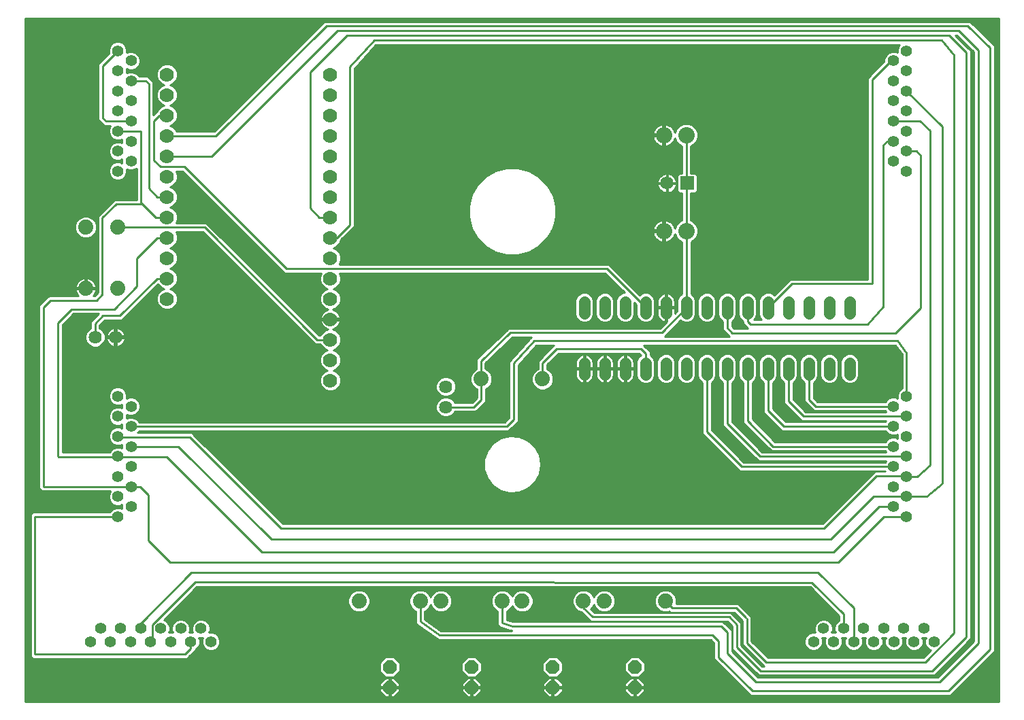
<source format=gbl>
G75*
%MOIN*%
%OFA0B0*%
%FSLAX25Y25*%
%IPPOS*%
%LPD*%
%AMOC8*
5,1,8,0,0,1.08239X$1,22.5*
%
%ADD10C,0.07000*%
%ADD11C,0.05550*%
%ADD12C,0.07400*%
%ADD13C,0.06400*%
%ADD14C,0.08000*%
%ADD15R,0.06500X0.06500*%
%ADD16C,0.06500*%
%ADD17OC8,0.06600*%
%ADD18C,0.05600*%
%ADD19C,0.01000*%
%ADD20C,0.00965*%
%ADD21C,0.00800*%
D10*
X0152663Y0173561D03*
X0152663Y0183561D03*
X0152663Y0193561D03*
X0152663Y0203561D03*
X0152663Y0213561D03*
X0152663Y0223561D03*
X0152663Y0233561D03*
X0152663Y0243561D03*
X0152663Y0253561D03*
X0152663Y0263561D03*
X0152663Y0273561D03*
X0152663Y0283561D03*
X0152663Y0293561D03*
X0152663Y0303561D03*
X0152663Y0313561D03*
X0152663Y0323561D03*
X0072663Y0323561D03*
X0072663Y0313561D03*
X0072663Y0303561D03*
X0072663Y0293561D03*
X0072663Y0283561D03*
X0072663Y0273561D03*
X0072663Y0263561D03*
X0072663Y0253561D03*
X0072663Y0243561D03*
X0072663Y0233561D03*
X0072663Y0223561D03*
X0072663Y0213561D03*
D11*
X0048529Y0165845D03*
X0055025Y0160923D03*
X0048529Y0156002D03*
X0055025Y0151081D03*
X0048529Y0146160D03*
X0055025Y0141238D03*
X0048529Y0136317D03*
X0055025Y0131396D03*
X0048529Y0126475D03*
X0055025Y0121553D03*
X0048529Y0116632D03*
X0055025Y0111711D03*
X0048529Y0106789D03*
X0049868Y0051986D03*
X0054789Y0045490D03*
X0059710Y0051986D03*
X0064631Y0045490D03*
X0069553Y0051986D03*
X0074474Y0045490D03*
X0079395Y0051986D03*
X0084317Y0045490D03*
X0089238Y0051986D03*
X0094159Y0045490D03*
X0044946Y0045490D03*
X0040025Y0051986D03*
X0035104Y0045490D03*
X0048529Y0276160D03*
X0055025Y0281081D03*
X0048529Y0286002D03*
X0055025Y0290923D03*
X0048529Y0295845D03*
X0055025Y0300766D03*
X0048529Y0305687D03*
X0055025Y0310608D03*
X0048529Y0315530D03*
X0055025Y0320451D03*
X0048529Y0325372D03*
X0055025Y0330293D03*
X0048529Y0335215D03*
X0428490Y0330293D03*
X0434986Y0335215D03*
X0434986Y0325372D03*
X0428490Y0320451D03*
X0434986Y0315530D03*
X0428490Y0310608D03*
X0434986Y0305687D03*
X0428490Y0300766D03*
X0434986Y0295845D03*
X0428490Y0290923D03*
X0434986Y0286002D03*
X0428490Y0281081D03*
X0434986Y0276160D03*
X0434986Y0165845D03*
X0428490Y0160923D03*
X0434986Y0156002D03*
X0428490Y0151081D03*
X0434986Y0146160D03*
X0428490Y0141238D03*
X0434986Y0136317D03*
X0428490Y0131396D03*
X0434986Y0126475D03*
X0428490Y0121553D03*
X0434986Y0116632D03*
X0428490Y0111711D03*
X0434986Y0106789D03*
X0433647Y0051986D03*
X0428726Y0045490D03*
X0423805Y0051986D03*
X0418883Y0045490D03*
X0413962Y0051986D03*
X0409041Y0045490D03*
X0404120Y0051986D03*
X0399198Y0045490D03*
X0394277Y0051986D03*
X0389356Y0045490D03*
X0438569Y0045490D03*
X0443490Y0051986D03*
X0448411Y0045490D03*
D12*
X0316797Y0065490D03*
X0286797Y0065490D03*
X0276639Y0065490D03*
X0246639Y0065490D03*
X0236876Y0065490D03*
X0206876Y0065490D03*
X0196718Y0065490D03*
X0166718Y0065490D03*
X0226600Y0174309D03*
X0256600Y0174309D03*
X0048647Y0218679D03*
X0032860Y0218679D03*
X0032860Y0248679D03*
X0048647Y0248679D03*
D13*
X0047466Y0194782D03*
X0037466Y0194782D03*
X0209200Y0170509D03*
X0209200Y0160509D03*
D14*
X0316100Y0246809D03*
X0327100Y0246809D03*
X0327100Y0293809D03*
X0316100Y0293809D03*
D15*
X0327421Y0270309D03*
D16*
X0317579Y0270309D03*
D17*
X0301797Y0033089D03*
X0301797Y0023089D03*
X0261639Y0023089D03*
X0261639Y0033089D03*
X0221876Y0033089D03*
X0221876Y0023089D03*
X0181718Y0023089D03*
X0181718Y0033089D03*
D18*
X0277151Y0176509D02*
X0277151Y0182109D01*
X0287151Y0182109D02*
X0287151Y0176509D01*
X0297151Y0176509D02*
X0297151Y0182109D01*
X0307151Y0182109D02*
X0307151Y0176509D01*
X0317151Y0176509D02*
X0317151Y0182109D01*
X0327151Y0182109D02*
X0327151Y0176509D01*
X0337151Y0176509D02*
X0337151Y0182109D01*
X0347151Y0182109D02*
X0347151Y0176509D01*
X0357151Y0176509D02*
X0357151Y0182109D01*
X0367151Y0182109D02*
X0367151Y0176509D01*
X0377151Y0176509D02*
X0377151Y0182109D01*
X0387151Y0182109D02*
X0387151Y0176509D01*
X0397151Y0176509D02*
X0397151Y0182109D01*
X0407151Y0182109D02*
X0407151Y0176509D01*
X0407151Y0206509D02*
X0407151Y0212109D01*
X0397151Y0212109D02*
X0397151Y0206509D01*
X0387151Y0206509D02*
X0387151Y0212109D01*
X0377151Y0212109D02*
X0377151Y0206509D01*
X0367151Y0206509D02*
X0367151Y0212109D01*
X0357151Y0212109D02*
X0357151Y0206509D01*
X0347151Y0206509D02*
X0347151Y0212109D01*
X0337151Y0212109D02*
X0337151Y0206509D01*
X0327151Y0206509D02*
X0327151Y0212109D01*
X0317151Y0212109D02*
X0317151Y0206509D01*
X0307151Y0206509D02*
X0307151Y0212109D01*
X0297151Y0212109D02*
X0297151Y0206509D01*
X0287151Y0206509D02*
X0287151Y0212109D01*
X0277151Y0212109D02*
X0277151Y0206509D01*
D19*
X0003300Y0351192D02*
X0003300Y0016009D01*
X0480215Y0016009D01*
X0480215Y0351192D01*
X0003300Y0351192D01*
X0003300Y0350807D02*
X0480215Y0350807D01*
X0480215Y0349809D02*
X0003300Y0349809D01*
X0003300Y0348810D02*
X0149131Y0348810D01*
X0149259Y0348937D02*
X0095693Y0295761D01*
X0077380Y0295761D01*
X0077071Y0296507D01*
X0075609Y0297969D01*
X0074180Y0298561D01*
X0075609Y0299153D01*
X0077071Y0300616D01*
X0077863Y0302527D01*
X0077863Y0304595D01*
X0077071Y0306507D01*
X0075609Y0307969D01*
X0074180Y0308561D01*
X0075609Y0309153D01*
X0077071Y0310616D01*
X0077863Y0312527D01*
X0077863Y0314595D01*
X0077071Y0316507D01*
X0075609Y0317969D01*
X0074180Y0318561D01*
X0075609Y0319153D01*
X0077071Y0320616D01*
X0077863Y0322527D01*
X0077863Y0324595D01*
X0077071Y0326507D01*
X0075609Y0327969D01*
X0073697Y0328761D01*
X0071629Y0328761D01*
X0069717Y0327969D01*
X0068255Y0326507D01*
X0067463Y0324595D01*
X0067463Y0322527D01*
X0068255Y0320616D01*
X0069717Y0319153D01*
X0071146Y0318561D01*
X0069717Y0317969D01*
X0068255Y0316507D01*
X0067463Y0314595D01*
X0067463Y0312527D01*
X0068255Y0310616D01*
X0069717Y0309153D01*
X0071146Y0308561D01*
X0069717Y0307969D01*
X0068255Y0306507D01*
X0067855Y0305543D01*
X0065926Y0303613D01*
X0065926Y0319945D01*
X0064509Y0321362D01*
X0063220Y0322651D01*
X0058957Y0322651D01*
X0058819Y0322986D01*
X0057560Y0324244D01*
X0055915Y0324926D01*
X0054135Y0324926D01*
X0052991Y0324452D01*
X0053004Y0324482D01*
X0053004Y0326262D01*
X0052991Y0326292D01*
X0054135Y0325819D01*
X0055915Y0325819D01*
X0057560Y0326500D01*
X0058819Y0327759D01*
X0059500Y0329403D01*
X0059500Y0331184D01*
X0058819Y0332828D01*
X0057560Y0334087D01*
X0055915Y0334768D01*
X0054135Y0334768D01*
X0052991Y0334294D01*
X0053004Y0334325D01*
X0053004Y0336105D01*
X0052323Y0337749D01*
X0051064Y0339008D01*
X0049419Y0339689D01*
X0047639Y0339689D01*
X0045994Y0339008D01*
X0044736Y0337749D01*
X0044054Y0336105D01*
X0044054Y0334325D01*
X0044193Y0333990D01*
X0040216Y0330013D01*
X0038928Y0328724D01*
X0038928Y0301272D01*
X0040216Y0299983D01*
X0040502Y0299697D01*
X0041791Y0298408D01*
X0044765Y0298408D01*
X0044736Y0298379D01*
X0044054Y0296735D01*
X0044054Y0294954D01*
X0044736Y0293310D01*
X0045994Y0292051D01*
X0047639Y0291370D01*
X0049419Y0291370D01*
X0050563Y0291843D01*
X0050550Y0291813D01*
X0050550Y0290033D01*
X0050563Y0290003D01*
X0049419Y0290477D01*
X0047639Y0290477D01*
X0045994Y0289796D01*
X0044736Y0288537D01*
X0044054Y0286892D01*
X0044054Y0285112D01*
X0044736Y0283467D01*
X0045994Y0282209D01*
X0047639Y0281527D01*
X0049419Y0281527D01*
X0050563Y0282001D01*
X0050550Y0281971D01*
X0050550Y0280191D01*
X0050563Y0280161D01*
X0049419Y0280634D01*
X0047639Y0280634D01*
X0045994Y0279953D01*
X0044736Y0278694D01*
X0044054Y0277050D01*
X0044054Y0275269D01*
X0044736Y0273625D01*
X0045994Y0272366D01*
X0047639Y0271685D01*
X0049419Y0271685D01*
X0051064Y0272366D01*
X0052323Y0273625D01*
X0053004Y0275269D01*
X0053004Y0277050D01*
X0052991Y0277080D01*
X0054135Y0276606D01*
X0055915Y0276606D01*
X0057560Y0277287D01*
X0057746Y0277474D01*
X0057746Y0262257D01*
X0046791Y0262257D01*
X0040059Y0255525D01*
X0038770Y0254236D01*
X0038770Y0216638D01*
X0037264Y0215131D01*
X0036666Y0215131D01*
X0036826Y0215292D01*
X0037307Y0215954D01*
X0037679Y0216683D01*
X0037932Y0217462D01*
X0038060Y0218270D01*
X0038060Y0218293D01*
X0033246Y0218293D01*
X0033246Y0219065D01*
X0038060Y0219065D01*
X0038060Y0219088D01*
X0037932Y0219897D01*
X0037679Y0220675D01*
X0037307Y0221405D01*
X0036826Y0222067D01*
X0036247Y0222646D01*
X0035585Y0223127D01*
X0034856Y0223498D01*
X0034078Y0223751D01*
X0033269Y0223879D01*
X0033246Y0223879D01*
X0033246Y0219065D01*
X0032474Y0219065D01*
X0032474Y0218293D01*
X0027660Y0218293D01*
X0027660Y0218270D01*
X0027788Y0217462D01*
X0028041Y0216683D01*
X0028412Y0215954D01*
X0028894Y0215292D01*
X0029054Y0215131D01*
X0014704Y0215131D01*
X0011240Y0211667D01*
X0011240Y0211667D01*
X0009951Y0210378D01*
X0009951Y0120642D01*
X0011240Y0119353D01*
X0044922Y0119353D01*
X0044736Y0119167D01*
X0044054Y0117522D01*
X0044054Y0115742D01*
X0044736Y0114097D01*
X0045994Y0112838D01*
X0047639Y0112157D01*
X0049419Y0112157D01*
X0050563Y0112631D01*
X0050550Y0112601D01*
X0050550Y0110821D01*
X0050563Y0110791D01*
X0049419Y0111264D01*
X0047639Y0111264D01*
X0045994Y0110583D01*
X0044736Y0109324D01*
X0044597Y0108989D01*
X0006988Y0108989D01*
X0005699Y0107701D01*
X0005699Y0038359D01*
X0006988Y0037070D01*
X0082354Y0037070D01*
X0083643Y0038359D01*
X0086517Y0041233D01*
X0086517Y0041558D01*
X0086851Y0041697D01*
X0088110Y0042955D01*
X0088791Y0044600D01*
X0088791Y0046380D01*
X0088318Y0047524D01*
X0088348Y0047512D01*
X0090128Y0047512D01*
X0090158Y0047524D01*
X0089684Y0046380D01*
X0089684Y0044600D01*
X0090366Y0042955D01*
X0091624Y0041697D01*
X0093269Y0041015D01*
X0095049Y0041015D01*
X0096694Y0041697D01*
X0097953Y0042955D01*
X0098634Y0044600D01*
X0098634Y0046380D01*
X0097953Y0048025D01*
X0096694Y0049284D01*
X0095049Y0049965D01*
X0093269Y0049965D01*
X0093239Y0049953D01*
X0093713Y0051096D01*
X0093713Y0052876D01*
X0093031Y0054521D01*
X0091773Y0055780D01*
X0090128Y0056461D01*
X0088348Y0056461D01*
X0086703Y0055780D01*
X0085444Y0054521D01*
X0084763Y0052876D01*
X0084763Y0051096D01*
X0085237Y0049953D01*
X0085207Y0049965D01*
X0083426Y0049965D01*
X0083396Y0049953D01*
X0083870Y0051096D01*
X0083870Y0052876D01*
X0083189Y0054521D01*
X0081930Y0055780D01*
X0080285Y0056461D01*
X0078505Y0056461D01*
X0076860Y0055780D01*
X0075602Y0054521D01*
X0074920Y0052876D01*
X0074920Y0051096D01*
X0075394Y0049953D01*
X0075364Y0049965D01*
X0073584Y0049965D01*
X0073554Y0049953D01*
X0074028Y0051096D01*
X0074028Y0052876D01*
X0073346Y0054521D01*
X0072088Y0055780D01*
X0071103Y0056188D01*
X0087324Y0072409D01*
X0137773Y0072409D01*
X0387712Y0072384D01*
X0401920Y0058176D01*
X0401920Y0055919D01*
X0401585Y0055780D01*
X0400326Y0054521D01*
X0399645Y0052876D01*
X0399645Y0051096D01*
X0400119Y0049953D01*
X0400089Y0049965D01*
X0398308Y0049965D01*
X0398278Y0049953D01*
X0398752Y0051096D01*
X0398752Y0052876D01*
X0398071Y0054521D01*
X0396812Y0055780D01*
X0395167Y0056461D01*
X0393387Y0056461D01*
X0391742Y0055780D01*
X0390484Y0054521D01*
X0389802Y0052876D01*
X0389802Y0051096D01*
X0390276Y0049953D01*
X0390246Y0049965D01*
X0388466Y0049965D01*
X0386821Y0049284D01*
X0385562Y0048025D01*
X0384881Y0046380D01*
X0384881Y0044600D01*
X0385562Y0042955D01*
X0386821Y0041697D01*
X0388466Y0041015D01*
X0390246Y0041015D01*
X0391891Y0041697D01*
X0393149Y0042955D01*
X0393831Y0044600D01*
X0393831Y0046380D01*
X0393357Y0047524D01*
X0393387Y0047512D01*
X0395167Y0047512D01*
X0395197Y0047524D01*
X0394724Y0046380D01*
X0394724Y0044600D01*
X0395405Y0042955D01*
X0396664Y0041697D01*
X0398308Y0041015D01*
X0400089Y0041015D01*
X0401733Y0041697D01*
X0402992Y0042955D01*
X0403673Y0044600D01*
X0403673Y0046380D01*
X0403199Y0047524D01*
X0403230Y0047512D01*
X0405010Y0047512D01*
X0405040Y0047524D01*
X0404566Y0046380D01*
X0404566Y0044600D01*
X0405247Y0042955D01*
X0406506Y0041697D01*
X0408151Y0041015D01*
X0409931Y0041015D01*
X0411576Y0041697D01*
X0412834Y0042955D01*
X0413516Y0044600D01*
X0413516Y0046380D01*
X0413042Y0047524D01*
X0413072Y0047512D01*
X0414852Y0047512D01*
X0414882Y0047524D01*
X0414409Y0046380D01*
X0414409Y0044600D01*
X0415090Y0042955D01*
X0416349Y0041697D01*
X0417993Y0041015D01*
X0419774Y0041015D01*
X0421418Y0041697D01*
X0422677Y0042955D01*
X0423358Y0044600D01*
X0423358Y0046380D01*
X0422885Y0047524D01*
X0422915Y0047512D01*
X0424695Y0047512D01*
X0424725Y0047524D01*
X0424251Y0046380D01*
X0424251Y0044600D01*
X0424932Y0042955D01*
X0426191Y0041697D01*
X0427836Y0041015D01*
X0429616Y0041015D01*
X0431261Y0041697D01*
X0432520Y0042955D01*
X0433201Y0044600D01*
X0433201Y0046380D01*
X0432727Y0047524D01*
X0432757Y0047512D01*
X0434537Y0047512D01*
X0434567Y0047524D01*
X0434094Y0046380D01*
X0434094Y0044600D01*
X0434775Y0042955D01*
X0436034Y0041697D01*
X0437678Y0041015D01*
X0439459Y0041015D01*
X0441103Y0041697D01*
X0442362Y0042955D01*
X0443043Y0044600D01*
X0443043Y0046380D01*
X0442570Y0047524D01*
X0442600Y0047512D01*
X0444380Y0047512D01*
X0444410Y0047524D01*
X0443936Y0046380D01*
X0443936Y0044600D01*
X0444617Y0042955D01*
X0445876Y0041697D01*
X0446861Y0041289D01*
X0443203Y0037631D01*
X0367059Y0037631D01*
X0358918Y0045772D01*
X0358918Y0057740D01*
X0358326Y0058332D01*
X0358326Y0058332D01*
X0352393Y0064265D01*
X0322134Y0064265D01*
X0322197Y0064416D01*
X0322197Y0066564D01*
X0321375Y0068549D01*
X0319856Y0070068D01*
X0317871Y0070890D01*
X0315723Y0070890D01*
X0313738Y0070068D01*
X0312219Y0068549D01*
X0311397Y0066564D01*
X0311397Y0064416D01*
X0312219Y0062431D01*
X0313738Y0060912D01*
X0315723Y0060090D01*
X0317871Y0060090D01*
X0318730Y0060446D01*
X0319311Y0059865D01*
X0350571Y0059865D01*
X0354518Y0055918D01*
X0354518Y0043949D01*
X0365092Y0033375D01*
X0364339Y0033375D01*
X0353958Y0043756D01*
X0353958Y0054826D01*
X0350257Y0058528D01*
X0348968Y0059816D01*
X0282039Y0059816D01*
X0280320Y0061535D01*
X0281217Y0062431D01*
X0281718Y0063641D01*
X0282219Y0062431D01*
X0283738Y0060912D01*
X0285723Y0060090D01*
X0287871Y0060090D01*
X0289856Y0060912D01*
X0291375Y0062431D01*
X0292197Y0064416D01*
X0292197Y0066564D01*
X0291375Y0068549D01*
X0289856Y0070068D01*
X0287871Y0070890D01*
X0285723Y0070890D01*
X0283738Y0070068D01*
X0282219Y0068549D01*
X0281718Y0067340D01*
X0281217Y0068549D01*
X0279698Y0070068D01*
X0277713Y0070890D01*
X0275565Y0070890D01*
X0273581Y0070068D01*
X0272061Y0068549D01*
X0271239Y0066564D01*
X0271239Y0064416D01*
X0272061Y0062431D01*
X0273581Y0060912D01*
X0275526Y0060107D01*
X0275728Y0059904D01*
X0280216Y0055416D01*
X0347145Y0055416D01*
X0349558Y0053003D01*
X0349558Y0041933D01*
X0362516Y0028975D01*
X0448431Y0028975D01*
X0449720Y0030264D01*
X0466398Y0046943D01*
X0466398Y0333480D01*
X0466401Y0333482D01*
X0466398Y0334391D01*
X0466398Y0335299D01*
X0466396Y0335301D01*
X0466396Y0335304D01*
X0465752Y0335945D01*
X0465110Y0336588D01*
X0465107Y0336588D01*
X0458847Y0342818D01*
X0459670Y0342818D01*
X0467904Y0334652D01*
X0467904Y0045723D01*
X0450304Y0028123D01*
X0362075Y0028123D01*
X0349509Y0040690D01*
X0349509Y0049356D01*
X0349548Y0049399D01*
X0349509Y0050259D01*
X0349509Y0051120D01*
X0349467Y0051162D01*
X0349465Y0051220D01*
X0348829Y0051800D01*
X0348220Y0052409D01*
X0348162Y0052409D01*
X0345588Y0054758D01*
X0344979Y0055367D01*
X0344921Y0055367D01*
X0344878Y0055407D01*
X0344018Y0055367D01*
X0242079Y0055367D01*
X0239076Y0056263D01*
X0239076Y0060557D01*
X0239934Y0060912D01*
X0241453Y0062431D01*
X0241757Y0063165D01*
X0242061Y0062431D01*
X0243581Y0060912D01*
X0245565Y0060090D01*
X0247713Y0060090D01*
X0249698Y0060912D01*
X0251217Y0062431D01*
X0252039Y0064416D01*
X0252039Y0066564D01*
X0251217Y0068549D01*
X0249698Y0070068D01*
X0247713Y0070890D01*
X0245565Y0070890D01*
X0243581Y0070068D01*
X0242061Y0068549D01*
X0241757Y0067815D01*
X0241453Y0068549D01*
X0239934Y0070068D01*
X0237950Y0070890D01*
X0235801Y0070890D01*
X0233817Y0070068D01*
X0232298Y0068549D01*
X0231476Y0066564D01*
X0231476Y0064416D01*
X0232298Y0062431D01*
X0233817Y0060912D01*
X0234676Y0060557D01*
X0234676Y0054945D01*
X0234507Y0054380D01*
X0234676Y0054068D01*
X0234676Y0053713D01*
X0235093Y0053296D01*
X0235373Y0052777D01*
X0235713Y0052675D01*
X0235964Y0052424D01*
X0236554Y0052424D01*
X0240595Y0051218D01*
X0240846Y0050967D01*
X0241436Y0050967D01*
X0241600Y0050919D01*
X0207015Y0050919D01*
X0198918Y0056560D01*
X0198918Y0060557D01*
X0199777Y0060912D01*
X0201296Y0062431D01*
X0201797Y0063641D01*
X0202298Y0062431D01*
X0203817Y0060912D01*
X0205801Y0060090D01*
X0207950Y0060090D01*
X0209934Y0060912D01*
X0211453Y0062431D01*
X0212276Y0064416D01*
X0212276Y0066564D01*
X0211453Y0068549D01*
X0209934Y0070068D01*
X0207950Y0070890D01*
X0205801Y0070890D01*
X0203817Y0070068D01*
X0202298Y0068549D01*
X0201797Y0067340D01*
X0201296Y0068549D01*
X0199777Y0070068D01*
X0197792Y0070890D01*
X0195644Y0070890D01*
X0193659Y0070068D01*
X0192140Y0068549D01*
X0191318Y0066564D01*
X0191318Y0064416D01*
X0192140Y0062431D01*
X0193659Y0060912D01*
X0194518Y0060557D01*
X0194518Y0056102D01*
X0194392Y0055921D01*
X0194518Y0055216D01*
X0194518Y0054500D01*
X0194674Y0054344D01*
X0194713Y0054127D01*
X0195300Y0053718D01*
X0195807Y0053212D01*
X0196027Y0053212D01*
X0204907Y0047025D01*
X0205413Y0046519D01*
X0205634Y0046519D01*
X0205814Y0046393D01*
X0206519Y0046519D01*
X0339035Y0046519D01*
X0340660Y0044894D01*
X0340660Y0037020D01*
X0358484Y0019196D01*
X0456559Y0019196D01*
X0478209Y0040847D01*
X0478209Y0335862D01*
X0478226Y0335879D01*
X0478209Y0336770D01*
X0478209Y0337661D01*
X0478193Y0337678D01*
X0478193Y0337701D01*
X0477551Y0338320D01*
X0476921Y0338950D01*
X0476897Y0338950D01*
X0466527Y0348950D01*
X0465897Y0349580D01*
X0465874Y0349580D01*
X0465857Y0349596D01*
X0464966Y0349580D01*
X0150817Y0349580D01*
X0149909Y0349583D01*
X0149906Y0349580D01*
X0149901Y0349580D01*
X0149259Y0348937D01*
X0148125Y0347812D02*
X0003300Y0347812D01*
X0003300Y0346813D02*
X0147119Y0346813D01*
X0146113Y0345815D02*
X0003300Y0345815D01*
X0003300Y0344816D02*
X0145108Y0344816D01*
X0144102Y0343818D02*
X0003300Y0343818D01*
X0003300Y0342819D02*
X0143096Y0342819D01*
X0142090Y0341821D02*
X0003300Y0341821D01*
X0003300Y0340822D02*
X0141084Y0340822D01*
X0140078Y0339824D02*
X0003300Y0339824D01*
X0003300Y0338825D02*
X0045811Y0338825D01*
X0044813Y0337827D02*
X0003300Y0337827D01*
X0003300Y0336828D02*
X0044354Y0336828D01*
X0044054Y0335830D02*
X0003300Y0335830D01*
X0003300Y0334831D02*
X0044054Y0334831D01*
X0044036Y0333833D02*
X0003300Y0333833D01*
X0003300Y0332834D02*
X0043037Y0332834D01*
X0042039Y0331836D02*
X0003300Y0331836D01*
X0003300Y0330837D02*
X0041040Y0330837D01*
X0040042Y0329839D02*
X0003300Y0329839D01*
X0003300Y0328840D02*
X0039043Y0328840D01*
X0038928Y0327842D02*
X0003300Y0327842D01*
X0003300Y0326843D02*
X0038928Y0326843D01*
X0038928Y0325845D02*
X0003300Y0325845D01*
X0003300Y0324846D02*
X0038928Y0324846D01*
X0038928Y0323848D02*
X0003300Y0323848D01*
X0003300Y0322849D02*
X0038928Y0322849D01*
X0038928Y0321851D02*
X0003300Y0321851D01*
X0003300Y0320852D02*
X0038928Y0320852D01*
X0038928Y0319854D02*
X0003300Y0319854D01*
X0003300Y0318855D02*
X0038928Y0318855D01*
X0038928Y0317857D02*
X0003300Y0317857D01*
X0003300Y0316858D02*
X0038928Y0316858D01*
X0038928Y0315860D02*
X0003300Y0315860D01*
X0003300Y0314861D02*
X0038928Y0314861D01*
X0038928Y0313863D02*
X0003300Y0313863D01*
X0003300Y0312864D02*
X0038928Y0312864D01*
X0038928Y0311866D02*
X0003300Y0311866D01*
X0003300Y0310867D02*
X0038928Y0310867D01*
X0038928Y0309869D02*
X0003300Y0309869D01*
X0003300Y0308870D02*
X0038928Y0308870D01*
X0038928Y0307871D02*
X0003300Y0307871D01*
X0003300Y0306873D02*
X0038928Y0306873D01*
X0038928Y0305874D02*
X0003300Y0305874D01*
X0003300Y0304876D02*
X0038928Y0304876D01*
X0038928Y0303877D02*
X0003300Y0303877D01*
X0003300Y0302879D02*
X0038928Y0302879D01*
X0038928Y0301880D02*
X0003300Y0301880D01*
X0003300Y0300882D02*
X0039318Y0300882D01*
X0040316Y0299883D02*
X0003300Y0299883D01*
X0003300Y0298885D02*
X0041315Y0298885D01*
X0042702Y0300608D02*
X0054868Y0300608D01*
X0055025Y0300766D01*
X0059946Y0295845D02*
X0048529Y0295845D01*
X0044054Y0295889D02*
X0003300Y0295889D01*
X0003300Y0294891D02*
X0044081Y0294891D01*
X0044494Y0293892D02*
X0003300Y0293892D01*
X0003300Y0292894D02*
X0045152Y0292894D01*
X0046370Y0291895D02*
X0003300Y0291895D01*
X0003300Y0290897D02*
X0050550Y0290897D01*
X0046242Y0289898D02*
X0003300Y0289898D01*
X0003300Y0288900D02*
X0045099Y0288900D01*
X0044472Y0287901D02*
X0003300Y0287901D01*
X0003300Y0286903D02*
X0044059Y0286903D01*
X0044054Y0285904D02*
X0003300Y0285904D01*
X0003300Y0284906D02*
X0044140Y0284906D01*
X0044553Y0283907D02*
X0003300Y0283907D01*
X0003300Y0282909D02*
X0045294Y0282909D01*
X0046715Y0281910D02*
X0003300Y0281910D01*
X0003300Y0280912D02*
X0050550Y0280912D01*
X0050550Y0281910D02*
X0050344Y0281910D01*
X0045954Y0279913D02*
X0003300Y0279913D01*
X0003300Y0278915D02*
X0044956Y0278915D01*
X0044413Y0277916D02*
X0003300Y0277916D01*
X0003300Y0276918D02*
X0044054Y0276918D01*
X0044054Y0275919D02*
X0003300Y0275919D01*
X0003300Y0274921D02*
X0044199Y0274921D01*
X0044612Y0273922D02*
X0003300Y0273922D01*
X0003300Y0272924D02*
X0045437Y0272924D01*
X0047059Y0271925D02*
X0003300Y0271925D01*
X0003300Y0270927D02*
X0057746Y0270927D01*
X0057746Y0271925D02*
X0049999Y0271925D01*
X0051621Y0272924D02*
X0057746Y0272924D01*
X0057746Y0273922D02*
X0052446Y0273922D01*
X0052859Y0274921D02*
X0057746Y0274921D01*
X0057746Y0275919D02*
X0053004Y0275919D01*
X0053004Y0276918D02*
X0053383Y0276918D01*
X0056668Y0276918D02*
X0057746Y0276918D01*
X0057746Y0269928D02*
X0003300Y0269928D01*
X0003300Y0268930D02*
X0057746Y0268930D01*
X0057746Y0267931D02*
X0003300Y0267931D01*
X0003300Y0266933D02*
X0057746Y0266933D01*
X0057746Y0265934D02*
X0003300Y0265934D01*
X0003300Y0264935D02*
X0057746Y0264935D01*
X0057746Y0263937D02*
X0003300Y0263937D01*
X0003300Y0262938D02*
X0057746Y0262938D01*
X0059946Y0260805D02*
X0059946Y0295845D01*
X0066285Y0300861D02*
X0066285Y0281553D01*
X0069477Y0278361D01*
X0081226Y0278361D01*
X0131211Y0228376D01*
X0288084Y0228376D01*
X0307151Y0209309D01*
X0302651Y0209019D02*
X0301651Y0209019D01*
X0301651Y0210017D02*
X0302651Y0210017D01*
X0302651Y0210698D02*
X0302651Y0205614D01*
X0303336Y0203960D01*
X0304602Y0202694D01*
X0306256Y0202009D01*
X0308046Y0202009D01*
X0309700Y0202694D01*
X0310966Y0203960D01*
X0311651Y0205614D01*
X0311651Y0213004D01*
X0310966Y0214658D01*
X0309700Y0215924D01*
X0308046Y0216609D01*
X0306256Y0216609D01*
X0304602Y0215924D01*
X0304125Y0215447D01*
X0290284Y0229287D01*
X0288996Y0230576D01*
X0157032Y0230576D01*
X0157071Y0230616D01*
X0157863Y0232527D01*
X0157863Y0234595D01*
X0157071Y0236507D01*
X0155609Y0237969D01*
X0154180Y0238561D01*
X0155609Y0239153D01*
X0157071Y0240616D01*
X0157844Y0242481D01*
X0158013Y0242650D01*
X0164351Y0248988D01*
X0164351Y0326559D01*
X0175004Y0338093D01*
X0431536Y0338093D01*
X0431192Y0337749D01*
X0430511Y0336105D01*
X0430511Y0334325D01*
X0430523Y0334294D01*
X0429380Y0334768D01*
X0427600Y0334768D01*
X0425955Y0334087D01*
X0424696Y0332828D01*
X0424015Y0331184D01*
X0424015Y0330024D01*
X0416578Y0322556D01*
X0415935Y0321913D01*
X0415935Y0321911D01*
X0415934Y0321909D01*
X0415935Y0321000D01*
X0415935Y0223163D01*
X0377893Y0223163D01*
X0370178Y0215447D01*
X0369700Y0215924D01*
X0368046Y0216609D01*
X0366256Y0216609D01*
X0364602Y0215924D01*
X0363336Y0214658D01*
X0362651Y0213004D01*
X0362651Y0205614D01*
X0363336Y0203960D01*
X0364016Y0203281D01*
X0360287Y0203281D01*
X0360966Y0203960D01*
X0361651Y0205614D01*
X0361651Y0213004D01*
X0360966Y0214658D01*
X0359700Y0215924D01*
X0358046Y0216609D01*
X0356256Y0216609D01*
X0354602Y0215924D01*
X0353336Y0214658D01*
X0352651Y0213004D01*
X0352651Y0205614D01*
X0353336Y0203960D01*
X0354602Y0202694D01*
X0354951Y0202550D01*
X0354951Y0201390D01*
X0357234Y0199108D01*
X0350425Y0199108D01*
X0349351Y0200181D01*
X0349351Y0202550D01*
X0349700Y0202694D01*
X0350966Y0203960D01*
X0351651Y0205614D01*
X0351651Y0213004D01*
X0350966Y0214658D01*
X0349700Y0215924D01*
X0348046Y0216609D01*
X0346256Y0216609D01*
X0344602Y0215924D01*
X0343336Y0214658D01*
X0342651Y0213004D01*
X0342651Y0205614D01*
X0343336Y0203960D01*
X0344602Y0202694D01*
X0344951Y0202550D01*
X0344951Y0198359D01*
X0348060Y0195249D01*
X0316597Y0195249D01*
X0316785Y0195443D01*
X0317417Y0196075D01*
X0317417Y0196096D01*
X0324198Y0203098D01*
X0324602Y0202694D01*
X0326256Y0202009D01*
X0328046Y0202009D01*
X0329700Y0202694D01*
X0330966Y0203960D01*
X0331651Y0205614D01*
X0331651Y0213004D01*
X0330966Y0214658D01*
X0329700Y0215924D01*
X0329351Y0216069D01*
X0329351Y0241572D01*
X0330329Y0241977D01*
X0331932Y0243580D01*
X0332800Y0245675D01*
X0332800Y0247943D01*
X0331932Y0250038D01*
X0330329Y0251641D01*
X0329300Y0252068D01*
X0329300Y0265359D01*
X0331375Y0265359D01*
X0332371Y0266355D01*
X0332371Y0274263D01*
X0331375Y0275259D01*
X0329282Y0275259D01*
X0329282Y0288543D01*
X0330329Y0288977D01*
X0331932Y0290580D01*
X0332800Y0292675D01*
X0332800Y0294943D01*
X0331932Y0297038D01*
X0330329Y0298641D01*
X0328234Y0299509D01*
X0325966Y0299509D01*
X0323871Y0298641D01*
X0322268Y0297038D01*
X0321464Y0295098D01*
X0321197Y0295920D01*
X0320804Y0296692D01*
X0320295Y0297392D01*
X0319683Y0298004D01*
X0318983Y0298513D01*
X0318211Y0298906D01*
X0317388Y0299174D01*
X0316600Y0299298D01*
X0316600Y0294309D01*
X0315600Y0294309D01*
X0315600Y0293309D01*
X0316600Y0293309D01*
X0316600Y0288320D01*
X0317388Y0288445D01*
X0318211Y0288712D01*
X0318983Y0289105D01*
X0319683Y0289614D01*
X0320295Y0290226D01*
X0320804Y0290927D01*
X0321197Y0291698D01*
X0321464Y0292520D01*
X0322268Y0290580D01*
X0323871Y0288977D01*
X0324918Y0288543D01*
X0324918Y0275259D01*
X0323467Y0275259D01*
X0322471Y0274263D01*
X0322471Y0266355D01*
X0323467Y0265359D01*
X0324900Y0265359D01*
X0324900Y0252068D01*
X0323871Y0251641D01*
X0322268Y0250038D01*
X0321464Y0248098D01*
X0321197Y0248920D01*
X0320804Y0249692D01*
X0320295Y0250392D01*
X0319683Y0251004D01*
X0318983Y0251513D01*
X0318211Y0251906D01*
X0317388Y0252174D01*
X0316600Y0252298D01*
X0316600Y0247309D01*
X0315600Y0247309D01*
X0315600Y0246309D01*
X0316600Y0246309D01*
X0316600Y0241320D01*
X0317388Y0241445D01*
X0318211Y0241712D01*
X0318983Y0242105D01*
X0319683Y0242614D01*
X0320295Y0243226D01*
X0320804Y0243927D01*
X0321197Y0244698D01*
X0321464Y0245520D01*
X0322268Y0243580D01*
X0323871Y0241977D01*
X0324951Y0241530D01*
X0324951Y0216069D01*
X0324602Y0215924D01*
X0323336Y0214658D01*
X0322651Y0213004D01*
X0322651Y0207825D01*
X0321451Y0206586D01*
X0321451Y0209009D01*
X0317451Y0209009D01*
X0317451Y0202456D01*
X0314285Y0199186D01*
X0240953Y0199186D01*
X0240067Y0199207D01*
X0240046Y0199186D01*
X0240016Y0199186D01*
X0239390Y0198560D01*
X0225600Y0185393D01*
X0225571Y0185393D01*
X0224944Y0184767D01*
X0224304Y0184155D01*
X0224303Y0184126D01*
X0224282Y0184105D01*
X0224282Y0183219D01*
X0224261Y0182333D01*
X0224282Y0182312D01*
X0224282Y0179194D01*
X0223541Y0178887D01*
X0222022Y0177368D01*
X0221200Y0175383D01*
X0221200Y0173235D01*
X0222022Y0171250D01*
X0223541Y0169731D01*
X0224400Y0169376D01*
X0224400Y0165024D01*
X0222086Y0162709D01*
X0213592Y0162709D01*
X0213354Y0163285D01*
X0211976Y0164663D01*
X0210175Y0165409D01*
X0208225Y0165409D01*
X0206424Y0164663D01*
X0205046Y0163285D01*
X0204300Y0161484D01*
X0204300Y0159534D01*
X0205046Y0157734D01*
X0206424Y0156355D01*
X0208225Y0155609D01*
X0210175Y0155609D01*
X0211976Y0156355D01*
X0213354Y0157734D01*
X0213592Y0158309D01*
X0223908Y0158309D01*
X0227511Y0161912D01*
X0228800Y0163201D01*
X0228800Y0169376D01*
X0229659Y0169731D01*
X0231178Y0171250D01*
X0232000Y0173235D01*
X0232000Y0175383D01*
X0231178Y0177368D01*
X0229659Y0178887D01*
X0228682Y0179292D01*
X0228682Y0182252D01*
X0241809Y0194786D01*
X0251109Y0194786D01*
X0250909Y0194564D01*
X0250306Y0193961D01*
X0250306Y0193893D01*
X0240948Y0183492D01*
X0240345Y0182889D01*
X0240345Y0182821D01*
X0240300Y0182771D01*
X0240345Y0181919D01*
X0240345Y0155417D01*
X0238169Y0153241D01*
X0058974Y0153241D01*
X0058819Y0153616D01*
X0057560Y0154874D01*
X0055915Y0155556D01*
X0054135Y0155556D01*
X0052991Y0155082D01*
X0053004Y0155112D01*
X0053004Y0156892D01*
X0052991Y0156922D01*
X0054135Y0156449D01*
X0055915Y0156449D01*
X0057560Y0157130D01*
X0058819Y0158389D01*
X0059500Y0160033D01*
X0059500Y0161813D01*
X0058819Y0163458D01*
X0057560Y0164717D01*
X0055915Y0165398D01*
X0054135Y0165398D01*
X0052991Y0164924D01*
X0053004Y0164954D01*
X0053004Y0166735D01*
X0052323Y0168379D01*
X0051064Y0169638D01*
X0049419Y0170319D01*
X0047639Y0170319D01*
X0045994Y0169638D01*
X0044736Y0168379D01*
X0044054Y0166735D01*
X0044054Y0164954D01*
X0044736Y0163310D01*
X0045994Y0162051D01*
X0047639Y0161370D01*
X0049419Y0161370D01*
X0050563Y0161843D01*
X0050550Y0161813D01*
X0050550Y0160033D01*
X0050563Y0160003D01*
X0049419Y0160477D01*
X0047639Y0160477D01*
X0045994Y0159796D01*
X0044736Y0158537D01*
X0044054Y0156892D01*
X0044054Y0155112D01*
X0044736Y0153467D01*
X0045994Y0152209D01*
X0047639Y0151527D01*
X0049419Y0151527D01*
X0050563Y0152001D01*
X0050550Y0151971D01*
X0050550Y0150191D01*
X0050563Y0150161D01*
X0049419Y0150634D01*
X0047639Y0150634D01*
X0045994Y0149953D01*
X0044736Y0148694D01*
X0044054Y0147050D01*
X0044054Y0145269D01*
X0044736Y0143625D01*
X0045994Y0142366D01*
X0047639Y0141685D01*
X0049419Y0141685D01*
X0050563Y0142158D01*
X0050550Y0142128D01*
X0050550Y0140348D01*
X0050563Y0140318D01*
X0049419Y0140792D01*
X0047639Y0140792D01*
X0045994Y0140111D01*
X0044736Y0138852D01*
X0044511Y0138309D01*
X0021438Y0138309D01*
X0021438Y0200839D01*
X0026921Y0206322D01*
X0039084Y0206322D01*
X0036555Y0203793D01*
X0035266Y0202504D01*
X0035266Y0199174D01*
X0034691Y0198936D01*
X0033312Y0197557D01*
X0032566Y0195756D01*
X0032566Y0193807D01*
X0033312Y0192006D01*
X0034691Y0190628D01*
X0036491Y0189882D01*
X0038441Y0189882D01*
X0040242Y0190628D01*
X0041620Y0192006D01*
X0042366Y0193807D01*
X0042366Y0195756D01*
X0041620Y0197557D01*
X0040242Y0198936D01*
X0039666Y0199174D01*
X0039666Y0200681D01*
X0042196Y0203212D01*
X0050464Y0203212D01*
X0051753Y0204500D01*
X0068141Y0220889D01*
X0068255Y0220616D01*
X0069717Y0219153D01*
X0071146Y0218561D01*
X0069717Y0217969D01*
X0068255Y0216507D01*
X0067463Y0214595D01*
X0067463Y0212527D01*
X0068255Y0210616D01*
X0069717Y0209153D01*
X0071629Y0208361D01*
X0073697Y0208361D01*
X0075609Y0209153D01*
X0077071Y0210616D01*
X0077863Y0212527D01*
X0077863Y0214595D01*
X0077071Y0216507D01*
X0075609Y0217969D01*
X0074180Y0218561D01*
X0075609Y0219153D01*
X0077071Y0220616D01*
X0077863Y0222527D01*
X0077863Y0224595D01*
X0077071Y0226507D01*
X0075609Y0227969D01*
X0074180Y0228561D01*
X0075609Y0229153D01*
X0077071Y0230616D01*
X0077863Y0232527D01*
X0077863Y0234595D01*
X0077071Y0236507D01*
X0075609Y0237969D01*
X0074180Y0238561D01*
X0075609Y0239153D01*
X0077071Y0240616D01*
X0077863Y0242527D01*
X0077863Y0244595D01*
X0077081Y0246482D01*
X0090118Y0246482D01*
X0145239Y0191361D01*
X0147946Y0191361D01*
X0148255Y0190616D01*
X0149717Y0189153D01*
X0151146Y0188561D01*
X0149717Y0187969D01*
X0148255Y0186507D01*
X0147463Y0184595D01*
X0147463Y0182527D01*
X0148255Y0180616D01*
X0149717Y0179153D01*
X0151146Y0178561D01*
X0149717Y0177969D01*
X0148255Y0176507D01*
X0147463Y0174595D01*
X0147463Y0172527D01*
X0148255Y0170616D01*
X0149717Y0169153D01*
X0151629Y0168361D01*
X0153697Y0168361D01*
X0155609Y0169153D01*
X0157071Y0170616D01*
X0157863Y0172527D01*
X0157863Y0174595D01*
X0157071Y0176507D01*
X0155609Y0177969D01*
X0154180Y0178561D01*
X0155609Y0179153D01*
X0157071Y0180616D01*
X0157863Y0182527D01*
X0157863Y0184595D01*
X0157071Y0186507D01*
X0155609Y0187969D01*
X0154180Y0188561D01*
X0155609Y0189153D01*
X0157071Y0190616D01*
X0157863Y0192527D01*
X0157863Y0194595D01*
X0157071Y0196507D01*
X0155609Y0197969D01*
X0153861Y0198693D01*
X0154582Y0198927D01*
X0155284Y0199285D01*
X0155920Y0199747D01*
X0156477Y0200304D01*
X0156939Y0200941D01*
X0157297Y0201642D01*
X0157540Y0202390D01*
X0157649Y0203077D01*
X0153147Y0203077D01*
X0153147Y0204045D01*
X0157649Y0204045D01*
X0157540Y0204732D01*
X0157297Y0205480D01*
X0156939Y0206182D01*
X0156477Y0206818D01*
X0155920Y0207375D01*
X0155284Y0207837D01*
X0154582Y0208195D01*
X0153861Y0208429D01*
X0155609Y0209153D01*
X0157071Y0210616D01*
X0157863Y0212527D01*
X0157863Y0214595D01*
X0157071Y0216507D01*
X0155609Y0217969D01*
X0154180Y0218561D01*
X0155609Y0219153D01*
X0157071Y0220616D01*
X0157863Y0222527D01*
X0157863Y0224595D01*
X0157208Y0226176D01*
X0287173Y0226176D01*
X0296740Y0216609D01*
X0296256Y0216609D01*
X0294602Y0215924D01*
X0293336Y0214658D01*
X0292651Y0213004D01*
X0292651Y0205614D01*
X0293336Y0203960D01*
X0294602Y0202694D01*
X0296256Y0202009D01*
X0298046Y0202009D01*
X0299700Y0202694D01*
X0300966Y0203960D01*
X0301651Y0205614D01*
X0301651Y0211698D01*
X0302651Y0210698D01*
X0302333Y0211016D02*
X0301651Y0211016D01*
X0301651Y0208020D02*
X0302651Y0208020D01*
X0302651Y0207022D02*
X0301651Y0207022D01*
X0301651Y0206023D02*
X0302651Y0206023D01*
X0302895Y0205025D02*
X0301407Y0205025D01*
X0300994Y0204026D02*
X0303309Y0204026D01*
X0304269Y0203028D02*
X0300034Y0203028D01*
X0298095Y0202029D02*
X0306207Y0202029D01*
X0308095Y0202029D02*
X0317038Y0202029D01*
X0316851Y0202209D02*
X0316851Y0209009D01*
X0312851Y0209009D01*
X0312851Y0206171D01*
X0312957Y0205502D01*
X0313166Y0204859D01*
X0313473Y0204255D01*
X0313871Y0203708D01*
X0314350Y0203229D01*
X0314897Y0202831D01*
X0315501Y0202524D01*
X0316144Y0202315D01*
X0316813Y0202209D01*
X0316851Y0202209D01*
X0316851Y0203028D02*
X0317451Y0203028D01*
X0317451Y0204026D02*
X0316851Y0204026D01*
X0316851Y0205025D02*
X0317451Y0205025D01*
X0317451Y0206023D02*
X0316851Y0206023D01*
X0316851Y0207022D02*
X0317451Y0207022D01*
X0317451Y0208020D02*
X0316851Y0208020D01*
X0316851Y0209009D02*
X0317451Y0209009D01*
X0317451Y0209609D01*
X0316851Y0209609D01*
X0316851Y0209009D01*
X0316851Y0209019D02*
X0311651Y0209019D01*
X0311651Y0210017D02*
X0312851Y0210017D01*
X0312851Y0209609D02*
X0316851Y0209609D01*
X0316851Y0216409D01*
X0316813Y0216409D01*
X0316144Y0216303D01*
X0315501Y0216094D01*
X0314897Y0215787D01*
X0314350Y0215389D01*
X0313871Y0214910D01*
X0313473Y0214363D01*
X0313166Y0213760D01*
X0312957Y0213116D01*
X0312851Y0212448D01*
X0312851Y0209609D01*
X0312851Y0211016D02*
X0311651Y0211016D01*
X0311651Y0212014D02*
X0312851Y0212014D01*
X0312941Y0213013D02*
X0311648Y0213013D01*
X0311234Y0214011D02*
X0313294Y0214011D01*
X0313971Y0215010D02*
X0310614Y0215010D01*
X0309497Y0216008D02*
X0315332Y0216008D01*
X0316851Y0216008D02*
X0317451Y0216008D01*
X0317451Y0216409D02*
X0317451Y0209609D01*
X0321451Y0209609D01*
X0321451Y0212448D01*
X0321345Y0213116D01*
X0321136Y0213760D01*
X0320829Y0214363D01*
X0320431Y0214910D01*
X0319952Y0215389D01*
X0319405Y0215787D01*
X0318802Y0216094D01*
X0318158Y0216303D01*
X0317490Y0216409D01*
X0317451Y0216409D01*
X0317151Y0216960D02*
X0317200Y0217009D01*
X0307151Y0228670D01*
X0307151Y0246903D01*
X0307151Y0270309D01*
X0317579Y0270309D01*
X0317768Y0270120D02*
X0317768Y0265559D01*
X0317953Y0265559D01*
X0318691Y0265676D01*
X0319402Y0265907D01*
X0320068Y0266247D01*
X0320673Y0266686D01*
X0321202Y0267215D01*
X0321641Y0267820D01*
X0321981Y0268486D01*
X0322212Y0269197D01*
X0322329Y0269935D01*
X0322329Y0270120D01*
X0317768Y0270120D01*
X0317768Y0270498D01*
X0322329Y0270498D01*
X0322329Y0270683D01*
X0322212Y0271421D01*
X0321981Y0272133D01*
X0321641Y0272799D01*
X0321202Y0273404D01*
X0320673Y0273932D01*
X0320068Y0274372D01*
X0319402Y0274711D01*
X0318691Y0274942D01*
X0317953Y0275059D01*
X0317768Y0275059D01*
X0317768Y0270498D01*
X0317390Y0270498D01*
X0317390Y0275059D01*
X0317205Y0275059D01*
X0316466Y0274942D01*
X0315755Y0274711D01*
X0315089Y0274372D01*
X0314484Y0273932D01*
X0313956Y0273404D01*
X0313516Y0272799D01*
X0313177Y0272133D01*
X0312946Y0271421D01*
X0312829Y0270683D01*
X0312829Y0270498D01*
X0317390Y0270498D01*
X0317390Y0270120D01*
X0317768Y0270120D01*
X0317768Y0269928D02*
X0317390Y0269928D01*
X0317390Y0270120D02*
X0317390Y0265559D01*
X0317205Y0265559D01*
X0316466Y0265676D01*
X0315755Y0265907D01*
X0315089Y0266247D01*
X0314484Y0266686D01*
X0313956Y0267215D01*
X0313516Y0267820D01*
X0313177Y0268486D01*
X0312946Y0269197D01*
X0312829Y0269935D01*
X0312829Y0270120D01*
X0317390Y0270120D01*
X0317390Y0270927D02*
X0317768Y0270927D01*
X0317768Y0271925D02*
X0317390Y0271925D01*
X0317390Y0272924D02*
X0317768Y0272924D01*
X0317768Y0273922D02*
X0317390Y0273922D01*
X0317390Y0274921D02*
X0317768Y0274921D01*
X0318757Y0274921D02*
X0323129Y0274921D01*
X0322471Y0273922D02*
X0320683Y0273922D01*
X0321551Y0272924D02*
X0322471Y0272924D01*
X0322471Y0271925D02*
X0322048Y0271925D01*
X0322290Y0270927D02*
X0322471Y0270927D01*
X0322471Y0269928D02*
X0322328Y0269928D01*
X0322471Y0268930D02*
X0322125Y0268930D01*
X0322471Y0267931D02*
X0321698Y0267931D01*
X0322471Y0266933D02*
X0320920Y0266933D01*
X0319455Y0265934D02*
X0322892Y0265934D01*
X0324900Y0264935D02*
X0261543Y0264935D01*
X0261685Y0264689D02*
X0258870Y0269566D01*
X0254888Y0273547D01*
X0250012Y0276363D01*
X0244573Y0277820D01*
X0238942Y0277820D01*
X0233503Y0276363D01*
X0228627Y0273547D01*
X0224645Y0269566D01*
X0221830Y0264689D01*
X0220372Y0259251D01*
X0220372Y0253620D01*
X0221830Y0248181D01*
X0224645Y0243304D01*
X0228627Y0239323D01*
X0233503Y0236507D01*
X0238942Y0235050D01*
X0244573Y0235050D01*
X0250012Y0236507D01*
X0254888Y0239323D01*
X0258870Y0243304D01*
X0261685Y0248181D01*
X0263143Y0253620D01*
X0263143Y0259251D01*
X0261685Y0264689D01*
X0261887Y0263937D02*
X0324900Y0263937D01*
X0324900Y0262938D02*
X0262154Y0262938D01*
X0262422Y0261940D02*
X0324900Y0261940D01*
X0324900Y0260941D02*
X0262689Y0260941D01*
X0262957Y0259943D02*
X0324900Y0259943D01*
X0324900Y0258944D02*
X0263143Y0258944D01*
X0263143Y0257946D02*
X0324900Y0257946D01*
X0324900Y0256947D02*
X0263143Y0256947D01*
X0263143Y0255949D02*
X0324900Y0255949D01*
X0324900Y0254950D02*
X0263143Y0254950D01*
X0263143Y0253952D02*
X0324900Y0253952D01*
X0324900Y0252953D02*
X0262964Y0252953D01*
X0262696Y0251955D02*
X0314138Y0251955D01*
X0313989Y0251906D02*
X0313217Y0251513D01*
X0312517Y0251004D01*
X0311905Y0250392D01*
X0311396Y0249692D01*
X0311003Y0248920D01*
X0310735Y0248097D01*
X0310611Y0247309D01*
X0315600Y0247309D01*
X0315600Y0252298D01*
X0314812Y0252174D01*
X0313989Y0251906D01*
X0315600Y0251955D02*
X0316600Y0251955D01*
X0316600Y0250956D02*
X0315600Y0250956D01*
X0315600Y0249958D02*
X0316600Y0249958D01*
X0316600Y0248959D02*
X0315600Y0248959D01*
X0315600Y0247961D02*
X0316600Y0247961D01*
X0316100Y0246809D02*
X0307151Y0246903D01*
X0310611Y0246309D02*
X0310735Y0245521D01*
X0311003Y0244698D01*
X0311396Y0243927D01*
X0311905Y0243226D01*
X0312517Y0242614D01*
X0313217Y0242105D01*
X0313989Y0241712D01*
X0314812Y0241445D01*
X0315600Y0241320D01*
X0315600Y0246309D01*
X0310611Y0246309D01*
X0310665Y0245964D02*
X0260405Y0245964D01*
X0260982Y0246962D02*
X0315600Y0246962D01*
X0315600Y0245964D02*
X0316600Y0245964D01*
X0316600Y0244965D02*
X0315600Y0244965D01*
X0315600Y0243967D02*
X0316600Y0243967D01*
X0316600Y0242968D02*
X0315600Y0242968D01*
X0315600Y0241970D02*
X0316600Y0241970D01*
X0318717Y0241970D02*
X0323889Y0241970D01*
X0322880Y0242968D02*
X0320037Y0242968D01*
X0320825Y0243967D02*
X0322108Y0243967D01*
X0321694Y0244965D02*
X0321284Y0244965D01*
X0321177Y0248959D02*
X0321821Y0248959D01*
X0322235Y0249958D02*
X0320611Y0249958D01*
X0319731Y0250956D02*
X0323186Y0250956D01*
X0324628Y0251955D02*
X0318062Y0251955D01*
X0312469Y0250956D02*
X0262429Y0250956D01*
X0262161Y0249958D02*
X0311589Y0249958D01*
X0311023Y0248959D02*
X0261894Y0248959D01*
X0261558Y0247961D02*
X0310714Y0247961D01*
X0310916Y0244965D02*
X0259829Y0244965D01*
X0259252Y0243967D02*
X0311375Y0243967D01*
X0312163Y0242968D02*
X0258534Y0242968D01*
X0257535Y0241970D02*
X0313483Y0241970D01*
X0324951Y0240971D02*
X0256537Y0240971D01*
X0255538Y0239973D02*
X0324951Y0239973D01*
X0324951Y0238974D02*
X0254284Y0238974D01*
X0252555Y0237976D02*
X0324951Y0237976D01*
X0324951Y0236977D02*
X0250825Y0236977D01*
X0248038Y0235979D02*
X0324951Y0235979D01*
X0324951Y0234980D02*
X0157704Y0234980D01*
X0157863Y0233982D02*
X0324951Y0233982D01*
X0324951Y0232983D02*
X0157863Y0232983D01*
X0157638Y0231985D02*
X0324951Y0231985D01*
X0324951Y0230986D02*
X0157225Y0230986D01*
X0157290Y0235979D02*
X0235477Y0235979D01*
X0232690Y0236977D02*
X0156601Y0236977D01*
X0155594Y0237976D02*
X0230960Y0237976D01*
X0229231Y0238974D02*
X0155177Y0238974D01*
X0156428Y0239973D02*
X0227977Y0239973D01*
X0226978Y0240971D02*
X0157219Y0240971D01*
X0157632Y0241970D02*
X0225980Y0241970D01*
X0224981Y0242968D02*
X0158331Y0242968D01*
X0158013Y0242650D02*
X0158013Y0242650D01*
X0159329Y0243967D02*
X0224263Y0243967D01*
X0223686Y0244965D02*
X0160328Y0244965D01*
X0161327Y0245964D02*
X0223110Y0245964D01*
X0222533Y0246962D02*
X0162325Y0246962D01*
X0163324Y0247961D02*
X0221957Y0247961D01*
X0221621Y0248959D02*
X0164322Y0248959D01*
X0164351Y0249958D02*
X0221354Y0249958D01*
X0221086Y0250956D02*
X0164351Y0250956D01*
X0164351Y0251955D02*
X0220819Y0251955D01*
X0220551Y0252953D02*
X0164351Y0252953D01*
X0164351Y0253952D02*
X0220372Y0253952D01*
X0220372Y0254950D02*
X0164351Y0254950D01*
X0164351Y0255949D02*
X0220372Y0255949D01*
X0220372Y0256947D02*
X0164351Y0256947D01*
X0164351Y0257946D02*
X0220372Y0257946D01*
X0220372Y0258944D02*
X0164351Y0258944D01*
X0164351Y0259943D02*
X0220558Y0259943D01*
X0220826Y0260941D02*
X0164351Y0260941D01*
X0164351Y0261940D02*
X0221093Y0261940D01*
X0221361Y0262938D02*
X0164351Y0262938D01*
X0164351Y0263937D02*
X0221628Y0263937D01*
X0221972Y0264935D02*
X0164351Y0264935D01*
X0164351Y0265934D02*
X0222548Y0265934D01*
X0223125Y0266933D02*
X0164351Y0266933D01*
X0164351Y0267931D02*
X0223701Y0267931D01*
X0224278Y0268930D02*
X0164351Y0268930D01*
X0164351Y0269928D02*
X0225007Y0269928D01*
X0226006Y0270927D02*
X0164351Y0270927D01*
X0164351Y0271925D02*
X0227004Y0271925D01*
X0228003Y0272924D02*
X0164351Y0272924D01*
X0164351Y0273922D02*
X0229276Y0273922D01*
X0231005Y0274921D02*
X0164351Y0274921D01*
X0164351Y0275919D02*
X0232735Y0275919D01*
X0235574Y0276918D02*
X0164351Y0276918D01*
X0164351Y0277916D02*
X0324918Y0277916D01*
X0324918Y0276918D02*
X0247941Y0276918D01*
X0250780Y0275919D02*
X0324918Y0275919D01*
X0324918Y0278915D02*
X0164351Y0278915D01*
X0164351Y0279913D02*
X0324918Y0279913D01*
X0324918Y0280912D02*
X0164351Y0280912D01*
X0164351Y0281910D02*
X0324918Y0281910D01*
X0324918Y0282909D02*
X0164351Y0282909D01*
X0164351Y0283907D02*
X0324918Y0283907D01*
X0324918Y0284906D02*
X0164351Y0284906D01*
X0164351Y0285904D02*
X0324918Y0285904D01*
X0324918Y0286903D02*
X0164351Y0286903D01*
X0164351Y0287901D02*
X0324918Y0287901D01*
X0324057Y0288900D02*
X0318580Y0288900D01*
X0319967Y0289898D02*
X0322950Y0289898D01*
X0322137Y0290897D02*
X0320782Y0290897D01*
X0321261Y0291895D02*
X0321723Y0291895D01*
X0321792Y0295889D02*
X0321207Y0295889D01*
X0320662Y0296888D02*
X0322206Y0296888D01*
X0323116Y0297886D02*
X0319801Y0297886D01*
X0318253Y0298885D02*
X0324459Y0298885D01*
X0329741Y0298885D02*
X0415935Y0298885D01*
X0415935Y0299883D02*
X0164351Y0299883D01*
X0164351Y0298885D02*
X0313947Y0298885D01*
X0313989Y0298906D02*
X0313217Y0298513D01*
X0312517Y0298004D01*
X0311905Y0297392D01*
X0311396Y0296692D01*
X0311003Y0295920D01*
X0310735Y0295097D01*
X0310611Y0294309D01*
X0315600Y0294309D01*
X0315600Y0299298D01*
X0314812Y0299174D01*
X0313989Y0298906D01*
X0315600Y0298885D02*
X0316600Y0298885D01*
X0316600Y0297886D02*
X0315600Y0297886D01*
X0315600Y0296888D02*
X0316600Y0296888D01*
X0316600Y0295889D02*
X0315600Y0295889D01*
X0315600Y0294891D02*
X0316600Y0294891D01*
X0316100Y0293809D02*
X0316088Y0293797D01*
X0307151Y0293797D01*
X0307151Y0270309D01*
X0312830Y0269928D02*
X0258508Y0269928D01*
X0259237Y0268930D02*
X0313033Y0268930D01*
X0313459Y0267931D02*
X0259814Y0267931D01*
X0260390Y0266933D02*
X0314238Y0266933D01*
X0315703Y0265934D02*
X0260967Y0265934D01*
X0257509Y0270927D02*
X0312867Y0270927D01*
X0313109Y0271925D02*
X0256511Y0271925D01*
X0255512Y0272924D02*
X0313607Y0272924D01*
X0314474Y0273922D02*
X0254239Y0273922D01*
X0252510Y0274921D02*
X0316400Y0274921D01*
X0317390Y0268930D02*
X0317768Y0268930D01*
X0317768Y0267931D02*
X0317390Y0267931D01*
X0317390Y0266933D02*
X0317768Y0266933D01*
X0317768Y0265934D02*
X0317390Y0265934D01*
X0327100Y0269901D02*
X0327100Y0246809D01*
X0327151Y0246758D01*
X0327151Y0209309D01*
X0315217Y0196986D01*
X0240928Y0196986D01*
X0226482Y0183193D01*
X0226482Y0174427D01*
X0226600Y0174309D01*
X0226600Y0164112D01*
X0222997Y0160509D01*
X0209200Y0160509D01*
X0212717Y0157096D02*
X0240345Y0157096D01*
X0240345Y0156098D02*
X0211354Y0156098D01*
X0213504Y0158095D02*
X0240345Y0158095D01*
X0240345Y0159093D02*
X0224692Y0159093D01*
X0225691Y0160092D02*
X0240345Y0160092D01*
X0240345Y0161090D02*
X0226689Y0161090D01*
X0227688Y0162089D02*
X0240345Y0162089D01*
X0240345Y0163087D02*
X0228686Y0163087D01*
X0228800Y0164086D02*
X0240345Y0164086D01*
X0240345Y0165084D02*
X0228800Y0165084D01*
X0228800Y0166083D02*
X0240345Y0166083D01*
X0240345Y0167081D02*
X0228800Y0167081D01*
X0228800Y0168080D02*
X0240345Y0168080D01*
X0240345Y0169078D02*
X0228800Y0169078D01*
X0230005Y0170077D02*
X0240345Y0170077D01*
X0240345Y0171075D02*
X0231003Y0171075D01*
X0231519Y0172074D02*
X0240345Y0172074D01*
X0240345Y0173072D02*
X0231933Y0173072D01*
X0232000Y0174071D02*
X0240345Y0174071D01*
X0240345Y0175069D02*
X0232000Y0175069D01*
X0231716Y0176068D02*
X0240345Y0176068D01*
X0240345Y0177066D02*
X0231303Y0177066D01*
X0230481Y0178065D02*
X0240345Y0178065D01*
X0240345Y0179064D02*
X0229233Y0179064D01*
X0228682Y0180062D02*
X0240345Y0180062D01*
X0240345Y0181061D02*
X0228682Y0181061D01*
X0228682Y0182059D02*
X0240337Y0182059D01*
X0240514Y0183058D02*
X0229525Y0183058D01*
X0230571Y0184056D02*
X0241456Y0184056D01*
X0242354Y0185055D02*
X0231617Y0185055D01*
X0232663Y0186053D02*
X0243252Y0186053D01*
X0244151Y0187052D02*
X0233709Y0187052D01*
X0234754Y0188050D02*
X0245049Y0188050D01*
X0245947Y0189049D02*
X0235800Y0189049D01*
X0236846Y0190047D02*
X0246845Y0190047D01*
X0247744Y0191046D02*
X0237892Y0191046D01*
X0238937Y0192044D02*
X0248642Y0192044D01*
X0249540Y0193043D02*
X0239983Y0193043D01*
X0241029Y0194041D02*
X0250386Y0194041D01*
X0252506Y0193049D02*
X0242545Y0181977D01*
X0242545Y0154506D01*
X0239080Y0151041D01*
X0055065Y0151041D01*
X0055025Y0151081D01*
X0050550Y0151105D02*
X0021438Y0151105D01*
X0021438Y0150107D02*
X0046365Y0150107D01*
X0045149Y0149108D02*
X0021438Y0149108D01*
X0021438Y0148110D02*
X0044493Y0148110D01*
X0044080Y0147111D02*
X0021438Y0147111D01*
X0021438Y0146113D02*
X0044054Y0146113D01*
X0044119Y0145114D02*
X0021438Y0145114D01*
X0021438Y0144116D02*
X0044532Y0144116D01*
X0045243Y0143117D02*
X0021438Y0143117D01*
X0021438Y0142119D02*
X0046592Y0142119D01*
X0046021Y0140122D02*
X0021438Y0140122D01*
X0021438Y0141120D02*
X0050550Y0141120D01*
X0050550Y0142119D02*
X0050467Y0142119D01*
X0048883Y0145805D02*
X0083805Y0145805D01*
X0128490Y0101120D01*
X0394670Y0101120D01*
X0420324Y0126775D01*
X0436300Y0126775D01*
X0436600Y0126475D01*
X0434986Y0126475D01*
X0436600Y0126475D02*
X0440340Y0126475D01*
X0446482Y0132250D01*
X0446482Y0295963D01*
X0441679Y0300766D01*
X0428490Y0300766D01*
X0428490Y0290923D02*
X0425419Y0290923D01*
X0423647Y0289152D01*
X0423647Y0209683D01*
X0415813Y0201081D01*
X0358372Y0201081D01*
X0357151Y0202301D01*
X0357151Y0209309D01*
X0352651Y0209019D02*
X0351651Y0209019D01*
X0351651Y0210017D02*
X0352651Y0210017D01*
X0352651Y0211016D02*
X0351651Y0211016D01*
X0351651Y0212014D02*
X0352651Y0212014D01*
X0352655Y0213013D02*
X0351648Y0213013D01*
X0351234Y0214011D02*
X0353068Y0214011D01*
X0353688Y0215010D02*
X0350614Y0215010D01*
X0349497Y0216008D02*
X0354806Y0216008D01*
X0359497Y0216008D02*
X0364806Y0216008D01*
X0363688Y0215010D02*
X0360614Y0215010D01*
X0361234Y0214011D02*
X0363068Y0214011D01*
X0362655Y0213013D02*
X0361648Y0213013D01*
X0361651Y0212014D02*
X0362651Y0212014D01*
X0362651Y0211016D02*
X0361651Y0211016D01*
X0361651Y0210017D02*
X0362651Y0210017D01*
X0362651Y0209019D02*
X0361651Y0209019D01*
X0361651Y0208020D02*
X0362651Y0208020D01*
X0362651Y0207022D02*
X0361651Y0207022D01*
X0361651Y0206023D02*
X0362651Y0206023D01*
X0362895Y0205025D02*
X0361407Y0205025D01*
X0360994Y0204026D02*
X0363309Y0204026D01*
X0367151Y0209309D02*
X0378805Y0220963D01*
X0418135Y0220963D01*
X0418135Y0321002D01*
X0427387Y0330293D01*
X0428490Y0330293D01*
X0424285Y0331836D02*
X0169225Y0331836D01*
X0170147Y0332834D02*
X0424702Y0332834D01*
X0425701Y0333833D02*
X0171069Y0333833D01*
X0171991Y0334831D02*
X0430511Y0334831D01*
X0430511Y0335830D02*
X0172913Y0335830D01*
X0173835Y0336828D02*
X0430811Y0336828D01*
X0431270Y0337827D02*
X0174758Y0337827D01*
X0174041Y0340293D02*
X0162151Y0327419D01*
X0162151Y0249900D01*
X0155813Y0243561D01*
X0152663Y0243561D01*
X0152663Y0253561D02*
X0147269Y0253561D01*
X0142702Y0258128D01*
X0142702Y0324703D01*
X0160694Y0342656D01*
X0455891Y0342656D01*
X0464198Y0334388D01*
X0464198Y0047854D01*
X0447520Y0031175D01*
X0363428Y0031175D01*
X0351758Y0042845D01*
X0351758Y0053915D01*
X0348057Y0057616D01*
X0281128Y0057616D01*
X0276639Y0062104D01*
X0276639Y0065490D01*
X0272740Y0069227D02*
X0250539Y0069227D01*
X0251350Y0068229D02*
X0271929Y0068229D01*
X0271515Y0067230D02*
X0251764Y0067230D01*
X0252039Y0066232D02*
X0271239Y0066232D01*
X0271239Y0065233D02*
X0252039Y0065233D01*
X0251964Y0064235D02*
X0271315Y0064235D01*
X0271728Y0063236D02*
X0251551Y0063236D01*
X0251024Y0062238D02*
X0272255Y0062238D01*
X0273254Y0061239D02*
X0250025Y0061239D01*
X0248077Y0060241D02*
X0275202Y0060241D01*
X0276390Y0059242D02*
X0239076Y0059242D01*
X0239076Y0058244D02*
X0277389Y0058244D01*
X0278387Y0057245D02*
X0239076Y0057245D01*
X0239132Y0056247D02*
X0279386Y0056247D01*
X0281614Y0060241D02*
X0285360Y0060241D01*
X0283411Y0061239D02*
X0280616Y0061239D01*
X0281024Y0062238D02*
X0282413Y0062238D01*
X0281886Y0063236D02*
X0281551Y0063236D01*
X0288234Y0060241D02*
X0315360Y0060241D01*
X0313411Y0061239D02*
X0290183Y0061239D01*
X0291181Y0062238D02*
X0312413Y0062238D01*
X0311886Y0063236D02*
X0291708Y0063236D01*
X0292122Y0064235D02*
X0311472Y0064235D01*
X0311397Y0065233D02*
X0292197Y0065233D01*
X0292197Y0066232D02*
X0311397Y0066232D01*
X0311673Y0067230D02*
X0291921Y0067230D01*
X0291507Y0068229D02*
X0312086Y0068229D01*
X0312897Y0069227D02*
X0290697Y0069227D01*
X0289475Y0070226D02*
X0314119Y0070226D01*
X0316797Y0065490D02*
X0320222Y0062065D01*
X0351482Y0062065D01*
X0356126Y0057421D01*
X0356718Y0056829D02*
X0356718Y0044860D01*
X0366147Y0035431D01*
X0444115Y0035431D01*
X0458293Y0049609D01*
X0458293Y0333207D01*
X0452191Y0340293D01*
X0174041Y0340293D01*
X0168302Y0330837D02*
X0424015Y0330837D01*
X0423830Y0329839D02*
X0167380Y0329839D01*
X0166458Y0328840D02*
X0422836Y0328840D01*
X0421841Y0327842D02*
X0165536Y0327842D01*
X0164614Y0326843D02*
X0420847Y0326843D01*
X0419853Y0325845D02*
X0164351Y0325845D01*
X0164351Y0324846D02*
X0418859Y0324846D01*
X0417864Y0323848D02*
X0164351Y0323848D01*
X0164351Y0322849D02*
X0416870Y0322849D01*
X0415934Y0321851D02*
X0164351Y0321851D01*
X0164351Y0320852D02*
X0415935Y0320852D01*
X0415935Y0319854D02*
X0164351Y0319854D01*
X0164351Y0318855D02*
X0415935Y0318855D01*
X0415935Y0317857D02*
X0164351Y0317857D01*
X0164351Y0316858D02*
X0415935Y0316858D01*
X0415935Y0315860D02*
X0164351Y0315860D01*
X0164351Y0314861D02*
X0415935Y0314861D01*
X0415935Y0313863D02*
X0164351Y0313863D01*
X0164351Y0312864D02*
X0415935Y0312864D01*
X0415935Y0311866D02*
X0164351Y0311866D01*
X0164351Y0310867D02*
X0415935Y0310867D01*
X0415935Y0309869D02*
X0164351Y0309869D01*
X0164351Y0308870D02*
X0415935Y0308870D01*
X0415935Y0307871D02*
X0164351Y0307871D01*
X0164351Y0306873D02*
X0415935Y0306873D01*
X0415935Y0305874D02*
X0164351Y0305874D01*
X0164351Y0304876D02*
X0415935Y0304876D01*
X0415935Y0303877D02*
X0164351Y0303877D01*
X0164351Y0302879D02*
X0415935Y0302879D01*
X0415935Y0301880D02*
X0164351Y0301880D01*
X0164351Y0300882D02*
X0415935Y0300882D01*
X0415935Y0297886D02*
X0331084Y0297886D01*
X0331994Y0296888D02*
X0415935Y0296888D01*
X0415935Y0295889D02*
X0332408Y0295889D01*
X0332800Y0294891D02*
X0415935Y0294891D01*
X0415935Y0293892D02*
X0332800Y0293892D01*
X0332800Y0292894D02*
X0415935Y0292894D01*
X0415935Y0291895D02*
X0332477Y0291895D01*
X0332063Y0290897D02*
X0415935Y0290897D01*
X0415935Y0289898D02*
X0331250Y0289898D01*
X0330143Y0288900D02*
X0415935Y0288900D01*
X0415935Y0287901D02*
X0329282Y0287901D01*
X0329282Y0286903D02*
X0415935Y0286903D01*
X0415935Y0285904D02*
X0329282Y0285904D01*
X0329282Y0284906D02*
X0415935Y0284906D01*
X0415935Y0283907D02*
X0329282Y0283907D01*
X0329282Y0282909D02*
X0415935Y0282909D01*
X0415935Y0281910D02*
X0329282Y0281910D01*
X0329282Y0280912D02*
X0415935Y0280912D01*
X0415935Y0279913D02*
X0329282Y0279913D01*
X0329282Y0278915D02*
X0415935Y0278915D01*
X0415935Y0277916D02*
X0329282Y0277916D01*
X0329282Y0276918D02*
X0415935Y0276918D01*
X0415935Y0275919D02*
X0329282Y0275919D01*
X0331714Y0274921D02*
X0415935Y0274921D01*
X0415935Y0273922D02*
X0332371Y0273922D01*
X0332371Y0272924D02*
X0415935Y0272924D01*
X0415935Y0271925D02*
X0332371Y0271925D01*
X0332371Y0270927D02*
X0415935Y0270927D01*
X0415935Y0269928D02*
X0332371Y0269928D01*
X0332371Y0268930D02*
X0415935Y0268930D01*
X0415935Y0267931D02*
X0332371Y0267931D01*
X0332371Y0266933D02*
X0415935Y0266933D01*
X0415935Y0265934D02*
X0331950Y0265934D01*
X0329300Y0264935D02*
X0415935Y0264935D01*
X0415935Y0263937D02*
X0329300Y0263937D01*
X0329300Y0262938D02*
X0415935Y0262938D01*
X0415935Y0261940D02*
X0329300Y0261940D01*
X0329300Y0260941D02*
X0415935Y0260941D01*
X0415935Y0259943D02*
X0329300Y0259943D01*
X0329300Y0258944D02*
X0415935Y0258944D01*
X0415935Y0257946D02*
X0329300Y0257946D01*
X0329300Y0256947D02*
X0415935Y0256947D01*
X0415935Y0255949D02*
X0329300Y0255949D01*
X0329300Y0254950D02*
X0415935Y0254950D01*
X0415935Y0253952D02*
X0329300Y0253952D01*
X0329300Y0252953D02*
X0415935Y0252953D01*
X0415935Y0251955D02*
X0329572Y0251955D01*
X0331014Y0250956D02*
X0415935Y0250956D01*
X0415935Y0249958D02*
X0331965Y0249958D01*
X0332379Y0248959D02*
X0415935Y0248959D01*
X0415935Y0247961D02*
X0332793Y0247961D01*
X0332800Y0246962D02*
X0415935Y0246962D01*
X0415935Y0245964D02*
X0332800Y0245964D01*
X0332506Y0244965D02*
X0415935Y0244965D01*
X0415935Y0243967D02*
X0332092Y0243967D01*
X0331320Y0242968D02*
X0415935Y0242968D01*
X0415935Y0241970D02*
X0330311Y0241970D01*
X0329351Y0240971D02*
X0415935Y0240971D01*
X0415935Y0239973D02*
X0329351Y0239973D01*
X0329351Y0238974D02*
X0415935Y0238974D01*
X0415935Y0237976D02*
X0329351Y0237976D01*
X0329351Y0236977D02*
X0415935Y0236977D01*
X0415935Y0235979D02*
X0329351Y0235979D01*
X0329351Y0234980D02*
X0415935Y0234980D01*
X0415935Y0233982D02*
X0329351Y0233982D01*
X0329351Y0232983D02*
X0415935Y0232983D01*
X0415935Y0231985D02*
X0329351Y0231985D01*
X0329351Y0230986D02*
X0415935Y0230986D01*
X0415935Y0229988D02*
X0329351Y0229988D01*
X0329351Y0228989D02*
X0415935Y0228989D01*
X0415935Y0227991D02*
X0329351Y0227991D01*
X0329351Y0226992D02*
X0415935Y0226992D01*
X0415935Y0225994D02*
X0329351Y0225994D01*
X0329351Y0224995D02*
X0415935Y0224995D01*
X0415935Y0223997D02*
X0329351Y0223997D01*
X0329351Y0222998D02*
X0377729Y0222998D01*
X0376730Y0222000D02*
X0329351Y0222000D01*
X0329351Y0221001D02*
X0375732Y0221001D01*
X0374733Y0220002D02*
X0329351Y0220002D01*
X0329351Y0219004D02*
X0373735Y0219004D01*
X0372736Y0218005D02*
X0329351Y0218005D01*
X0329351Y0217007D02*
X0371738Y0217007D01*
X0370739Y0216008D02*
X0369497Y0216008D01*
X0354269Y0203028D02*
X0350034Y0203028D01*
X0349351Y0202029D02*
X0354951Y0202029D01*
X0355310Y0201031D02*
X0349351Y0201031D01*
X0349500Y0200032D02*
X0356309Y0200032D01*
X0353309Y0204026D02*
X0350994Y0204026D01*
X0351407Y0205025D02*
X0352895Y0205025D01*
X0352651Y0206023D02*
X0351651Y0206023D01*
X0351651Y0207022D02*
X0352651Y0207022D01*
X0352651Y0208020D02*
X0351651Y0208020D01*
X0347151Y0209309D02*
X0347151Y0199270D01*
X0349513Y0196908D01*
X0429671Y0196908D01*
X0441974Y0209211D01*
X0441974Y0283896D01*
X0439710Y0286160D01*
X0439553Y0286002D01*
X0434986Y0286002D01*
X0452387Y0298128D02*
X0434986Y0315530D01*
X0452387Y0298128D02*
X0452387Y0123246D01*
X0444986Y0116632D01*
X0434986Y0116632D01*
X0418726Y0116632D01*
X0397742Y0095648D01*
X0123726Y0095648D01*
X0078254Y0141120D01*
X0055143Y0141120D01*
X0055025Y0141238D01*
X0048737Y0136109D02*
X0019524Y0136109D01*
X0019238Y0136396D01*
X0019238Y0201750D01*
X0026009Y0208522D01*
X0046876Y0208522D01*
X0057978Y0219624D01*
X0057978Y0233600D01*
X0067939Y0243561D01*
X0072663Y0243561D01*
X0076428Y0239973D02*
X0096627Y0239973D01*
X0095629Y0240971D02*
X0077219Y0240971D01*
X0077632Y0241970D02*
X0094630Y0241970D01*
X0093632Y0242968D02*
X0077863Y0242968D01*
X0077863Y0243967D02*
X0092633Y0243967D01*
X0091635Y0244965D02*
X0077710Y0244965D01*
X0077296Y0245964D02*
X0090636Y0245964D01*
X0091029Y0248682D02*
X0146150Y0193561D01*
X0152663Y0193561D01*
X0156503Y0190047D02*
X0230474Y0190047D01*
X0229429Y0189049D02*
X0155357Y0189049D01*
X0155414Y0188050D02*
X0228383Y0188050D01*
X0227337Y0187052D02*
X0156526Y0187052D01*
X0157259Y0186053D02*
X0226291Y0186053D01*
X0225232Y0185055D02*
X0157673Y0185055D01*
X0157863Y0184056D02*
X0224282Y0184056D01*
X0224278Y0183058D02*
X0157863Y0183058D01*
X0157669Y0182059D02*
X0224282Y0182059D01*
X0224282Y0181061D02*
X0157256Y0181061D01*
X0156518Y0180062D02*
X0224282Y0180062D01*
X0223967Y0179064D02*
X0155393Y0179064D01*
X0155378Y0178065D02*
X0222719Y0178065D01*
X0221897Y0177066D02*
X0156512Y0177066D01*
X0157253Y0176068D02*
X0221484Y0176068D01*
X0221200Y0175069D02*
X0210995Y0175069D01*
X0210175Y0175409D02*
X0208225Y0175409D01*
X0206424Y0174663D01*
X0205046Y0173285D01*
X0204300Y0171484D01*
X0204300Y0169534D01*
X0205046Y0167734D01*
X0206424Y0166355D01*
X0208225Y0165609D01*
X0210175Y0165609D01*
X0211976Y0166355D01*
X0213354Y0167734D01*
X0214100Y0169534D01*
X0214100Y0171484D01*
X0213354Y0173285D01*
X0211976Y0174663D01*
X0210175Y0175409D01*
X0212568Y0174071D02*
X0221200Y0174071D01*
X0221267Y0173072D02*
X0213442Y0173072D01*
X0213856Y0172074D02*
X0221681Y0172074D01*
X0222197Y0171075D02*
X0214100Y0171075D01*
X0214100Y0170077D02*
X0223195Y0170077D01*
X0224400Y0169078D02*
X0213911Y0169078D01*
X0213497Y0168080D02*
X0224400Y0168080D01*
X0224400Y0167081D02*
X0212702Y0167081D01*
X0211318Y0166083D02*
X0224400Y0166083D01*
X0224400Y0165084D02*
X0210959Y0165084D01*
X0212553Y0164086D02*
X0223462Y0164086D01*
X0222464Y0163087D02*
X0213436Y0163087D01*
X0207441Y0165084D02*
X0056673Y0165084D01*
X0058191Y0164086D02*
X0205847Y0164086D01*
X0204964Y0163087D02*
X0058972Y0163087D01*
X0059386Y0162089D02*
X0204551Y0162089D01*
X0204300Y0161090D02*
X0059500Y0161090D01*
X0059500Y0160092D02*
X0204300Y0160092D01*
X0204483Y0159093D02*
X0059111Y0159093D01*
X0058525Y0158095D02*
X0204896Y0158095D01*
X0205683Y0157096D02*
X0057479Y0157096D01*
X0057017Y0155099D02*
X0240027Y0155099D01*
X0239028Y0154101D02*
X0058334Y0154101D01*
X0062978Y0155490D02*
X0165025Y0155490D01*
X0165025Y0198640D01*
X0160104Y0203561D01*
X0152663Y0203561D01*
X0153147Y0204026D02*
X0273309Y0204026D01*
X0273336Y0203960D02*
X0274602Y0202694D01*
X0276256Y0202009D01*
X0278046Y0202009D01*
X0279700Y0202694D01*
X0280966Y0203960D01*
X0281651Y0205614D01*
X0281651Y0213004D01*
X0280966Y0214658D01*
X0279700Y0215924D01*
X0278046Y0216609D01*
X0276256Y0216609D01*
X0274602Y0215924D01*
X0273336Y0214658D01*
X0272651Y0213004D01*
X0272651Y0205614D01*
X0273336Y0203960D01*
X0272895Y0205025D02*
X0157445Y0205025D01*
X0157020Y0206023D02*
X0272651Y0206023D01*
X0272651Y0207022D02*
X0156273Y0207022D01*
X0154925Y0208020D02*
X0272651Y0208020D01*
X0272651Y0209019D02*
X0155285Y0209019D01*
X0156473Y0210017D02*
X0272651Y0210017D01*
X0272651Y0211016D02*
X0157237Y0211016D01*
X0157651Y0212014D02*
X0272651Y0212014D01*
X0272655Y0213013D02*
X0157863Y0213013D01*
X0157863Y0214011D02*
X0273068Y0214011D01*
X0273688Y0215010D02*
X0157691Y0215010D01*
X0157278Y0216008D02*
X0274806Y0216008D01*
X0279497Y0216008D02*
X0284806Y0216008D01*
X0284602Y0215924D02*
X0283336Y0214658D01*
X0282651Y0213004D01*
X0282651Y0205614D01*
X0283336Y0203960D01*
X0284602Y0202694D01*
X0286256Y0202009D01*
X0288046Y0202009D01*
X0289700Y0202694D01*
X0290966Y0203960D01*
X0291651Y0205614D01*
X0291651Y0213004D01*
X0290966Y0214658D01*
X0289700Y0215924D01*
X0288046Y0216609D01*
X0286256Y0216609D01*
X0284602Y0215924D01*
X0283688Y0215010D02*
X0280614Y0215010D01*
X0281234Y0214011D02*
X0283068Y0214011D01*
X0282655Y0213013D02*
X0281648Y0213013D01*
X0281651Y0212014D02*
X0282651Y0212014D01*
X0282651Y0211016D02*
X0281651Y0211016D01*
X0281651Y0210017D02*
X0282651Y0210017D01*
X0282651Y0209019D02*
X0281651Y0209019D01*
X0281651Y0208020D02*
X0282651Y0208020D01*
X0282651Y0207022D02*
X0281651Y0207022D01*
X0281651Y0206023D02*
X0282651Y0206023D01*
X0282895Y0205025D02*
X0281407Y0205025D01*
X0280994Y0204026D02*
X0283309Y0204026D01*
X0284269Y0203028D02*
X0280034Y0203028D01*
X0278095Y0202029D02*
X0286207Y0202029D01*
X0288095Y0202029D02*
X0296207Y0202029D01*
X0294269Y0203028D02*
X0290034Y0203028D01*
X0290994Y0204026D02*
X0293309Y0204026D01*
X0292895Y0205025D02*
X0291407Y0205025D01*
X0291651Y0206023D02*
X0292651Y0206023D01*
X0292651Y0207022D02*
X0291651Y0207022D01*
X0291651Y0208020D02*
X0292651Y0208020D01*
X0292651Y0209019D02*
X0291651Y0209019D01*
X0291651Y0210017D02*
X0292651Y0210017D01*
X0292651Y0211016D02*
X0291651Y0211016D01*
X0291651Y0212014D02*
X0292651Y0212014D01*
X0292655Y0213013D02*
X0291648Y0213013D01*
X0291234Y0214011D02*
X0293068Y0214011D01*
X0293688Y0215010D02*
X0290614Y0215010D01*
X0289497Y0216008D02*
X0294806Y0216008D01*
X0296342Y0217007D02*
X0156571Y0217007D01*
X0155522Y0218005D02*
X0295344Y0218005D01*
X0294345Y0219004D02*
X0155249Y0219004D01*
X0156458Y0220002D02*
X0293347Y0220002D01*
X0292348Y0221001D02*
X0157231Y0221001D01*
X0157645Y0222000D02*
X0291350Y0222000D01*
X0290351Y0222998D02*
X0157863Y0222998D01*
X0157863Y0223997D02*
X0289353Y0223997D01*
X0288354Y0224995D02*
X0157697Y0224995D01*
X0157284Y0225994D02*
X0287355Y0225994D01*
X0290583Y0228989D02*
X0324951Y0228989D01*
X0324951Y0227991D02*
X0291581Y0227991D01*
X0292580Y0226992D02*
X0324951Y0226992D01*
X0324951Y0225994D02*
X0293578Y0225994D01*
X0294577Y0224995D02*
X0324951Y0224995D01*
X0324951Y0223997D02*
X0295575Y0223997D01*
X0296574Y0222998D02*
X0324951Y0222998D01*
X0324951Y0222000D02*
X0297572Y0222000D01*
X0298571Y0221001D02*
X0324951Y0221001D01*
X0324951Y0220002D02*
X0299569Y0220002D01*
X0300568Y0219004D02*
X0324951Y0219004D01*
X0324951Y0218005D02*
X0301566Y0218005D01*
X0302565Y0217007D02*
X0324951Y0217007D01*
X0324806Y0216008D02*
X0318970Y0216008D01*
X0320332Y0215010D02*
X0323688Y0215010D01*
X0323068Y0214011D02*
X0321008Y0214011D01*
X0321362Y0213013D02*
X0322655Y0213013D01*
X0322651Y0212014D02*
X0321451Y0212014D01*
X0321451Y0211016D02*
X0322651Y0211016D01*
X0322651Y0210017D02*
X0321451Y0210017D01*
X0322651Y0209019D02*
X0317451Y0209019D01*
X0317151Y0209309D02*
X0317151Y0216960D01*
X0316851Y0215010D02*
X0317451Y0215010D01*
X0317451Y0214011D02*
X0316851Y0214011D01*
X0316851Y0213013D02*
X0317451Y0213013D01*
X0317451Y0212014D02*
X0316851Y0212014D01*
X0316851Y0211016D02*
X0317451Y0211016D01*
X0317451Y0210017D02*
X0316851Y0210017D01*
X0312851Y0208020D02*
X0311651Y0208020D01*
X0311651Y0207022D02*
X0312851Y0207022D01*
X0312875Y0206023D02*
X0311651Y0206023D01*
X0311407Y0205025D02*
X0313112Y0205025D01*
X0313640Y0204026D02*
X0310994Y0204026D01*
X0310034Y0203028D02*
X0314627Y0203028D01*
X0316071Y0201031D02*
X0156985Y0201031D01*
X0157423Y0202029D02*
X0276207Y0202029D01*
X0274269Y0203028D02*
X0157641Y0203028D01*
X0156205Y0200032D02*
X0315104Y0200032D01*
X0318328Y0197037D02*
X0346273Y0197037D01*
X0345274Y0198035D02*
X0319295Y0198035D01*
X0320262Y0199034D02*
X0344951Y0199034D01*
X0344951Y0200032D02*
X0321229Y0200032D01*
X0322196Y0201031D02*
X0344951Y0201031D01*
X0344951Y0202029D02*
X0338095Y0202029D01*
X0338046Y0202009D02*
X0339700Y0202694D01*
X0340966Y0203960D01*
X0341651Y0205614D01*
X0341651Y0213004D01*
X0340966Y0214658D01*
X0339700Y0215924D01*
X0338046Y0216609D01*
X0336256Y0216609D01*
X0334602Y0215924D01*
X0333336Y0214658D01*
X0332651Y0213004D01*
X0332651Y0205614D01*
X0333336Y0203960D01*
X0334602Y0202694D01*
X0336256Y0202009D01*
X0338046Y0202009D01*
X0336207Y0202029D02*
X0328095Y0202029D01*
X0326207Y0202029D02*
X0323163Y0202029D01*
X0324130Y0203028D02*
X0324269Y0203028D01*
X0321873Y0207022D02*
X0321451Y0207022D01*
X0321451Y0208020D02*
X0322651Y0208020D01*
X0330034Y0203028D02*
X0334269Y0203028D01*
X0333309Y0204026D02*
X0330994Y0204026D01*
X0331407Y0205025D02*
X0332895Y0205025D01*
X0332651Y0206023D02*
X0331651Y0206023D01*
X0331651Y0207022D02*
X0332651Y0207022D01*
X0332651Y0208020D02*
X0331651Y0208020D01*
X0331651Y0209019D02*
X0332651Y0209019D01*
X0332651Y0210017D02*
X0331651Y0210017D01*
X0331651Y0211016D02*
X0332651Y0211016D01*
X0332651Y0212014D02*
X0331651Y0212014D01*
X0331648Y0213013D02*
X0332655Y0213013D01*
X0333068Y0214011D02*
X0331234Y0214011D01*
X0330614Y0215010D02*
X0333688Y0215010D01*
X0334806Y0216008D02*
X0329497Y0216008D01*
X0339497Y0216008D02*
X0344806Y0216008D01*
X0343688Y0215010D02*
X0340614Y0215010D01*
X0341234Y0214011D02*
X0343068Y0214011D01*
X0342655Y0213013D02*
X0341648Y0213013D01*
X0341651Y0212014D02*
X0342651Y0212014D01*
X0342651Y0211016D02*
X0341651Y0211016D01*
X0341651Y0210017D02*
X0342651Y0210017D01*
X0342651Y0209019D02*
X0341651Y0209019D01*
X0341651Y0208020D02*
X0342651Y0208020D01*
X0342651Y0207022D02*
X0341651Y0207022D01*
X0341651Y0206023D02*
X0342651Y0206023D01*
X0342895Y0205025D02*
X0341407Y0205025D01*
X0340994Y0204026D02*
X0343309Y0204026D01*
X0344269Y0203028D02*
X0340034Y0203028D01*
X0347271Y0196038D02*
X0317380Y0196038D01*
X0309351Y0187622D02*
X0306950Y0190024D01*
X0306124Y0190849D01*
X0429371Y0190849D01*
X0432786Y0186467D01*
X0432786Y0169777D01*
X0432451Y0169638D01*
X0431192Y0168379D01*
X0430511Y0166735D01*
X0430511Y0164954D01*
X0430523Y0164924D01*
X0429380Y0165398D01*
X0427600Y0165398D01*
X0425955Y0164717D01*
X0424696Y0163458D01*
X0424558Y0163123D01*
X0391330Y0163123D01*
X0389351Y0165102D01*
X0389351Y0172550D01*
X0389700Y0172694D01*
X0390966Y0173960D01*
X0391651Y0175614D01*
X0391651Y0183004D01*
X0390966Y0184658D01*
X0389700Y0185924D01*
X0388046Y0186609D01*
X0386256Y0186609D01*
X0384602Y0185924D01*
X0383336Y0184658D01*
X0382651Y0183004D01*
X0382651Y0175614D01*
X0383336Y0173960D01*
X0384602Y0172694D01*
X0384951Y0172550D01*
X0384951Y0163280D01*
X0389508Y0158723D01*
X0424558Y0158723D01*
X0424696Y0158389D01*
X0424883Y0158202D01*
X0385418Y0158202D01*
X0379351Y0164269D01*
X0379351Y0172550D01*
X0379700Y0172694D01*
X0380966Y0173960D01*
X0381651Y0175614D01*
X0381651Y0183004D01*
X0380966Y0184658D01*
X0379700Y0185924D01*
X0378046Y0186609D01*
X0376256Y0186609D01*
X0374602Y0185924D01*
X0373336Y0184658D01*
X0372651Y0183004D01*
X0372651Y0175614D01*
X0373336Y0173960D01*
X0374602Y0172694D01*
X0374951Y0172550D01*
X0374951Y0164372D01*
X0374900Y0164320D01*
X0374900Y0162498D01*
X0376189Y0161209D01*
X0383596Y0153802D01*
X0424883Y0153802D01*
X0424696Y0153616D01*
X0424558Y0153281D01*
X0375740Y0153281D01*
X0369363Y0159657D01*
X0369363Y0172555D01*
X0369700Y0172694D01*
X0370966Y0173960D01*
X0371651Y0175614D01*
X0371651Y0183004D01*
X0370966Y0184658D01*
X0369700Y0185924D01*
X0368046Y0186609D01*
X0366256Y0186609D01*
X0364602Y0185924D01*
X0363336Y0184658D01*
X0362651Y0183004D01*
X0362651Y0175614D01*
X0363336Y0173960D01*
X0364602Y0172694D01*
X0364963Y0172545D01*
X0364963Y0157835D01*
X0373917Y0148881D01*
X0424558Y0148881D01*
X0424696Y0148546D01*
X0425955Y0147287D01*
X0427600Y0146606D01*
X0429380Y0146606D01*
X0430523Y0147080D01*
X0430511Y0147050D01*
X0430511Y0145269D01*
X0430523Y0145239D01*
X0429380Y0145713D01*
X0427600Y0145713D01*
X0425955Y0145032D01*
X0424696Y0143773D01*
X0424558Y0143438D01*
X0370582Y0143438D01*
X0359351Y0154669D01*
X0359351Y0172550D01*
X0359700Y0172694D01*
X0360966Y0173960D01*
X0361651Y0175614D01*
X0361651Y0183004D01*
X0360966Y0184658D01*
X0359700Y0185924D01*
X0358046Y0186609D01*
X0356256Y0186609D01*
X0354602Y0185924D01*
X0353336Y0184658D01*
X0352651Y0183004D01*
X0352651Y0175614D01*
X0353336Y0173960D01*
X0354602Y0172694D01*
X0354951Y0172550D01*
X0354951Y0152847D01*
X0356240Y0151558D01*
X0368760Y0139038D01*
X0424558Y0139038D01*
X0424696Y0138704D01*
X0424883Y0138517D01*
X0364203Y0138517D01*
X0349351Y0153369D01*
X0349351Y0172550D01*
X0349700Y0172694D01*
X0350966Y0173960D01*
X0351651Y0175614D01*
X0351651Y0183004D01*
X0350966Y0184658D01*
X0349700Y0185924D01*
X0348046Y0186609D01*
X0346256Y0186609D01*
X0344602Y0185924D01*
X0343336Y0184658D01*
X0342651Y0183004D01*
X0342651Y0175614D01*
X0343336Y0173960D01*
X0344602Y0172694D01*
X0344951Y0172550D01*
X0344951Y0151547D01*
X0362381Y0134117D01*
X0424883Y0134117D01*
X0424696Y0133931D01*
X0424558Y0133596D01*
X0355121Y0133596D01*
X0339354Y0149362D01*
X0339351Y0149365D01*
X0339351Y0172550D01*
X0339700Y0172694D01*
X0340966Y0173960D01*
X0341651Y0175614D01*
X0341651Y0183004D01*
X0340966Y0184658D01*
X0339700Y0185924D01*
X0338046Y0186609D01*
X0336256Y0186609D01*
X0334602Y0185924D01*
X0333336Y0184658D01*
X0332651Y0183004D01*
X0332651Y0175614D01*
X0333336Y0173960D01*
X0334602Y0172694D01*
X0334951Y0172550D01*
X0334951Y0147536D01*
X0336240Y0146248D01*
X0336246Y0146248D01*
X0353298Y0129196D01*
X0424558Y0129196D01*
X0424649Y0128974D01*
X0419413Y0128974D01*
X0418124Y0127686D01*
X0393759Y0103320D01*
X0129401Y0103320D01*
X0086005Y0146716D01*
X0084716Y0148005D01*
X0058278Y0148005D01*
X0058819Y0148546D01*
X0058941Y0148841D01*
X0239992Y0148841D01*
X0241280Y0150130D01*
X0244745Y0153595D01*
X0244745Y0181133D01*
X0253486Y0190849D01*
X0262155Y0190849D01*
X0261329Y0190024D01*
X0261329Y0190024D01*
X0255689Y0184383D01*
X0254400Y0183094D01*
X0254400Y0179243D01*
X0253541Y0178887D01*
X0252022Y0177368D01*
X0251200Y0175383D01*
X0251200Y0173235D01*
X0252022Y0171250D01*
X0253541Y0169731D01*
X0255526Y0168909D01*
X0257674Y0168909D01*
X0259659Y0169731D01*
X0261178Y0171250D01*
X0262000Y0173235D01*
X0262000Y0175383D01*
X0261178Y0177368D01*
X0259659Y0178887D01*
X0258800Y0179243D01*
X0258800Y0181272D01*
X0264440Y0186912D01*
X0303838Y0186912D01*
X0304761Y0185990D01*
X0304602Y0185924D01*
X0303336Y0184658D01*
X0302651Y0183004D01*
X0302651Y0175614D01*
X0303336Y0173960D01*
X0304602Y0172694D01*
X0306256Y0172009D01*
X0308046Y0172009D01*
X0309700Y0172694D01*
X0310966Y0173960D01*
X0311651Y0175614D01*
X0311651Y0183004D01*
X0310966Y0184658D01*
X0309700Y0185924D01*
X0309351Y0186069D01*
X0309351Y0187622D01*
X0309351Y0187052D02*
X0432330Y0187052D01*
X0432786Y0186053D02*
X0409389Y0186053D01*
X0409700Y0185924D02*
X0408046Y0186609D01*
X0406256Y0186609D01*
X0404602Y0185924D01*
X0403336Y0184658D01*
X0402651Y0183004D01*
X0402651Y0175614D01*
X0403336Y0173960D01*
X0404602Y0172694D01*
X0406256Y0172009D01*
X0408046Y0172009D01*
X0409700Y0172694D01*
X0410966Y0173960D01*
X0411651Y0175614D01*
X0411651Y0183004D01*
X0410966Y0184658D01*
X0409700Y0185924D01*
X0410570Y0185055D02*
X0432786Y0185055D01*
X0432786Y0184056D02*
X0411216Y0184056D01*
X0411629Y0183058D02*
X0432786Y0183058D01*
X0432786Y0182059D02*
X0411651Y0182059D01*
X0411651Y0181061D02*
X0432786Y0181061D01*
X0432786Y0180062D02*
X0411651Y0180062D01*
X0411651Y0179064D02*
X0432786Y0179064D01*
X0432786Y0178065D02*
X0411651Y0178065D01*
X0411651Y0177066D02*
X0432786Y0177066D01*
X0432786Y0176068D02*
X0411651Y0176068D01*
X0411426Y0175069D02*
X0432786Y0175069D01*
X0432786Y0174071D02*
X0411012Y0174071D01*
X0410078Y0173072D02*
X0432786Y0173072D01*
X0432786Y0172074D02*
X0408203Y0172074D01*
X0406100Y0172074D02*
X0398203Y0172074D01*
X0398046Y0172009D02*
X0399700Y0172694D01*
X0400966Y0173960D01*
X0401651Y0175614D01*
X0401651Y0183004D01*
X0400966Y0184658D01*
X0399700Y0185924D01*
X0398046Y0186609D01*
X0396256Y0186609D01*
X0394602Y0185924D01*
X0393336Y0184658D01*
X0392651Y0183004D01*
X0392651Y0175614D01*
X0393336Y0173960D01*
X0394602Y0172694D01*
X0396256Y0172009D01*
X0398046Y0172009D01*
X0396100Y0172074D02*
X0389351Y0172074D01*
X0389351Y0171075D02*
X0432786Y0171075D01*
X0432786Y0170077D02*
X0389351Y0170077D01*
X0389351Y0169078D02*
X0431891Y0169078D01*
X0431068Y0168080D02*
X0389351Y0168080D01*
X0389351Y0167081D02*
X0430655Y0167081D01*
X0430511Y0166083D02*
X0389351Y0166083D01*
X0389369Y0165084D02*
X0426842Y0165084D01*
X0425324Y0164086D02*
X0390368Y0164086D01*
X0390419Y0160923D02*
X0387151Y0164191D01*
X0387151Y0179309D01*
X0382651Y0179064D02*
X0381651Y0179064D01*
X0381651Y0180062D02*
X0382651Y0180062D01*
X0382651Y0181061D02*
X0381651Y0181061D01*
X0381651Y0182059D02*
X0382651Y0182059D01*
X0382673Y0183058D02*
X0381629Y0183058D01*
X0381216Y0184056D02*
X0383087Y0184056D01*
X0383733Y0185055D02*
X0380570Y0185055D01*
X0379389Y0186053D02*
X0384914Y0186053D01*
X0389389Y0186053D02*
X0394914Y0186053D01*
X0393733Y0185055D02*
X0390570Y0185055D01*
X0391216Y0184056D02*
X0393087Y0184056D01*
X0392673Y0183058D02*
X0391629Y0183058D01*
X0391651Y0182059D02*
X0392651Y0182059D01*
X0392651Y0181061D02*
X0391651Y0181061D01*
X0391651Y0180062D02*
X0392651Y0180062D01*
X0392651Y0179064D02*
X0391651Y0179064D01*
X0391651Y0178065D02*
X0392651Y0178065D01*
X0392651Y0177066D02*
X0391651Y0177066D01*
X0391651Y0176068D02*
X0392651Y0176068D01*
X0392877Y0175069D02*
X0391426Y0175069D01*
X0391012Y0174071D02*
X0393290Y0174071D01*
X0394224Y0173072D02*
X0390078Y0173072D01*
X0384951Y0172074D02*
X0379351Y0172074D01*
X0379351Y0171075D02*
X0384951Y0171075D01*
X0384951Y0170077D02*
X0379351Y0170077D01*
X0379351Y0169078D02*
X0384951Y0169078D01*
X0384951Y0168080D02*
X0379351Y0168080D01*
X0379351Y0167081D02*
X0384951Y0167081D01*
X0384951Y0166083D02*
X0379351Y0166083D01*
X0379351Y0165084D02*
X0384951Y0165084D01*
X0384951Y0164086D02*
X0379535Y0164086D01*
X0380533Y0163087D02*
X0385144Y0163087D01*
X0386142Y0162089D02*
X0381532Y0162089D01*
X0382530Y0161090D02*
X0387141Y0161090D01*
X0388139Y0160092D02*
X0383529Y0160092D01*
X0384527Y0159093D02*
X0389138Y0159093D01*
X0390419Y0160923D02*
X0428490Y0160923D01*
X0430137Y0165084D02*
X0430511Y0165084D01*
X0434986Y0165845D02*
X0434986Y0187223D01*
X0430446Y0193049D01*
X0252506Y0193049D01*
X0252764Y0190047D02*
X0261353Y0190047D01*
X0260354Y0189049D02*
X0251866Y0189049D01*
X0250967Y0188050D02*
X0259356Y0188050D01*
X0258357Y0187052D02*
X0250069Y0187052D01*
X0249171Y0186053D02*
X0257359Y0186053D01*
X0256360Y0185055D02*
X0248272Y0185055D01*
X0247374Y0184056D02*
X0255362Y0184056D01*
X0254400Y0183058D02*
X0246476Y0183058D01*
X0245578Y0182059D02*
X0254400Y0182059D01*
X0254400Y0181061D02*
X0244745Y0181061D01*
X0244745Y0180062D02*
X0254400Y0180062D01*
X0253967Y0179064D02*
X0244745Y0179064D01*
X0244745Y0178065D02*
X0252719Y0178065D01*
X0251897Y0177066D02*
X0244745Y0177066D01*
X0244745Y0176068D02*
X0251484Y0176068D01*
X0251200Y0175069D02*
X0244745Y0175069D01*
X0244745Y0174071D02*
X0251200Y0174071D01*
X0251267Y0173072D02*
X0244745Y0173072D01*
X0244745Y0172074D02*
X0251681Y0172074D01*
X0252197Y0171075D02*
X0244745Y0171075D01*
X0244745Y0170077D02*
X0253195Y0170077D01*
X0255117Y0169078D02*
X0244745Y0169078D01*
X0244745Y0168080D02*
X0334951Y0168080D01*
X0334951Y0169078D02*
X0258083Y0169078D01*
X0260005Y0170077D02*
X0334951Y0170077D01*
X0334951Y0171075D02*
X0261003Y0171075D01*
X0261519Y0172074D02*
X0306100Y0172074D01*
X0308203Y0172074D02*
X0316100Y0172074D01*
X0316256Y0172009D02*
X0318046Y0172009D01*
X0319700Y0172694D01*
X0320966Y0173960D01*
X0321651Y0175614D01*
X0321651Y0183004D01*
X0320966Y0184658D01*
X0319700Y0185924D01*
X0318046Y0186609D01*
X0316256Y0186609D01*
X0314602Y0185924D01*
X0313336Y0184658D01*
X0312651Y0183004D01*
X0312651Y0175614D01*
X0313336Y0173960D01*
X0314602Y0172694D01*
X0316256Y0172009D01*
X0318203Y0172074D02*
X0326100Y0172074D01*
X0326256Y0172009D02*
X0328046Y0172009D01*
X0329700Y0172694D01*
X0330966Y0173960D01*
X0331651Y0175614D01*
X0331651Y0183004D01*
X0330966Y0184658D01*
X0329700Y0185924D01*
X0328046Y0186609D01*
X0326256Y0186609D01*
X0324602Y0185924D01*
X0323336Y0184658D01*
X0322651Y0183004D01*
X0322651Y0175614D01*
X0323336Y0173960D01*
X0324602Y0172694D01*
X0326256Y0172009D01*
X0328203Y0172074D02*
X0334951Y0172074D01*
X0334224Y0173072D02*
X0330078Y0173072D01*
X0331012Y0174071D02*
X0333290Y0174071D01*
X0332877Y0175069D02*
X0331426Y0175069D01*
X0331651Y0176068D02*
X0332651Y0176068D01*
X0332651Y0177066D02*
X0331651Y0177066D01*
X0331651Y0178065D02*
X0332651Y0178065D01*
X0332651Y0179064D02*
X0331651Y0179064D01*
X0331651Y0180062D02*
X0332651Y0180062D01*
X0332651Y0181061D02*
X0331651Y0181061D01*
X0331651Y0182059D02*
X0332651Y0182059D01*
X0332673Y0183058D02*
X0331629Y0183058D01*
X0331216Y0184056D02*
X0333087Y0184056D01*
X0333733Y0185055D02*
X0330570Y0185055D01*
X0329389Y0186053D02*
X0334914Y0186053D01*
X0339389Y0186053D02*
X0344914Y0186053D01*
X0343733Y0185055D02*
X0340570Y0185055D01*
X0341216Y0184056D02*
X0343087Y0184056D01*
X0342673Y0183058D02*
X0341629Y0183058D01*
X0341651Y0182059D02*
X0342651Y0182059D01*
X0342651Y0181061D02*
X0341651Y0181061D01*
X0341651Y0180062D02*
X0342651Y0180062D01*
X0342651Y0179064D02*
X0341651Y0179064D01*
X0341651Y0178065D02*
X0342651Y0178065D01*
X0342651Y0177066D02*
X0341651Y0177066D01*
X0341651Y0176068D02*
X0342651Y0176068D01*
X0342877Y0175069D02*
X0341426Y0175069D01*
X0341012Y0174071D02*
X0343290Y0174071D01*
X0344224Y0173072D02*
X0340078Y0173072D01*
X0339351Y0172074D02*
X0344951Y0172074D01*
X0344951Y0171075D02*
X0339351Y0171075D01*
X0339351Y0170077D02*
X0344951Y0170077D01*
X0344951Y0169078D02*
X0339351Y0169078D01*
X0339351Y0168080D02*
X0344951Y0168080D01*
X0344951Y0167081D02*
X0339351Y0167081D01*
X0339351Y0166083D02*
X0344951Y0166083D01*
X0344951Y0165084D02*
X0339351Y0165084D01*
X0339351Y0164086D02*
X0344951Y0164086D01*
X0344951Y0163087D02*
X0339351Y0163087D01*
X0339351Y0162089D02*
X0344951Y0162089D01*
X0344951Y0161090D02*
X0339351Y0161090D01*
X0339351Y0160092D02*
X0344951Y0160092D01*
X0344951Y0159093D02*
X0339351Y0159093D01*
X0339351Y0158095D02*
X0344951Y0158095D01*
X0344951Y0157096D02*
X0339351Y0157096D01*
X0339351Y0156098D02*
X0344951Y0156098D01*
X0344951Y0155099D02*
X0339351Y0155099D01*
X0339351Y0154101D02*
X0344951Y0154101D01*
X0344951Y0153102D02*
X0339351Y0153102D01*
X0339351Y0152104D02*
X0344951Y0152104D01*
X0345393Y0151105D02*
X0339351Y0151105D01*
X0339351Y0150107D02*
X0346391Y0150107D01*
X0347390Y0149108D02*
X0339608Y0149108D01*
X0340607Y0148110D02*
X0348388Y0148110D01*
X0349387Y0147111D02*
X0341605Y0147111D01*
X0342604Y0146113D02*
X0350385Y0146113D01*
X0351384Y0145114D02*
X0343602Y0145114D01*
X0344601Y0144116D02*
X0352382Y0144116D01*
X0353381Y0143117D02*
X0345599Y0143117D01*
X0346598Y0142119D02*
X0354379Y0142119D01*
X0355378Y0141120D02*
X0347596Y0141120D01*
X0348595Y0140122D02*
X0356376Y0140122D01*
X0357375Y0139123D02*
X0349593Y0139123D01*
X0350592Y0138125D02*
X0358373Y0138125D01*
X0359372Y0137126D02*
X0351590Y0137126D01*
X0352589Y0136128D02*
X0360370Y0136128D01*
X0361369Y0135129D02*
X0353587Y0135129D01*
X0354586Y0134131D02*
X0362367Y0134131D01*
X0363292Y0136317D02*
X0347151Y0152458D01*
X0347151Y0179309D01*
X0351651Y0179064D02*
X0352651Y0179064D01*
X0352651Y0180062D02*
X0351651Y0180062D01*
X0351651Y0181061D02*
X0352651Y0181061D01*
X0352651Y0182059D02*
X0351651Y0182059D01*
X0351629Y0183058D02*
X0352673Y0183058D01*
X0353087Y0184056D02*
X0351216Y0184056D01*
X0350570Y0185055D02*
X0353733Y0185055D01*
X0354914Y0186053D02*
X0349389Y0186053D01*
X0351651Y0178065D02*
X0352651Y0178065D01*
X0352651Y0177066D02*
X0351651Y0177066D01*
X0351651Y0176068D02*
X0352651Y0176068D01*
X0352877Y0175069D02*
X0351426Y0175069D01*
X0351012Y0174071D02*
X0353290Y0174071D01*
X0354224Y0173072D02*
X0350078Y0173072D01*
X0349351Y0172074D02*
X0354951Y0172074D01*
X0354951Y0171075D02*
X0349351Y0171075D01*
X0349351Y0170077D02*
X0354951Y0170077D01*
X0354951Y0169078D02*
X0349351Y0169078D01*
X0349351Y0168080D02*
X0354951Y0168080D01*
X0354951Y0167081D02*
X0349351Y0167081D01*
X0349351Y0166083D02*
X0354951Y0166083D01*
X0354951Y0165084D02*
X0349351Y0165084D01*
X0349351Y0164086D02*
X0354951Y0164086D01*
X0354951Y0163087D02*
X0349351Y0163087D01*
X0349351Y0162089D02*
X0354951Y0162089D01*
X0354951Y0161090D02*
X0349351Y0161090D01*
X0349351Y0160092D02*
X0354951Y0160092D01*
X0354951Y0159093D02*
X0349351Y0159093D01*
X0349351Y0158095D02*
X0354951Y0158095D01*
X0354951Y0157096D02*
X0349351Y0157096D01*
X0349351Y0156098D02*
X0354951Y0156098D01*
X0354951Y0155099D02*
X0349351Y0155099D01*
X0349351Y0154101D02*
X0354951Y0154101D01*
X0354951Y0153102D02*
X0349618Y0153102D01*
X0350617Y0152104D02*
X0355694Y0152104D01*
X0356693Y0151105D02*
X0351615Y0151105D01*
X0352614Y0150107D02*
X0357691Y0150107D01*
X0358690Y0149108D02*
X0353612Y0149108D01*
X0354611Y0148110D02*
X0359688Y0148110D01*
X0360687Y0147111D02*
X0355609Y0147111D01*
X0356608Y0146113D02*
X0361685Y0146113D01*
X0362684Y0145114D02*
X0357606Y0145114D01*
X0358605Y0144116D02*
X0363682Y0144116D01*
X0364681Y0143117D02*
X0359603Y0143117D01*
X0360602Y0142119D02*
X0365679Y0142119D01*
X0366678Y0141120D02*
X0361600Y0141120D01*
X0362599Y0140122D02*
X0367676Y0140122D01*
X0368675Y0139123D02*
X0363597Y0139123D01*
X0363292Y0136317D02*
X0434986Y0136317D01*
X0428490Y0131396D02*
X0354209Y0131396D01*
X0337154Y0148451D01*
X0337151Y0148448D01*
X0337151Y0179309D01*
X0324914Y0186053D02*
X0319389Y0186053D01*
X0320570Y0185055D02*
X0323733Y0185055D01*
X0323087Y0184056D02*
X0321216Y0184056D01*
X0321629Y0183058D02*
X0322673Y0183058D01*
X0322651Y0182059D02*
X0321651Y0182059D01*
X0321651Y0181061D02*
X0322651Y0181061D01*
X0322651Y0180062D02*
X0321651Y0180062D01*
X0321651Y0179064D02*
X0322651Y0179064D01*
X0322651Y0178065D02*
X0321651Y0178065D01*
X0321651Y0177066D02*
X0322651Y0177066D01*
X0322651Y0176068D02*
X0321651Y0176068D01*
X0321426Y0175069D02*
X0322877Y0175069D01*
X0323290Y0174071D02*
X0321012Y0174071D01*
X0320078Y0173072D02*
X0324224Y0173072D01*
X0334951Y0167081D02*
X0244745Y0167081D01*
X0244745Y0166083D02*
X0334951Y0166083D01*
X0334951Y0165084D02*
X0244745Y0165084D01*
X0244745Y0164086D02*
X0334951Y0164086D01*
X0334951Y0163087D02*
X0244745Y0163087D01*
X0244745Y0162089D02*
X0334951Y0162089D01*
X0334951Y0161090D02*
X0244745Y0161090D01*
X0244745Y0160092D02*
X0334951Y0160092D01*
X0334951Y0159093D02*
X0244745Y0159093D01*
X0244745Y0158095D02*
X0334951Y0158095D01*
X0334951Y0157096D02*
X0244745Y0157096D01*
X0244745Y0156098D02*
X0334951Y0156098D01*
X0334951Y0155099D02*
X0244745Y0155099D01*
X0244745Y0154101D02*
X0334951Y0154101D01*
X0334951Y0153102D02*
X0244252Y0153102D01*
X0243254Y0152104D02*
X0334951Y0152104D01*
X0334951Y0151105D02*
X0242255Y0151105D01*
X0241257Y0150107D02*
X0334951Y0150107D01*
X0334951Y0149108D02*
X0240258Y0149108D01*
X0240593Y0146473D02*
X0236093Y0145333D01*
X0232207Y0142794D01*
X0229356Y0139131D01*
X0227848Y0134740D01*
X0227848Y0130098D01*
X0229356Y0125708D01*
X0232207Y0122045D01*
X0236093Y0119506D01*
X0240593Y0118366D01*
X0245219Y0118749D01*
X0245219Y0118749D01*
X0249470Y0120614D01*
X0249470Y0120614D01*
X0252886Y0123758D01*
X0255095Y0127841D01*
X0255859Y0132419D01*
X0255095Y0136998D01*
X0255095Y0136998D01*
X0252886Y0141081D01*
X0249470Y0144225D01*
X0245219Y0146089D01*
X0240593Y0146473D01*
X0240593Y0146473D01*
X0239171Y0146113D02*
X0086609Y0146113D01*
X0087607Y0145114D02*
X0235758Y0145114D01*
X0236093Y0145333D02*
X0236093Y0145333D01*
X0234229Y0144116D02*
X0088606Y0144116D01*
X0089604Y0143117D02*
X0232701Y0143117D01*
X0232207Y0142794D02*
X0232207Y0142794D01*
X0232207Y0142794D01*
X0231681Y0142119D02*
X0090603Y0142119D01*
X0091601Y0141120D02*
X0230904Y0141120D01*
X0230127Y0140122D02*
X0092600Y0140122D01*
X0093598Y0139123D02*
X0229353Y0139123D01*
X0229356Y0139131D02*
X0229356Y0139131D01*
X0229010Y0138125D02*
X0094597Y0138125D01*
X0095595Y0137126D02*
X0228667Y0137126D01*
X0228324Y0136128D02*
X0096594Y0136128D01*
X0097592Y0135129D02*
X0227982Y0135129D01*
X0227848Y0134131D02*
X0098591Y0134131D01*
X0099589Y0133132D02*
X0227848Y0133132D01*
X0227848Y0132133D02*
X0100588Y0132133D01*
X0101586Y0131135D02*
X0227848Y0131135D01*
X0227848Y0130136D02*
X0102585Y0130136D01*
X0103583Y0129138D02*
X0228178Y0129138D01*
X0228521Y0128139D02*
X0104582Y0128139D01*
X0105580Y0127141D02*
X0228864Y0127141D01*
X0229206Y0126142D02*
X0106579Y0126142D01*
X0107577Y0125144D02*
X0229794Y0125144D01*
X0229356Y0125708D02*
X0229356Y0125708D01*
X0230572Y0124145D02*
X0108576Y0124145D01*
X0109574Y0123147D02*
X0231349Y0123147D01*
X0232126Y0122148D02*
X0110573Y0122148D01*
X0111571Y0121150D02*
X0233576Y0121150D01*
X0232207Y0122045D02*
X0232207Y0122045D01*
X0235104Y0120151D02*
X0112570Y0120151D01*
X0113568Y0119153D02*
X0237486Y0119153D01*
X0236093Y0119506D02*
X0236093Y0119506D01*
X0240593Y0118366D02*
X0240593Y0118366D01*
X0246139Y0119153D02*
X0409591Y0119153D01*
X0408593Y0118154D02*
X0114567Y0118154D01*
X0115565Y0117156D02*
X0407594Y0117156D01*
X0406596Y0116157D02*
X0116564Y0116157D01*
X0117562Y0115159D02*
X0405597Y0115159D01*
X0404599Y0114160D02*
X0118561Y0114160D01*
X0119559Y0113162D02*
X0403600Y0113162D01*
X0402602Y0112163D02*
X0120558Y0112163D01*
X0121556Y0111165D02*
X0401603Y0111165D01*
X0400605Y0110166D02*
X0122555Y0110166D01*
X0123553Y0109168D02*
X0399606Y0109168D01*
X0398608Y0108169D02*
X0124552Y0108169D01*
X0125550Y0107171D02*
X0397609Y0107171D01*
X0396611Y0106172D02*
X0126549Y0106172D01*
X0127548Y0105174D02*
X0395612Y0105174D01*
X0394614Y0104175D02*
X0128546Y0104175D01*
X0119206Y0089388D02*
X0399238Y0089388D01*
X0421561Y0111711D01*
X0428490Y0111711D01*
X0423962Y0106789D02*
X0401482Y0084309D01*
X0074100Y0084309D01*
X0063400Y0095009D01*
X0063400Y0117509D01*
X0059356Y0121553D01*
X0055025Y0121553D01*
X0012151Y0121553D01*
X0012151Y0209467D01*
X0015616Y0212931D01*
X0038175Y0212931D01*
X0040970Y0215726D01*
X0040970Y0253325D01*
X0047702Y0260057D01*
X0060616Y0260057D01*
X0060655Y0260097D01*
X0067191Y0253561D01*
X0072663Y0253561D01*
X0077863Y0253952D02*
X0102524Y0253952D01*
X0101525Y0254950D02*
X0077716Y0254950D01*
X0077863Y0254595D02*
X0077071Y0256507D01*
X0075609Y0257969D01*
X0074180Y0258561D01*
X0075609Y0259153D01*
X0077071Y0260616D01*
X0077863Y0262527D01*
X0077863Y0264595D01*
X0077071Y0266507D01*
X0075609Y0267969D01*
X0074180Y0268561D01*
X0075609Y0269153D01*
X0077071Y0270616D01*
X0077863Y0272527D01*
X0077863Y0274595D01*
X0077214Y0276161D01*
X0080315Y0276161D01*
X0129011Y0227465D01*
X0130300Y0226176D01*
X0148118Y0226176D01*
X0147463Y0224595D01*
X0147463Y0222527D01*
X0148255Y0220616D01*
X0149717Y0219153D01*
X0151146Y0218561D01*
X0149717Y0217969D01*
X0148255Y0216507D01*
X0147463Y0214595D01*
X0147463Y0212527D01*
X0148255Y0210616D01*
X0149717Y0209153D01*
X0151465Y0208429D01*
X0150744Y0208195D01*
X0150042Y0207837D01*
X0149406Y0207375D01*
X0148849Y0206818D01*
X0148387Y0206182D01*
X0148029Y0205480D01*
X0147786Y0204732D01*
X0147677Y0204045D01*
X0152179Y0204045D01*
X0152179Y0203077D01*
X0147677Y0203077D01*
X0147786Y0202390D01*
X0148029Y0201642D01*
X0148387Y0200941D01*
X0148849Y0200304D01*
X0149406Y0199747D01*
X0150042Y0199285D01*
X0150744Y0198927D01*
X0151465Y0198693D01*
X0149717Y0197969D01*
X0148255Y0196507D01*
X0147946Y0195761D01*
X0147062Y0195761D01*
X0091940Y0250882D01*
X0077182Y0250882D01*
X0077863Y0252527D01*
X0077863Y0254595D01*
X0077302Y0255949D02*
X0100527Y0255949D01*
X0099528Y0256947D02*
X0076631Y0256947D01*
X0075632Y0257946D02*
X0098530Y0257946D01*
X0097531Y0258944D02*
X0075106Y0258944D01*
X0076399Y0259943D02*
X0096533Y0259943D01*
X0095534Y0260941D02*
X0077206Y0260941D01*
X0077620Y0261940D02*
X0094536Y0261940D01*
X0093537Y0262938D02*
X0077863Y0262938D01*
X0077863Y0263937D02*
X0092539Y0263937D01*
X0091540Y0264935D02*
X0077722Y0264935D01*
X0077309Y0265934D02*
X0090542Y0265934D01*
X0089543Y0266933D02*
X0076645Y0266933D01*
X0075647Y0267931D02*
X0088545Y0267931D01*
X0087546Y0268930D02*
X0075070Y0268930D01*
X0076384Y0269928D02*
X0086548Y0269928D01*
X0085549Y0270927D02*
X0077200Y0270927D01*
X0077614Y0271925D02*
X0084551Y0271925D01*
X0083552Y0272924D02*
X0077863Y0272924D01*
X0077863Y0273922D02*
X0082554Y0273922D01*
X0081555Y0274921D02*
X0077728Y0274921D01*
X0077315Y0275919D02*
X0080557Y0275919D01*
X0072663Y0283561D02*
X0094513Y0283561D01*
X0156049Y0345018D01*
X0460576Y0345018D01*
X0470104Y0335569D01*
X0470104Y0044812D01*
X0451216Y0025923D01*
X0361164Y0025923D01*
X0347309Y0039778D01*
X0347309Y0050209D01*
X0344068Y0053167D01*
X0241757Y0053167D01*
X0236876Y0054624D01*
X0236876Y0065490D01*
X0240775Y0069227D02*
X0242740Y0069227D01*
X0241929Y0068229D02*
X0241586Y0068229D01*
X0239554Y0070226D02*
X0243961Y0070226D01*
X0249318Y0070226D02*
X0273961Y0070226D01*
X0279318Y0070226D02*
X0284119Y0070226D01*
X0282897Y0069227D02*
X0280539Y0069227D01*
X0281350Y0068229D02*
X0282086Y0068229D01*
X0318234Y0060241D02*
X0318935Y0060241D01*
X0322197Y0065233D02*
X0394863Y0065233D01*
X0395861Y0064235D02*
X0352423Y0064235D01*
X0353422Y0063236D02*
X0396860Y0063236D01*
X0397858Y0062238D02*
X0354421Y0062238D01*
X0355419Y0061239D02*
X0398857Y0061239D01*
X0399855Y0060241D02*
X0356418Y0060241D01*
X0357416Y0059242D02*
X0400854Y0059242D01*
X0401852Y0058244D02*
X0358415Y0058244D01*
X0358918Y0057245D02*
X0401920Y0057245D01*
X0401920Y0056247D02*
X0395685Y0056247D01*
X0397344Y0055248D02*
X0401053Y0055248D01*
X0400214Y0054250D02*
X0398183Y0054250D01*
X0398597Y0053251D02*
X0399800Y0053251D01*
X0399645Y0052253D02*
X0398752Y0052253D01*
X0398752Y0051254D02*
X0399645Y0051254D01*
X0399993Y0050256D02*
X0398404Y0050256D01*
X0395088Y0047260D02*
X0393466Y0047260D01*
X0393831Y0046262D02*
X0394724Y0046262D01*
X0394724Y0045263D02*
X0393831Y0045263D01*
X0393692Y0044264D02*
X0394863Y0044264D01*
X0395276Y0043266D02*
X0393278Y0043266D01*
X0392461Y0042267D02*
X0396093Y0042267D01*
X0397696Y0041269D02*
X0390858Y0041269D01*
X0387854Y0041269D02*
X0363421Y0041269D01*
X0364419Y0040270D02*
X0445843Y0040270D01*
X0444844Y0039272D02*
X0365418Y0039272D01*
X0366416Y0038273D02*
X0443846Y0038273D01*
X0446841Y0041269D02*
X0440071Y0041269D01*
X0441674Y0042267D02*
X0445305Y0042267D01*
X0444489Y0043266D02*
X0442491Y0043266D01*
X0442904Y0044264D02*
X0444075Y0044264D01*
X0443936Y0045263D02*
X0443043Y0045263D01*
X0443043Y0046262D02*
X0443936Y0046262D01*
X0444301Y0047260D02*
X0442679Y0047260D01*
X0437066Y0041269D02*
X0430228Y0041269D01*
X0431832Y0042267D02*
X0435463Y0042267D01*
X0434646Y0043266D02*
X0432648Y0043266D01*
X0433062Y0044264D02*
X0434233Y0044264D01*
X0434094Y0045263D02*
X0433201Y0045263D01*
X0433201Y0046262D02*
X0434094Y0046262D01*
X0434458Y0047260D02*
X0432836Y0047260D01*
X0427224Y0041269D02*
X0420386Y0041269D01*
X0421989Y0042267D02*
X0425620Y0042267D01*
X0424804Y0043266D02*
X0422806Y0043266D01*
X0423219Y0044264D02*
X0424390Y0044264D01*
X0424251Y0045263D02*
X0423358Y0045263D01*
X0423358Y0046262D02*
X0424251Y0046262D01*
X0424616Y0047260D02*
X0422994Y0047260D01*
X0417381Y0041269D02*
X0410543Y0041269D01*
X0412146Y0042267D02*
X0415778Y0042267D01*
X0414961Y0043266D02*
X0412963Y0043266D01*
X0413377Y0044264D02*
X0414548Y0044264D01*
X0414409Y0045263D02*
X0413516Y0045263D01*
X0413516Y0046262D02*
X0414409Y0046262D01*
X0414773Y0047260D02*
X0413151Y0047260D01*
X0409041Y0045490D02*
X0409041Y0062029D01*
X0391545Y0079545D01*
X0130729Y0079545D01*
X0130723Y0079539D01*
X0094674Y0079509D01*
X0084635Y0079509D01*
X0059710Y0054585D01*
X0059710Y0051986D01*
X0065478Y0053674D02*
X0065478Y0046337D01*
X0064631Y0045490D01*
X0073679Y0050256D02*
X0075269Y0050256D01*
X0074920Y0051254D02*
X0074028Y0051254D01*
X0074028Y0052253D02*
X0074920Y0052253D01*
X0075076Y0053251D02*
X0073872Y0053251D01*
X0073459Y0054250D02*
X0075489Y0054250D01*
X0076329Y0055248D02*
X0072619Y0055248D01*
X0071162Y0056247D02*
X0077987Y0056247D01*
X0080803Y0056247D02*
X0087830Y0056247D01*
X0086171Y0055248D02*
X0082462Y0055248D01*
X0083301Y0054250D02*
X0085332Y0054250D01*
X0084918Y0053251D02*
X0083715Y0053251D01*
X0083870Y0052253D02*
X0084763Y0052253D01*
X0084763Y0051254D02*
X0083870Y0051254D01*
X0083522Y0050256D02*
X0085111Y0050256D01*
X0088427Y0047260D02*
X0090049Y0047260D01*
X0089684Y0046262D02*
X0088791Y0046262D01*
X0088791Y0045263D02*
X0089684Y0045263D01*
X0089823Y0044264D02*
X0088652Y0044264D01*
X0088239Y0043266D02*
X0090237Y0043266D01*
X0091054Y0042267D02*
X0087422Y0042267D01*
X0086517Y0041269D02*
X0092657Y0041269D01*
X0095661Y0041269D02*
X0340660Y0041269D01*
X0340660Y0042267D02*
X0097265Y0042267D01*
X0098081Y0043266D02*
X0340660Y0043266D01*
X0340660Y0044264D02*
X0098495Y0044264D01*
X0098634Y0045263D02*
X0340291Y0045263D01*
X0339292Y0046262D02*
X0098634Y0046262D01*
X0098269Y0047260D02*
X0204569Y0047260D01*
X0203136Y0048259D02*
X0097719Y0048259D01*
X0096721Y0049257D02*
X0201703Y0049257D01*
X0200270Y0050256D02*
X0093364Y0050256D01*
X0093713Y0051254D02*
X0198837Y0051254D01*
X0197404Y0052253D02*
X0093713Y0052253D01*
X0093557Y0053251D02*
X0195767Y0053251D01*
X0194691Y0054250D02*
X0093144Y0054250D01*
X0092304Y0055248D02*
X0194512Y0055248D01*
X0194518Y0056247D02*
X0090646Y0056247D01*
X0078151Y0063236D02*
X0161807Y0063236D01*
X0162140Y0062431D02*
X0163659Y0060912D01*
X0165644Y0060090D01*
X0167792Y0060090D01*
X0169777Y0060912D01*
X0171296Y0062431D01*
X0172118Y0064416D01*
X0172118Y0066564D01*
X0171296Y0068549D01*
X0169777Y0070068D01*
X0167792Y0070890D01*
X0165644Y0070890D01*
X0163659Y0070068D01*
X0162140Y0068549D01*
X0161318Y0066564D01*
X0161318Y0064416D01*
X0162140Y0062431D01*
X0162334Y0062238D02*
X0077153Y0062238D01*
X0076154Y0061239D02*
X0163332Y0061239D01*
X0165281Y0060241D02*
X0075156Y0060241D01*
X0074157Y0059242D02*
X0194518Y0059242D01*
X0194518Y0058244D02*
X0073159Y0058244D01*
X0072160Y0057245D02*
X0194518Y0057245D01*
X0196718Y0055412D02*
X0196718Y0065490D01*
X0192818Y0069227D02*
X0170618Y0069227D01*
X0171429Y0068229D02*
X0192008Y0068229D01*
X0191594Y0067230D02*
X0171842Y0067230D01*
X0172118Y0066232D02*
X0191318Y0066232D01*
X0191318Y0065233D02*
X0172118Y0065233D01*
X0172043Y0064235D02*
X0191393Y0064235D01*
X0191807Y0063236D02*
X0171629Y0063236D01*
X0171102Y0062238D02*
X0192334Y0062238D01*
X0193332Y0061239D02*
X0170104Y0061239D01*
X0168155Y0060241D02*
X0194518Y0060241D01*
X0198918Y0060241D02*
X0205438Y0060241D01*
X0203490Y0061239D02*
X0200104Y0061239D01*
X0201102Y0062238D02*
X0202491Y0062238D01*
X0201964Y0063236D02*
X0201629Y0063236D01*
X0198918Y0059242D02*
X0234676Y0059242D01*
X0234676Y0058244D02*
X0198918Y0058244D01*
X0198918Y0057245D02*
X0234676Y0057245D01*
X0234676Y0056247D02*
X0199368Y0056247D01*
X0200801Y0055248D02*
X0234676Y0055248D01*
X0234577Y0054250D02*
X0202234Y0054250D01*
X0203667Y0053251D02*
X0235117Y0053251D01*
X0237129Y0052253D02*
X0205101Y0052253D01*
X0206534Y0051254D02*
X0240476Y0051254D01*
X0239076Y0060241D02*
X0245202Y0060241D01*
X0243254Y0061239D02*
X0240261Y0061239D01*
X0241260Y0062238D02*
X0242255Y0062238D01*
X0234676Y0060241D02*
X0208313Y0060241D01*
X0210261Y0061239D02*
X0233490Y0061239D01*
X0232491Y0062238D02*
X0211260Y0062238D01*
X0211787Y0063236D02*
X0231964Y0063236D01*
X0231551Y0064235D02*
X0212200Y0064235D01*
X0212276Y0065233D02*
X0231476Y0065233D01*
X0231476Y0066232D02*
X0212276Y0066232D01*
X0212000Y0067230D02*
X0231751Y0067230D01*
X0232165Y0068229D02*
X0211586Y0068229D01*
X0210775Y0069227D02*
X0232976Y0069227D01*
X0234197Y0070226D02*
X0209554Y0070226D01*
X0204197Y0070226D02*
X0199396Y0070226D01*
X0200618Y0069227D02*
X0202976Y0069227D01*
X0202165Y0068229D02*
X0201429Y0068229D01*
X0194040Y0070226D02*
X0169396Y0070226D01*
X0164040Y0070226D02*
X0085141Y0070226D01*
X0086139Y0071224D02*
X0388872Y0071224D01*
X0389870Y0070226D02*
X0319475Y0070226D01*
X0320697Y0069227D02*
X0390869Y0069227D01*
X0391867Y0068229D02*
X0321507Y0068229D01*
X0321921Y0067230D02*
X0392866Y0067230D01*
X0393864Y0066232D02*
X0322197Y0066232D01*
X0339946Y0048719D02*
X0206324Y0048719D01*
X0196718Y0055412D01*
X0183789Y0038089D02*
X0179647Y0038089D01*
X0176718Y0035160D01*
X0176718Y0031018D01*
X0179647Y0028089D01*
X0183789Y0028089D01*
X0186718Y0031018D01*
X0186718Y0035160D01*
X0183789Y0038089D01*
X0184603Y0037275D02*
X0218991Y0037275D01*
X0219805Y0038089D02*
X0216876Y0035160D01*
X0216876Y0031018D01*
X0219805Y0028089D01*
X0223947Y0028089D01*
X0226876Y0031018D01*
X0226876Y0035160D01*
X0223947Y0038089D01*
X0219805Y0038089D01*
X0217992Y0036276D02*
X0185601Y0036276D01*
X0186600Y0035278D02*
X0216994Y0035278D01*
X0216876Y0034279D02*
X0186718Y0034279D01*
X0186718Y0033281D02*
X0216876Y0033281D01*
X0216876Y0032282D02*
X0186718Y0032282D01*
X0186718Y0031284D02*
X0216876Y0031284D01*
X0217608Y0030285D02*
X0185986Y0030285D01*
X0184987Y0029287D02*
X0218606Y0029287D01*
X0219605Y0028288D02*
X0183989Y0028288D01*
X0183706Y0027889D02*
X0186518Y0025077D01*
X0186518Y0023389D01*
X0182018Y0023389D01*
X0181418Y0023389D01*
X0181418Y0027889D01*
X0179730Y0027889D01*
X0176918Y0025077D01*
X0176918Y0023389D01*
X0181418Y0023389D01*
X0181418Y0022789D01*
X0176918Y0022789D01*
X0176918Y0021100D01*
X0179730Y0018289D01*
X0181418Y0018289D01*
X0181418Y0022789D01*
X0182018Y0022789D01*
X0182018Y0023389D01*
X0182018Y0027889D01*
X0183706Y0027889D01*
X0184305Y0027290D02*
X0219288Y0027290D01*
X0219887Y0027889D02*
X0217076Y0025077D01*
X0217076Y0023389D01*
X0221576Y0023389D01*
X0221576Y0027889D01*
X0219887Y0027889D01*
X0221576Y0027290D02*
X0222176Y0027290D01*
X0222176Y0027889D02*
X0222176Y0023389D01*
X0226676Y0023389D01*
X0226676Y0025077D01*
X0223864Y0027889D01*
X0222176Y0027889D01*
X0222176Y0026291D02*
X0221576Y0026291D01*
X0221576Y0025293D02*
X0222176Y0025293D01*
X0222176Y0024294D02*
X0221576Y0024294D01*
X0221576Y0023389D02*
X0222176Y0023389D01*
X0222176Y0022789D01*
X0226676Y0022789D01*
X0226676Y0021100D01*
X0223864Y0018289D01*
X0222176Y0018289D01*
X0222176Y0022789D01*
X0221576Y0022789D01*
X0217076Y0022789D01*
X0217076Y0021100D01*
X0219887Y0018289D01*
X0221576Y0018289D01*
X0221576Y0022789D01*
X0221576Y0023389D01*
X0221576Y0023296D02*
X0182018Y0023296D01*
X0181718Y0023089D02*
X0221876Y0023089D01*
X0261639Y0023089D01*
X0301797Y0023089D01*
X0351023Y0023089D01*
X0355973Y0018139D01*
X0461020Y0018139D01*
X0478824Y0035943D01*
X0478824Y0341927D01*
X0471178Y0349742D01*
X0029857Y0349742D01*
X0014120Y0333837D01*
X0014120Y0231317D01*
X0026757Y0218679D01*
X0032860Y0218679D01*
X0033246Y0219004D02*
X0038770Y0219004D01*
X0038770Y0220002D02*
X0037897Y0220002D01*
X0037513Y0221001D02*
X0038770Y0221001D01*
X0038770Y0222000D02*
X0036875Y0222000D01*
X0035762Y0222998D02*
X0038770Y0222998D01*
X0038770Y0223997D02*
X0003300Y0223997D01*
X0003300Y0224995D02*
X0038770Y0224995D01*
X0038770Y0225994D02*
X0003300Y0225994D01*
X0003300Y0226992D02*
X0038770Y0226992D01*
X0038770Y0227991D02*
X0003300Y0227991D01*
X0003300Y0228989D02*
X0038770Y0228989D01*
X0038770Y0229988D02*
X0003300Y0229988D01*
X0003300Y0230986D02*
X0038770Y0230986D01*
X0038770Y0231985D02*
X0003300Y0231985D01*
X0003300Y0232983D02*
X0038770Y0232983D01*
X0038770Y0233982D02*
X0003300Y0233982D01*
X0003300Y0234980D02*
X0038770Y0234980D01*
X0038770Y0235979D02*
X0003300Y0235979D01*
X0003300Y0236977D02*
X0038770Y0236977D01*
X0038770Y0237976D02*
X0003300Y0237976D01*
X0003300Y0238974D02*
X0038770Y0238974D01*
X0038770Y0239973D02*
X0003300Y0239973D01*
X0003300Y0240971D02*
X0038770Y0240971D01*
X0038770Y0241970D02*
X0003300Y0241970D01*
X0003300Y0242968D02*
X0038770Y0242968D01*
X0038770Y0243967D02*
X0035594Y0243967D01*
X0035919Y0244101D02*
X0037438Y0245620D01*
X0038260Y0247605D01*
X0038260Y0249753D01*
X0037438Y0251738D01*
X0035919Y0253257D01*
X0033934Y0254079D01*
X0031786Y0254079D01*
X0029801Y0253257D01*
X0028282Y0251738D01*
X0027460Y0249753D01*
X0027460Y0247605D01*
X0028282Y0245620D01*
X0029801Y0244101D01*
X0031786Y0243279D01*
X0033934Y0243279D01*
X0035919Y0244101D01*
X0036783Y0244965D02*
X0038770Y0244965D01*
X0038770Y0245964D02*
X0037580Y0245964D01*
X0037994Y0246962D02*
X0038770Y0246962D01*
X0038770Y0247961D02*
X0038260Y0247961D01*
X0038260Y0248959D02*
X0038770Y0248959D01*
X0038770Y0249958D02*
X0038175Y0249958D01*
X0037762Y0250956D02*
X0038770Y0250956D01*
X0038770Y0251955D02*
X0037221Y0251955D01*
X0036222Y0252953D02*
X0038770Y0252953D01*
X0038770Y0253952D02*
X0034241Y0253952D01*
X0031478Y0253952D02*
X0003300Y0253952D01*
X0003300Y0254950D02*
X0039484Y0254950D01*
X0040483Y0255949D02*
X0003300Y0255949D01*
X0003300Y0256947D02*
X0041481Y0256947D01*
X0042480Y0257946D02*
X0003300Y0257946D01*
X0003300Y0258944D02*
X0043478Y0258944D01*
X0044477Y0259943D02*
X0003300Y0259943D01*
X0003300Y0260941D02*
X0045475Y0260941D01*
X0046474Y0261940D02*
X0003300Y0261940D01*
X0003300Y0252953D02*
X0029497Y0252953D01*
X0028499Y0251955D02*
X0003300Y0251955D01*
X0003300Y0250956D02*
X0027958Y0250956D01*
X0027545Y0249958D02*
X0003300Y0249958D01*
X0003300Y0248959D02*
X0027460Y0248959D01*
X0027460Y0247961D02*
X0003300Y0247961D01*
X0003300Y0246962D02*
X0027726Y0246962D01*
X0028140Y0245964D02*
X0003300Y0245964D01*
X0003300Y0244965D02*
X0028937Y0244965D01*
X0030126Y0243967D02*
X0003300Y0243967D01*
X0003300Y0222998D02*
X0029957Y0222998D01*
X0030134Y0223127D02*
X0029472Y0222646D01*
X0028894Y0222067D01*
X0028412Y0221405D01*
X0028041Y0220675D01*
X0027788Y0219897D01*
X0027660Y0219088D01*
X0027660Y0219065D01*
X0032474Y0219065D01*
X0032474Y0223879D01*
X0032451Y0223879D01*
X0031642Y0223751D01*
X0030864Y0223498D01*
X0030134Y0223127D01*
X0028845Y0222000D02*
X0003300Y0222000D01*
X0003300Y0221001D02*
X0028207Y0221001D01*
X0027822Y0220002D02*
X0003300Y0220002D01*
X0003300Y0219004D02*
X0032474Y0219004D01*
X0032474Y0220002D02*
X0033246Y0220002D01*
X0033246Y0221001D02*
X0032474Y0221001D01*
X0032474Y0222000D02*
X0033246Y0222000D01*
X0033246Y0222998D02*
X0032474Y0222998D01*
X0027702Y0218005D02*
X0003300Y0218005D01*
X0003300Y0217007D02*
X0027936Y0217007D01*
X0028385Y0216008D02*
X0003300Y0216008D01*
X0003300Y0215010D02*
X0014583Y0215010D01*
X0013585Y0214011D02*
X0003300Y0214011D01*
X0003300Y0213013D02*
X0012586Y0213013D01*
X0011588Y0212014D02*
X0003300Y0212014D01*
X0003300Y0211016D02*
X0010589Y0211016D01*
X0009951Y0210017D02*
X0003300Y0210017D01*
X0003300Y0209019D02*
X0009951Y0209019D01*
X0009951Y0208020D02*
X0003300Y0208020D01*
X0003300Y0207022D02*
X0009951Y0207022D01*
X0009951Y0206023D02*
X0003300Y0206023D01*
X0003300Y0205025D02*
X0009951Y0205025D01*
X0009951Y0204026D02*
X0003300Y0204026D01*
X0003300Y0203028D02*
X0009951Y0203028D01*
X0009951Y0202029D02*
X0003300Y0202029D01*
X0003300Y0201031D02*
X0009951Y0201031D01*
X0009951Y0200032D02*
X0003300Y0200032D01*
X0003300Y0199034D02*
X0009951Y0199034D01*
X0009951Y0198035D02*
X0003300Y0198035D01*
X0003300Y0197037D02*
X0009951Y0197037D01*
X0009951Y0196038D02*
X0003300Y0196038D01*
X0003300Y0195040D02*
X0009951Y0195040D01*
X0009951Y0194041D02*
X0003300Y0194041D01*
X0003300Y0193043D02*
X0009951Y0193043D01*
X0009951Y0192044D02*
X0003300Y0192044D01*
X0003300Y0191046D02*
X0009951Y0191046D01*
X0009951Y0190047D02*
X0003300Y0190047D01*
X0003300Y0189049D02*
X0009951Y0189049D01*
X0009951Y0188050D02*
X0003300Y0188050D01*
X0003300Y0187052D02*
X0009951Y0187052D01*
X0009951Y0186053D02*
X0003300Y0186053D01*
X0003300Y0185055D02*
X0009951Y0185055D01*
X0009951Y0184056D02*
X0003300Y0184056D01*
X0003300Y0183058D02*
X0009951Y0183058D01*
X0009951Y0182059D02*
X0003300Y0182059D01*
X0003300Y0181061D02*
X0009951Y0181061D01*
X0009951Y0180062D02*
X0003300Y0180062D01*
X0003300Y0179064D02*
X0009951Y0179064D01*
X0009951Y0178065D02*
X0003300Y0178065D01*
X0003300Y0177066D02*
X0009951Y0177066D01*
X0009951Y0176068D02*
X0003300Y0176068D01*
X0003300Y0175069D02*
X0009951Y0175069D01*
X0009951Y0174071D02*
X0003300Y0174071D01*
X0003300Y0173072D02*
X0009951Y0173072D01*
X0009951Y0172074D02*
X0003300Y0172074D01*
X0003300Y0171075D02*
X0009951Y0171075D01*
X0009951Y0170077D02*
X0003300Y0170077D01*
X0003300Y0169078D02*
X0009951Y0169078D01*
X0009951Y0168080D02*
X0003300Y0168080D01*
X0003300Y0167081D02*
X0009951Y0167081D01*
X0009951Y0166083D02*
X0003300Y0166083D01*
X0003300Y0165084D02*
X0009951Y0165084D01*
X0009951Y0164086D02*
X0003300Y0164086D01*
X0003300Y0163087D02*
X0009951Y0163087D01*
X0009951Y0162089D02*
X0003300Y0162089D01*
X0003300Y0161090D02*
X0009951Y0161090D01*
X0009951Y0160092D02*
X0003300Y0160092D01*
X0003300Y0159093D02*
X0009951Y0159093D01*
X0009951Y0158095D02*
X0003300Y0158095D01*
X0003300Y0157096D02*
X0009951Y0157096D01*
X0009951Y0156098D02*
X0003300Y0156098D01*
X0003300Y0155099D02*
X0009951Y0155099D01*
X0009951Y0154101D02*
X0003300Y0154101D01*
X0003300Y0153102D02*
X0009951Y0153102D01*
X0009951Y0152104D02*
X0003300Y0152104D01*
X0003300Y0151105D02*
X0009951Y0151105D01*
X0009951Y0150107D02*
X0003300Y0150107D01*
X0003300Y0149108D02*
X0009951Y0149108D01*
X0009951Y0148110D02*
X0003300Y0148110D01*
X0003300Y0147111D02*
X0009951Y0147111D01*
X0009951Y0146113D02*
X0003300Y0146113D01*
X0003300Y0145114D02*
X0009951Y0145114D01*
X0009951Y0144116D02*
X0003300Y0144116D01*
X0003300Y0143117D02*
X0009951Y0143117D01*
X0009951Y0142119D02*
X0003300Y0142119D01*
X0003300Y0141120D02*
X0009951Y0141120D01*
X0009951Y0140122D02*
X0003300Y0140122D01*
X0003300Y0139123D02*
X0009951Y0139123D01*
X0009951Y0138125D02*
X0003300Y0138125D01*
X0003300Y0137126D02*
X0009951Y0137126D01*
X0009951Y0136128D02*
X0003300Y0136128D01*
X0003300Y0135129D02*
X0009951Y0135129D01*
X0009951Y0134131D02*
X0003300Y0134131D01*
X0003300Y0133132D02*
X0009951Y0133132D01*
X0009951Y0132133D02*
X0003300Y0132133D01*
X0003300Y0131135D02*
X0009951Y0131135D01*
X0009951Y0130136D02*
X0003300Y0130136D01*
X0003300Y0129138D02*
X0009951Y0129138D01*
X0009951Y0128139D02*
X0003300Y0128139D01*
X0003300Y0127141D02*
X0009951Y0127141D01*
X0009951Y0126142D02*
X0003300Y0126142D01*
X0003300Y0125144D02*
X0009951Y0125144D01*
X0009951Y0124145D02*
X0003300Y0124145D01*
X0003300Y0123147D02*
X0009951Y0123147D01*
X0009951Y0122148D02*
X0003300Y0122148D01*
X0003300Y0121150D02*
X0009951Y0121150D01*
X0010442Y0120151D02*
X0003300Y0120151D01*
X0003300Y0119153D02*
X0044730Y0119153D01*
X0044316Y0118154D02*
X0003300Y0118154D01*
X0003300Y0117156D02*
X0044054Y0117156D01*
X0044054Y0116157D02*
X0003300Y0116157D01*
X0003300Y0115159D02*
X0044296Y0115159D01*
X0044709Y0114160D02*
X0003300Y0114160D01*
X0003300Y0113162D02*
X0045671Y0113162D01*
X0047624Y0112163D02*
X0003300Y0112163D01*
X0003300Y0111165D02*
X0047399Y0111165D01*
X0045578Y0110166D02*
X0003300Y0110166D01*
X0003300Y0109168D02*
X0044671Y0109168D01*
X0048529Y0106789D02*
X0007899Y0106789D01*
X0007899Y0039270D01*
X0081443Y0039270D01*
X0084317Y0042144D01*
X0084317Y0045490D01*
X0085554Y0040270D02*
X0340660Y0040270D01*
X0340660Y0039272D02*
X0084556Y0039272D01*
X0083557Y0038273D02*
X0340660Y0038273D01*
X0340660Y0037275D02*
X0304682Y0037275D01*
X0303868Y0038089D02*
X0306797Y0035160D01*
X0306797Y0031018D01*
X0303868Y0028089D01*
X0299726Y0028089D01*
X0296797Y0031018D01*
X0296797Y0035160D01*
X0299726Y0038089D01*
X0303868Y0038089D01*
X0305680Y0036276D02*
X0341403Y0036276D01*
X0342402Y0035278D02*
X0306679Y0035278D01*
X0306797Y0034279D02*
X0343400Y0034279D01*
X0344399Y0033281D02*
X0306797Y0033281D01*
X0306797Y0032282D02*
X0345397Y0032282D01*
X0346396Y0031284D02*
X0306797Y0031284D01*
X0306065Y0030285D02*
X0347394Y0030285D01*
X0348393Y0029287D02*
X0305066Y0029287D01*
X0304068Y0028288D02*
X0349391Y0028288D01*
X0350390Y0027290D02*
X0304384Y0027290D01*
X0303785Y0027889D02*
X0302097Y0027889D01*
X0302097Y0023389D01*
X0301497Y0023389D01*
X0301497Y0027889D01*
X0299809Y0027889D01*
X0296997Y0025077D01*
X0296997Y0023389D01*
X0301497Y0023389D01*
X0301497Y0022789D01*
X0296997Y0022789D01*
X0296997Y0021100D01*
X0299809Y0018289D01*
X0301497Y0018289D01*
X0301497Y0022789D01*
X0302097Y0022789D01*
X0302097Y0023389D01*
X0306597Y0023389D01*
X0306597Y0025077D01*
X0303785Y0027889D01*
X0302097Y0027290D02*
X0301497Y0027290D01*
X0301497Y0026291D02*
X0302097Y0026291D01*
X0302097Y0025293D02*
X0301497Y0025293D01*
X0301497Y0024294D02*
X0302097Y0024294D01*
X0302097Y0023296D02*
X0354384Y0023296D01*
X0353385Y0024294D02*
X0306597Y0024294D01*
X0306381Y0025293D02*
X0352387Y0025293D01*
X0351388Y0026291D02*
X0305382Y0026291D01*
X0306597Y0022789D02*
X0302097Y0022789D01*
X0302097Y0018289D01*
X0303785Y0018289D01*
X0306597Y0021100D01*
X0306597Y0022789D01*
X0306597Y0022297D02*
X0355383Y0022297D01*
X0356381Y0021299D02*
X0306597Y0021299D01*
X0305797Y0020300D02*
X0357380Y0020300D01*
X0358378Y0019302D02*
X0304798Y0019302D01*
X0303800Y0018303D02*
X0480215Y0018303D01*
X0480215Y0017305D02*
X0003300Y0017305D01*
X0003300Y0018303D02*
X0179715Y0018303D01*
X0178717Y0019302D02*
X0003300Y0019302D01*
X0003300Y0020300D02*
X0177718Y0020300D01*
X0176918Y0021299D02*
X0003300Y0021299D01*
X0003300Y0022297D02*
X0176918Y0022297D01*
X0176918Y0024294D02*
X0003300Y0024294D01*
X0003300Y0023296D02*
X0181418Y0023296D01*
X0182018Y0022789D02*
X0182018Y0018289D01*
X0183706Y0018289D01*
X0186518Y0021100D01*
X0186518Y0022789D01*
X0182018Y0022789D01*
X0182018Y0022297D02*
X0181418Y0022297D01*
X0181418Y0021299D02*
X0182018Y0021299D01*
X0182018Y0020300D02*
X0181418Y0020300D01*
X0181418Y0019302D02*
X0182018Y0019302D01*
X0182018Y0018303D02*
X0181418Y0018303D01*
X0183721Y0018303D02*
X0219873Y0018303D01*
X0218874Y0019302D02*
X0184719Y0019302D01*
X0185718Y0020300D02*
X0217876Y0020300D01*
X0217076Y0021299D02*
X0186518Y0021299D01*
X0186518Y0022297D02*
X0217076Y0022297D01*
X0217076Y0024294D02*
X0186518Y0024294D01*
X0186302Y0025293D02*
X0217291Y0025293D01*
X0218290Y0026291D02*
X0185304Y0026291D01*
X0182018Y0026291D02*
X0181418Y0026291D01*
X0181418Y0025293D02*
X0182018Y0025293D01*
X0182018Y0024294D02*
X0181418Y0024294D01*
X0181418Y0027290D02*
X0182018Y0027290D01*
X0179447Y0028288D02*
X0003300Y0028288D01*
X0003300Y0027290D02*
X0179131Y0027290D01*
X0178133Y0026291D02*
X0003300Y0026291D01*
X0003300Y0025293D02*
X0177134Y0025293D01*
X0178449Y0029287D02*
X0003300Y0029287D01*
X0003300Y0030285D02*
X0177450Y0030285D01*
X0176718Y0031284D02*
X0003300Y0031284D01*
X0003300Y0032282D02*
X0176718Y0032282D01*
X0176718Y0033281D02*
X0003300Y0033281D01*
X0003300Y0034279D02*
X0176718Y0034279D01*
X0176836Y0035278D02*
X0003300Y0035278D01*
X0003300Y0036276D02*
X0177835Y0036276D01*
X0178833Y0037275D02*
X0082559Y0037275D01*
X0065478Y0053674D02*
X0086413Y0074609D01*
X0137820Y0074609D01*
X0388623Y0074584D01*
X0404120Y0059088D01*
X0404120Y0051986D01*
X0403309Y0047260D02*
X0404931Y0047260D01*
X0404566Y0046262D02*
X0403673Y0046262D01*
X0403673Y0045263D02*
X0404566Y0045263D01*
X0404705Y0044264D02*
X0403534Y0044264D01*
X0403121Y0043266D02*
X0405119Y0043266D01*
X0405935Y0042267D02*
X0402304Y0042267D01*
X0400701Y0041269D02*
X0407539Y0041269D01*
X0390151Y0050256D02*
X0358918Y0050256D01*
X0358918Y0051254D02*
X0389802Y0051254D01*
X0389802Y0052253D02*
X0358918Y0052253D01*
X0358918Y0053251D02*
X0389958Y0053251D01*
X0390371Y0054250D02*
X0358918Y0054250D01*
X0358918Y0055248D02*
X0391211Y0055248D01*
X0392869Y0056247D02*
X0358918Y0056247D01*
X0354518Y0055248D02*
X0353536Y0055248D01*
X0353958Y0054250D02*
X0354518Y0054250D01*
X0354518Y0053251D02*
X0353958Y0053251D01*
X0353958Y0052253D02*
X0354518Y0052253D01*
X0354518Y0051254D02*
X0353958Y0051254D01*
X0353958Y0050256D02*
X0354518Y0050256D01*
X0354518Y0049257D02*
X0353958Y0049257D01*
X0353958Y0048259D02*
X0354518Y0048259D01*
X0354518Y0047260D02*
X0353958Y0047260D01*
X0353958Y0046262D02*
X0354518Y0046262D01*
X0354518Y0045263D02*
X0353958Y0045263D01*
X0353958Y0044264D02*
X0354518Y0044264D01*
X0354448Y0043266D02*
X0355201Y0043266D01*
X0355447Y0042267D02*
X0356200Y0042267D01*
X0356445Y0041269D02*
X0357198Y0041269D01*
X0357444Y0040270D02*
X0358197Y0040270D01*
X0358442Y0039272D02*
X0359195Y0039272D01*
X0359441Y0038273D02*
X0360194Y0038273D01*
X0360439Y0037275D02*
X0361192Y0037275D01*
X0361438Y0036276D02*
X0362191Y0036276D01*
X0362436Y0035278D02*
X0363189Y0035278D01*
X0363435Y0034279D02*
X0364188Y0034279D01*
X0360208Y0031284D02*
X0358915Y0031284D01*
X0359209Y0032282D02*
X0357916Y0032282D01*
X0358211Y0033281D02*
X0356917Y0033281D01*
X0357212Y0034279D02*
X0355919Y0034279D01*
X0356214Y0035278D02*
X0354920Y0035278D01*
X0355215Y0036276D02*
X0353922Y0036276D01*
X0354217Y0037275D02*
X0352923Y0037275D01*
X0353218Y0038273D02*
X0351925Y0038273D01*
X0352220Y0039272D02*
X0350926Y0039272D01*
X0351221Y0040270D02*
X0349928Y0040270D01*
X0350223Y0041269D02*
X0349509Y0041269D01*
X0349509Y0042267D02*
X0349558Y0042267D01*
X0349558Y0043266D02*
X0349509Y0043266D01*
X0349509Y0044264D02*
X0349558Y0044264D01*
X0349558Y0045263D02*
X0349509Y0045263D01*
X0349509Y0046262D02*
X0349558Y0046262D01*
X0349558Y0047260D02*
X0349509Y0047260D01*
X0349509Y0048259D02*
X0349558Y0048259D01*
X0349558Y0049257D02*
X0349509Y0049257D01*
X0349509Y0050256D02*
X0349558Y0050256D01*
X0349558Y0051254D02*
X0349427Y0051254D01*
X0349558Y0052253D02*
X0348376Y0052253D01*
X0349311Y0053251D02*
X0347239Y0053251D01*
X0348312Y0054250D02*
X0346145Y0054250D01*
X0345098Y0055248D02*
X0347314Y0055248D01*
X0350541Y0058244D02*
X0352192Y0058244D01*
X0351539Y0057245D02*
X0353191Y0057245D01*
X0352538Y0056247D02*
X0354189Y0056247D01*
X0351194Y0059242D02*
X0349542Y0059242D01*
X0358918Y0049257D02*
X0386794Y0049257D01*
X0385796Y0048259D02*
X0358918Y0048259D01*
X0358918Y0047260D02*
X0385245Y0047260D01*
X0384881Y0046262D02*
X0358918Y0046262D01*
X0359427Y0045263D02*
X0384881Y0045263D01*
X0385020Y0044264D02*
X0360425Y0044264D01*
X0361424Y0043266D02*
X0385434Y0043266D01*
X0386250Y0042267D02*
X0362422Y0042267D01*
X0361206Y0030285D02*
X0359913Y0030285D01*
X0360912Y0029287D02*
X0362205Y0029287D01*
X0361910Y0028288D02*
X0450469Y0028288D01*
X0451468Y0029287D02*
X0448742Y0029287D01*
X0449741Y0030285D02*
X0452466Y0030285D01*
X0453465Y0031284D02*
X0450740Y0031284D01*
X0451738Y0032282D02*
X0454464Y0032282D01*
X0455462Y0033281D02*
X0452737Y0033281D01*
X0453735Y0034279D02*
X0456461Y0034279D01*
X0457459Y0035278D02*
X0454734Y0035278D01*
X0455732Y0036276D02*
X0458458Y0036276D01*
X0459456Y0037275D02*
X0456731Y0037275D01*
X0457729Y0038273D02*
X0460455Y0038273D01*
X0461453Y0039272D02*
X0458728Y0039272D01*
X0459726Y0040270D02*
X0462452Y0040270D01*
X0463450Y0041269D02*
X0460725Y0041269D01*
X0461723Y0042267D02*
X0464449Y0042267D01*
X0465447Y0043266D02*
X0462722Y0043266D01*
X0463720Y0044264D02*
X0466446Y0044264D01*
X0467444Y0045263D02*
X0464719Y0045263D01*
X0465717Y0046262D02*
X0467904Y0046262D01*
X0467904Y0047260D02*
X0466398Y0047260D01*
X0466398Y0048259D02*
X0467904Y0048259D01*
X0467904Y0049257D02*
X0466398Y0049257D01*
X0466398Y0050256D02*
X0467904Y0050256D01*
X0467904Y0051254D02*
X0466398Y0051254D01*
X0466398Y0052253D02*
X0467904Y0052253D01*
X0467904Y0053251D02*
X0466398Y0053251D01*
X0466398Y0054250D02*
X0467904Y0054250D01*
X0467904Y0055248D02*
X0466398Y0055248D01*
X0466398Y0056247D02*
X0467904Y0056247D01*
X0467904Y0057245D02*
X0466398Y0057245D01*
X0466398Y0058244D02*
X0467904Y0058244D01*
X0467904Y0059242D02*
X0466398Y0059242D01*
X0466398Y0060241D02*
X0467904Y0060241D01*
X0467904Y0061239D02*
X0466398Y0061239D01*
X0466398Y0062238D02*
X0467904Y0062238D01*
X0467904Y0063236D02*
X0466398Y0063236D01*
X0466398Y0064235D02*
X0467904Y0064235D01*
X0467904Y0065233D02*
X0466398Y0065233D01*
X0466398Y0066232D02*
X0467904Y0066232D01*
X0467904Y0067230D02*
X0466398Y0067230D01*
X0466398Y0068229D02*
X0467904Y0068229D01*
X0467904Y0069227D02*
X0466398Y0069227D01*
X0466398Y0070226D02*
X0467904Y0070226D01*
X0467904Y0071224D02*
X0466398Y0071224D01*
X0466398Y0072223D02*
X0467904Y0072223D01*
X0467904Y0073221D02*
X0466398Y0073221D01*
X0466398Y0074220D02*
X0467904Y0074220D01*
X0467904Y0075218D02*
X0466398Y0075218D01*
X0466398Y0076217D02*
X0467904Y0076217D01*
X0467904Y0077215D02*
X0466398Y0077215D01*
X0466398Y0078214D02*
X0467904Y0078214D01*
X0467904Y0079212D02*
X0466398Y0079212D01*
X0466398Y0080211D02*
X0467904Y0080211D01*
X0467904Y0081209D02*
X0466398Y0081209D01*
X0466398Y0082208D02*
X0467904Y0082208D01*
X0467904Y0083206D02*
X0466398Y0083206D01*
X0466398Y0084205D02*
X0467904Y0084205D01*
X0467904Y0085203D02*
X0466398Y0085203D01*
X0466398Y0086202D02*
X0467904Y0086202D01*
X0467904Y0087200D02*
X0466398Y0087200D01*
X0466398Y0088199D02*
X0467904Y0088199D01*
X0467904Y0089198D02*
X0466398Y0089198D01*
X0466398Y0090196D02*
X0467904Y0090196D01*
X0467904Y0091195D02*
X0466398Y0091195D01*
X0466398Y0092193D02*
X0467904Y0092193D01*
X0467904Y0093192D02*
X0466398Y0093192D01*
X0466398Y0094190D02*
X0467904Y0094190D01*
X0467904Y0095189D02*
X0466398Y0095189D01*
X0466398Y0096187D02*
X0467904Y0096187D01*
X0467904Y0097186D02*
X0466398Y0097186D01*
X0466398Y0098184D02*
X0467904Y0098184D01*
X0467904Y0099183D02*
X0466398Y0099183D01*
X0466398Y0100181D02*
X0467904Y0100181D01*
X0467904Y0101180D02*
X0466398Y0101180D01*
X0466398Y0102178D02*
X0467904Y0102178D01*
X0467904Y0103177D02*
X0466398Y0103177D01*
X0466398Y0104175D02*
X0467904Y0104175D01*
X0467904Y0105174D02*
X0466398Y0105174D01*
X0466398Y0106172D02*
X0467904Y0106172D01*
X0467904Y0107171D02*
X0466398Y0107171D01*
X0466398Y0108169D02*
X0467904Y0108169D01*
X0467904Y0109168D02*
X0466398Y0109168D01*
X0466398Y0110166D02*
X0467904Y0110166D01*
X0467904Y0111165D02*
X0466398Y0111165D01*
X0466398Y0112163D02*
X0467904Y0112163D01*
X0467904Y0113162D02*
X0466398Y0113162D01*
X0466398Y0114160D02*
X0467904Y0114160D01*
X0467904Y0115159D02*
X0466398Y0115159D01*
X0466398Y0116157D02*
X0467904Y0116157D01*
X0467904Y0117156D02*
X0466398Y0117156D01*
X0466398Y0118154D02*
X0467904Y0118154D01*
X0467904Y0119153D02*
X0466398Y0119153D01*
X0466398Y0120151D02*
X0467904Y0120151D01*
X0467904Y0121150D02*
X0466398Y0121150D01*
X0466398Y0122148D02*
X0467904Y0122148D01*
X0467904Y0123147D02*
X0466398Y0123147D01*
X0466398Y0124145D02*
X0467904Y0124145D01*
X0467904Y0125144D02*
X0466398Y0125144D01*
X0466398Y0126142D02*
X0467904Y0126142D01*
X0467904Y0127141D02*
X0466398Y0127141D01*
X0466398Y0128139D02*
X0467904Y0128139D01*
X0467904Y0129138D02*
X0466398Y0129138D01*
X0466398Y0130136D02*
X0467904Y0130136D01*
X0467904Y0131135D02*
X0466398Y0131135D01*
X0466398Y0132133D02*
X0467904Y0132133D01*
X0467904Y0133132D02*
X0466398Y0133132D01*
X0466398Y0134131D02*
X0467904Y0134131D01*
X0467904Y0135129D02*
X0466398Y0135129D01*
X0466398Y0136128D02*
X0467904Y0136128D01*
X0467904Y0137126D02*
X0466398Y0137126D01*
X0466398Y0138125D02*
X0467904Y0138125D01*
X0467904Y0139123D02*
X0466398Y0139123D01*
X0466398Y0140122D02*
X0467904Y0140122D01*
X0467904Y0141120D02*
X0466398Y0141120D01*
X0466398Y0142119D02*
X0467904Y0142119D01*
X0467904Y0143117D02*
X0466398Y0143117D01*
X0466398Y0144116D02*
X0467904Y0144116D01*
X0467904Y0145114D02*
X0466398Y0145114D01*
X0466398Y0146113D02*
X0467904Y0146113D01*
X0467904Y0147111D02*
X0466398Y0147111D01*
X0466398Y0148110D02*
X0467904Y0148110D01*
X0467904Y0149108D02*
X0466398Y0149108D01*
X0466398Y0150107D02*
X0467904Y0150107D01*
X0467904Y0151105D02*
X0466398Y0151105D01*
X0466398Y0152104D02*
X0467904Y0152104D01*
X0467904Y0153102D02*
X0466398Y0153102D01*
X0466398Y0154101D02*
X0467904Y0154101D01*
X0467904Y0155099D02*
X0466398Y0155099D01*
X0466398Y0156098D02*
X0467904Y0156098D01*
X0467904Y0157096D02*
X0466398Y0157096D01*
X0466398Y0158095D02*
X0467904Y0158095D01*
X0467904Y0159093D02*
X0466398Y0159093D01*
X0466398Y0160092D02*
X0467904Y0160092D01*
X0467904Y0161090D02*
X0466398Y0161090D01*
X0466398Y0162089D02*
X0467904Y0162089D01*
X0467904Y0163087D02*
X0466398Y0163087D01*
X0466398Y0164086D02*
X0467904Y0164086D01*
X0467904Y0165084D02*
X0466398Y0165084D01*
X0466398Y0166083D02*
X0467904Y0166083D01*
X0467904Y0167081D02*
X0466398Y0167081D01*
X0466398Y0168080D02*
X0467904Y0168080D01*
X0467904Y0169078D02*
X0466398Y0169078D01*
X0466398Y0170077D02*
X0467904Y0170077D01*
X0467904Y0171075D02*
X0466398Y0171075D01*
X0466398Y0172074D02*
X0467904Y0172074D01*
X0467904Y0173072D02*
X0466398Y0173072D01*
X0466398Y0174071D02*
X0467904Y0174071D01*
X0467904Y0175069D02*
X0466398Y0175069D01*
X0466398Y0176068D02*
X0467904Y0176068D01*
X0467904Y0177066D02*
X0466398Y0177066D01*
X0466398Y0178065D02*
X0467904Y0178065D01*
X0467904Y0179064D02*
X0466398Y0179064D01*
X0466398Y0180062D02*
X0467904Y0180062D01*
X0467904Y0181061D02*
X0466398Y0181061D01*
X0466398Y0182059D02*
X0467904Y0182059D01*
X0467904Y0183058D02*
X0466398Y0183058D01*
X0466398Y0184056D02*
X0467904Y0184056D01*
X0467904Y0185055D02*
X0466398Y0185055D01*
X0466398Y0186053D02*
X0467904Y0186053D01*
X0467904Y0187052D02*
X0466398Y0187052D01*
X0466398Y0188050D02*
X0467904Y0188050D01*
X0467904Y0189049D02*
X0466398Y0189049D01*
X0466398Y0190047D02*
X0467904Y0190047D01*
X0467904Y0191046D02*
X0466398Y0191046D01*
X0466398Y0192044D02*
X0467904Y0192044D01*
X0467904Y0193043D02*
X0466398Y0193043D01*
X0466398Y0194041D02*
X0467904Y0194041D01*
X0467904Y0195040D02*
X0466398Y0195040D01*
X0466398Y0196038D02*
X0467904Y0196038D01*
X0467904Y0197037D02*
X0466398Y0197037D01*
X0466398Y0198035D02*
X0467904Y0198035D01*
X0467904Y0199034D02*
X0466398Y0199034D01*
X0466398Y0200032D02*
X0467904Y0200032D01*
X0467904Y0201031D02*
X0466398Y0201031D01*
X0466398Y0202029D02*
X0467904Y0202029D01*
X0467904Y0203028D02*
X0466398Y0203028D01*
X0466398Y0204026D02*
X0467904Y0204026D01*
X0467904Y0205025D02*
X0466398Y0205025D01*
X0466398Y0206023D02*
X0467904Y0206023D01*
X0467904Y0207022D02*
X0466398Y0207022D01*
X0466398Y0208020D02*
X0467904Y0208020D01*
X0467904Y0209019D02*
X0466398Y0209019D01*
X0466398Y0210017D02*
X0467904Y0210017D01*
X0467904Y0211016D02*
X0466398Y0211016D01*
X0466398Y0212014D02*
X0467904Y0212014D01*
X0467904Y0213013D02*
X0466398Y0213013D01*
X0466398Y0214011D02*
X0467904Y0214011D01*
X0467904Y0215010D02*
X0466398Y0215010D01*
X0466398Y0216008D02*
X0467904Y0216008D01*
X0467904Y0217007D02*
X0466398Y0217007D01*
X0466398Y0218005D02*
X0467904Y0218005D01*
X0467904Y0219004D02*
X0466398Y0219004D01*
X0466398Y0220002D02*
X0467904Y0220002D01*
X0467904Y0221001D02*
X0466398Y0221001D01*
X0466398Y0222000D02*
X0467904Y0222000D01*
X0467904Y0222998D02*
X0466398Y0222998D01*
X0466398Y0223997D02*
X0467904Y0223997D01*
X0467904Y0224995D02*
X0466398Y0224995D01*
X0466398Y0225994D02*
X0467904Y0225994D01*
X0467904Y0226992D02*
X0466398Y0226992D01*
X0466398Y0227991D02*
X0467904Y0227991D01*
X0467904Y0228989D02*
X0466398Y0228989D01*
X0466398Y0229988D02*
X0467904Y0229988D01*
X0467904Y0230986D02*
X0466398Y0230986D01*
X0466398Y0231985D02*
X0467904Y0231985D01*
X0467904Y0232983D02*
X0466398Y0232983D01*
X0466398Y0233982D02*
X0467904Y0233982D01*
X0467904Y0234980D02*
X0466398Y0234980D01*
X0466398Y0235979D02*
X0467904Y0235979D01*
X0467904Y0236977D02*
X0466398Y0236977D01*
X0466398Y0237976D02*
X0467904Y0237976D01*
X0467904Y0238974D02*
X0466398Y0238974D01*
X0466398Y0239973D02*
X0467904Y0239973D01*
X0467904Y0240971D02*
X0466398Y0240971D01*
X0466398Y0241970D02*
X0467904Y0241970D01*
X0467904Y0242968D02*
X0466398Y0242968D01*
X0466398Y0243967D02*
X0467904Y0243967D01*
X0467904Y0244965D02*
X0466398Y0244965D01*
X0466398Y0245964D02*
X0467904Y0245964D01*
X0467904Y0246962D02*
X0466398Y0246962D01*
X0466398Y0247961D02*
X0467904Y0247961D01*
X0467904Y0248959D02*
X0466398Y0248959D01*
X0466398Y0249958D02*
X0467904Y0249958D01*
X0467904Y0250956D02*
X0466398Y0250956D01*
X0466398Y0251955D02*
X0467904Y0251955D01*
X0467904Y0252953D02*
X0466398Y0252953D01*
X0466398Y0253952D02*
X0467904Y0253952D01*
X0467904Y0254950D02*
X0466398Y0254950D01*
X0466398Y0255949D02*
X0467904Y0255949D01*
X0467904Y0256947D02*
X0466398Y0256947D01*
X0466398Y0257946D02*
X0467904Y0257946D01*
X0467904Y0258944D02*
X0466398Y0258944D01*
X0466398Y0259943D02*
X0467904Y0259943D01*
X0467904Y0260941D02*
X0466398Y0260941D01*
X0466398Y0261940D02*
X0467904Y0261940D01*
X0467904Y0262938D02*
X0466398Y0262938D01*
X0466398Y0263937D02*
X0467904Y0263937D01*
X0467904Y0264935D02*
X0466398Y0264935D01*
X0466398Y0265934D02*
X0467904Y0265934D01*
X0467904Y0266933D02*
X0466398Y0266933D01*
X0466398Y0267931D02*
X0467904Y0267931D01*
X0467904Y0268930D02*
X0466398Y0268930D01*
X0466398Y0269928D02*
X0467904Y0269928D01*
X0467904Y0270927D02*
X0466398Y0270927D01*
X0466398Y0271925D02*
X0467904Y0271925D01*
X0467904Y0272924D02*
X0466398Y0272924D01*
X0466398Y0273922D02*
X0467904Y0273922D01*
X0467904Y0274921D02*
X0466398Y0274921D01*
X0466398Y0275919D02*
X0467904Y0275919D01*
X0467904Y0276918D02*
X0466398Y0276918D01*
X0466398Y0277916D02*
X0467904Y0277916D01*
X0467904Y0278915D02*
X0466398Y0278915D01*
X0466398Y0279913D02*
X0467904Y0279913D01*
X0467904Y0280912D02*
X0466398Y0280912D01*
X0466398Y0281910D02*
X0467904Y0281910D01*
X0467904Y0282909D02*
X0466398Y0282909D01*
X0466398Y0283907D02*
X0467904Y0283907D01*
X0467904Y0284906D02*
X0466398Y0284906D01*
X0466398Y0285904D02*
X0467904Y0285904D01*
X0467904Y0286903D02*
X0466398Y0286903D01*
X0466398Y0287901D02*
X0467904Y0287901D01*
X0467904Y0288900D02*
X0466398Y0288900D01*
X0466398Y0289898D02*
X0467904Y0289898D01*
X0467904Y0290897D02*
X0466398Y0290897D01*
X0466398Y0291895D02*
X0467904Y0291895D01*
X0467904Y0292894D02*
X0466398Y0292894D01*
X0466398Y0293892D02*
X0467904Y0293892D01*
X0467904Y0294891D02*
X0466398Y0294891D01*
X0466398Y0295889D02*
X0467904Y0295889D01*
X0467904Y0296888D02*
X0466398Y0296888D01*
X0466398Y0297886D02*
X0467904Y0297886D01*
X0467904Y0298885D02*
X0466398Y0298885D01*
X0466398Y0299883D02*
X0467904Y0299883D01*
X0467904Y0300882D02*
X0466398Y0300882D01*
X0466398Y0301880D02*
X0467904Y0301880D01*
X0467904Y0302879D02*
X0466398Y0302879D01*
X0466398Y0303877D02*
X0467904Y0303877D01*
X0467904Y0304876D02*
X0466398Y0304876D01*
X0466398Y0305874D02*
X0467904Y0305874D01*
X0467904Y0306873D02*
X0466398Y0306873D01*
X0466398Y0307871D02*
X0467904Y0307871D01*
X0467904Y0308870D02*
X0466398Y0308870D01*
X0466398Y0309869D02*
X0467904Y0309869D01*
X0467904Y0310867D02*
X0466398Y0310867D01*
X0466398Y0311866D02*
X0467904Y0311866D01*
X0467904Y0312864D02*
X0466398Y0312864D01*
X0466398Y0313863D02*
X0467904Y0313863D01*
X0467904Y0314861D02*
X0466398Y0314861D01*
X0466398Y0315860D02*
X0467904Y0315860D01*
X0467904Y0316858D02*
X0466398Y0316858D01*
X0466398Y0317857D02*
X0467904Y0317857D01*
X0467904Y0318855D02*
X0466398Y0318855D01*
X0466398Y0319854D02*
X0467904Y0319854D01*
X0467904Y0320852D02*
X0466398Y0320852D01*
X0466398Y0321851D02*
X0467904Y0321851D01*
X0467904Y0322849D02*
X0466398Y0322849D01*
X0466398Y0323848D02*
X0467904Y0323848D01*
X0467904Y0324846D02*
X0466398Y0324846D01*
X0466398Y0325845D02*
X0467904Y0325845D01*
X0467904Y0326843D02*
X0466398Y0326843D01*
X0466398Y0327842D02*
X0467904Y0327842D01*
X0467904Y0328840D02*
X0466398Y0328840D01*
X0466398Y0329839D02*
X0467904Y0329839D01*
X0467904Y0330837D02*
X0466398Y0330837D01*
X0466398Y0331836D02*
X0467904Y0331836D01*
X0467904Y0332834D02*
X0466398Y0332834D01*
X0466400Y0333833D02*
X0467904Y0333833D01*
X0467724Y0334831D02*
X0466398Y0334831D01*
X0466717Y0335830D02*
X0465868Y0335830D01*
X0465710Y0336828D02*
X0464865Y0336828D01*
X0464703Y0337827D02*
X0463862Y0337827D01*
X0463696Y0338825D02*
X0462859Y0338825D01*
X0462689Y0339824D02*
X0461855Y0339824D01*
X0461683Y0340822D02*
X0460852Y0340822D01*
X0460676Y0341821D02*
X0459849Y0341821D01*
X0464986Y0347380D02*
X0150813Y0347380D01*
X0096600Y0293561D01*
X0072663Y0293561D01*
X0077327Y0295889D02*
X0095823Y0295889D01*
X0096828Y0296888D02*
X0076690Y0296888D01*
X0075692Y0297886D02*
X0097834Y0297886D01*
X0098840Y0298885D02*
X0074962Y0298885D01*
X0076339Y0299883D02*
X0099846Y0299883D01*
X0100852Y0300882D02*
X0077182Y0300882D01*
X0077595Y0301880D02*
X0101857Y0301880D01*
X0102863Y0302879D02*
X0077863Y0302879D01*
X0077863Y0303877D02*
X0103869Y0303877D01*
X0104875Y0304876D02*
X0077747Y0304876D01*
X0077333Y0305874D02*
X0105881Y0305874D01*
X0106887Y0306873D02*
X0076705Y0306873D01*
X0075707Y0307871D02*
X0107892Y0307871D01*
X0108898Y0308870D02*
X0074926Y0308870D01*
X0076324Y0309869D02*
X0109904Y0309869D01*
X0110910Y0310867D02*
X0077175Y0310867D01*
X0077589Y0311866D02*
X0111916Y0311866D01*
X0112921Y0312864D02*
X0077863Y0312864D01*
X0077863Y0313863D02*
X0113927Y0313863D01*
X0114933Y0314861D02*
X0077753Y0314861D01*
X0077339Y0315860D02*
X0115939Y0315860D01*
X0116945Y0316858D02*
X0076720Y0316858D01*
X0075721Y0317857D02*
X0117951Y0317857D01*
X0118956Y0318855D02*
X0074890Y0318855D01*
X0076309Y0319854D02*
X0119962Y0319854D01*
X0120968Y0320852D02*
X0077169Y0320852D01*
X0077583Y0321851D02*
X0121974Y0321851D01*
X0122980Y0322849D02*
X0077863Y0322849D01*
X0077863Y0323848D02*
X0123985Y0323848D01*
X0124991Y0324846D02*
X0077759Y0324846D01*
X0077346Y0325845D02*
X0125997Y0325845D01*
X0127003Y0326843D02*
X0076735Y0326843D01*
X0075736Y0327842D02*
X0128009Y0327842D01*
X0129015Y0328840D02*
X0059267Y0328840D01*
X0059500Y0329839D02*
X0130020Y0329839D01*
X0131026Y0330837D02*
X0059500Y0330837D01*
X0059230Y0331836D02*
X0132032Y0331836D01*
X0133038Y0332834D02*
X0058813Y0332834D01*
X0057814Y0333833D02*
X0134044Y0333833D01*
X0135049Y0334831D02*
X0053004Y0334831D01*
X0053004Y0335830D02*
X0136055Y0335830D01*
X0137061Y0336828D02*
X0052704Y0336828D01*
X0052245Y0337827D02*
X0138067Y0337827D01*
X0139073Y0338825D02*
X0051247Y0338825D01*
X0048529Y0335215D02*
X0041128Y0327813D01*
X0041128Y0302183D01*
X0042702Y0300608D01*
X0044531Y0297886D02*
X0003300Y0297886D01*
X0003300Y0296888D02*
X0044118Y0296888D01*
X0066285Y0300861D02*
X0068985Y0303561D01*
X0072663Y0303561D01*
X0067993Y0305874D02*
X0065926Y0305874D01*
X0065926Y0304876D02*
X0067189Y0304876D01*
X0066190Y0303877D02*
X0065926Y0303877D01*
X0065926Y0306873D02*
X0068621Y0306873D01*
X0069619Y0307871D02*
X0065926Y0307871D01*
X0065926Y0308870D02*
X0070400Y0308870D01*
X0069002Y0309869D02*
X0065926Y0309869D01*
X0065926Y0310867D02*
X0068150Y0310867D01*
X0067737Y0311866D02*
X0065926Y0311866D01*
X0065926Y0312864D02*
X0067463Y0312864D01*
X0067463Y0313863D02*
X0065926Y0313863D01*
X0065926Y0314861D02*
X0067573Y0314861D01*
X0067987Y0315860D02*
X0065926Y0315860D01*
X0065926Y0316858D02*
X0068606Y0316858D01*
X0069605Y0317857D02*
X0065926Y0317857D01*
X0065926Y0318855D02*
X0070436Y0318855D01*
X0069017Y0319854D02*
X0065926Y0319854D01*
X0065019Y0320852D02*
X0068157Y0320852D01*
X0067743Y0321851D02*
X0064020Y0321851D01*
X0062309Y0320451D02*
X0063726Y0319034D01*
X0063726Y0267774D01*
X0067939Y0263561D01*
X0072663Y0263561D01*
X0077863Y0252953D02*
X0103523Y0252953D01*
X0104521Y0251955D02*
X0077626Y0251955D01*
X0077212Y0250956D02*
X0105520Y0250956D01*
X0106518Y0249958D02*
X0092865Y0249958D01*
X0093863Y0248959D02*
X0107517Y0248959D01*
X0108515Y0247961D02*
X0094862Y0247961D01*
X0095860Y0246962D02*
X0109514Y0246962D01*
X0110512Y0245964D02*
X0096859Y0245964D01*
X0097857Y0244965D02*
X0111511Y0244965D01*
X0112509Y0243967D02*
X0098856Y0243967D01*
X0099854Y0242968D02*
X0113508Y0242968D01*
X0114506Y0241970D02*
X0100853Y0241970D01*
X0101852Y0240971D02*
X0115505Y0240971D01*
X0116503Y0239973D02*
X0102850Y0239973D01*
X0103849Y0238974D02*
X0117502Y0238974D01*
X0118500Y0237976D02*
X0104847Y0237976D01*
X0105846Y0236977D02*
X0119499Y0236977D01*
X0120497Y0235979D02*
X0106844Y0235979D01*
X0107843Y0234980D02*
X0121496Y0234980D01*
X0122494Y0233982D02*
X0108841Y0233982D01*
X0109840Y0232983D02*
X0123493Y0232983D01*
X0124491Y0231985D02*
X0110838Y0231985D01*
X0111837Y0230986D02*
X0125490Y0230986D01*
X0126488Y0229988D02*
X0112835Y0229988D01*
X0113834Y0228989D02*
X0127487Y0228989D01*
X0128485Y0227991D02*
X0114832Y0227991D01*
X0115831Y0226992D02*
X0129484Y0226992D01*
X0122820Y0220002D02*
X0148868Y0220002D01*
X0148095Y0221001D02*
X0121822Y0221001D01*
X0120823Y0222000D02*
X0147681Y0222000D01*
X0147463Y0222998D02*
X0119825Y0222998D01*
X0118826Y0223997D02*
X0147463Y0223997D01*
X0147629Y0224995D02*
X0117828Y0224995D01*
X0116829Y0225994D02*
X0148042Y0225994D01*
X0150077Y0219004D02*
X0123819Y0219004D01*
X0124817Y0218005D02*
X0149804Y0218005D01*
X0148755Y0217007D02*
X0125816Y0217007D01*
X0126814Y0216008D02*
X0148048Y0216008D01*
X0147635Y0215010D02*
X0127813Y0215010D01*
X0128811Y0214011D02*
X0147463Y0214011D01*
X0147463Y0213013D02*
X0129810Y0213013D01*
X0130808Y0212014D02*
X0147675Y0212014D01*
X0148089Y0211016D02*
X0131807Y0211016D01*
X0132805Y0210017D02*
X0148853Y0210017D01*
X0150041Y0209019D02*
X0133804Y0209019D01*
X0134802Y0208020D02*
X0150401Y0208020D01*
X0149053Y0207022D02*
X0135801Y0207022D01*
X0136799Y0206023D02*
X0148306Y0206023D01*
X0147881Y0205025D02*
X0137798Y0205025D01*
X0138796Y0204026D02*
X0152179Y0204026D01*
X0147685Y0203028D02*
X0139795Y0203028D01*
X0140793Y0202029D02*
X0147903Y0202029D01*
X0148341Y0201031D02*
X0141792Y0201031D01*
X0142790Y0200032D02*
X0149121Y0200032D01*
X0150535Y0199034D02*
X0143789Y0199034D01*
X0144787Y0198035D02*
X0149876Y0198035D01*
X0148785Y0197037D02*
X0145786Y0197037D01*
X0146785Y0196038D02*
X0148061Y0196038D01*
X0144556Y0192044D02*
X0051287Y0192044D01*
X0051486Y0192318D02*
X0051822Y0192977D01*
X0052050Y0193681D01*
X0052146Y0194282D01*
X0047966Y0194282D01*
X0047966Y0195282D01*
X0046966Y0195282D01*
X0046966Y0199461D01*
X0046366Y0199366D01*
X0045662Y0199137D01*
X0045003Y0198801D01*
X0044404Y0198367D01*
X0043881Y0197843D01*
X0043446Y0197245D01*
X0043110Y0196586D01*
X0042882Y0195882D01*
X0042787Y0195282D01*
X0046966Y0195282D01*
X0046966Y0194282D01*
X0042787Y0194282D01*
X0042882Y0193681D01*
X0043110Y0192977D01*
X0043446Y0192318D01*
X0043881Y0191720D01*
X0044404Y0191197D01*
X0045003Y0190762D01*
X0045662Y0190426D01*
X0046366Y0190197D01*
X0046966Y0190102D01*
X0046966Y0194282D01*
X0047966Y0194282D01*
X0047966Y0190102D01*
X0048567Y0190197D01*
X0049270Y0190426D01*
X0049929Y0190762D01*
X0050528Y0191197D01*
X0051051Y0191720D01*
X0051486Y0192318D01*
X0051843Y0193043D02*
X0143558Y0193043D01*
X0142559Y0194041D02*
X0052107Y0194041D01*
X0052146Y0195282D02*
X0047966Y0195282D01*
X0047966Y0199461D01*
X0048567Y0199366D01*
X0049270Y0199137D01*
X0049929Y0198801D01*
X0050528Y0198367D01*
X0051051Y0197843D01*
X0051486Y0197245D01*
X0051822Y0196586D01*
X0052050Y0195882D01*
X0052146Y0195282D01*
X0052000Y0196038D02*
X0140562Y0196038D01*
X0141560Y0195040D02*
X0047966Y0195040D01*
X0047466Y0194782D02*
X0058687Y0194782D01*
X0062978Y0190490D01*
X0062978Y0155490D01*
X0058382Y0148110D02*
X0334951Y0148110D01*
X0335376Y0147111D02*
X0085610Y0147111D01*
X0072484Y0136109D02*
X0048737Y0136109D01*
X0048529Y0136317D01*
X0045007Y0139123D02*
X0021438Y0139123D01*
X0021438Y0152104D02*
X0046247Y0152104D01*
X0045101Y0153102D02*
X0021438Y0153102D01*
X0021438Y0154101D02*
X0044473Y0154101D01*
X0044060Y0155099D02*
X0021438Y0155099D01*
X0021438Y0156098D02*
X0044054Y0156098D01*
X0044139Y0157096D02*
X0021438Y0157096D01*
X0021438Y0158095D02*
X0044552Y0158095D01*
X0045292Y0159093D02*
X0021438Y0159093D01*
X0021438Y0160092D02*
X0046709Y0160092D01*
X0045957Y0162089D02*
X0021438Y0162089D01*
X0021438Y0163087D02*
X0044958Y0163087D01*
X0044414Y0164086D02*
X0021438Y0164086D01*
X0021438Y0165084D02*
X0044054Y0165084D01*
X0044054Y0166083D02*
X0021438Y0166083D01*
X0021438Y0167081D02*
X0044198Y0167081D01*
X0044612Y0168080D02*
X0021438Y0168080D01*
X0021438Y0169078D02*
X0045435Y0169078D01*
X0047054Y0170077D02*
X0021438Y0170077D01*
X0021438Y0171075D02*
X0148064Y0171075D01*
X0147651Y0172074D02*
X0021438Y0172074D01*
X0021438Y0173072D02*
X0147463Y0173072D01*
X0147463Y0174071D02*
X0021438Y0174071D01*
X0021438Y0175069D02*
X0147659Y0175069D01*
X0148073Y0176068D02*
X0021438Y0176068D01*
X0021438Y0177066D02*
X0148814Y0177066D01*
X0149948Y0178065D02*
X0021438Y0178065D01*
X0021438Y0179064D02*
X0149933Y0179064D01*
X0148808Y0180062D02*
X0021438Y0180062D01*
X0021438Y0181061D02*
X0148070Y0181061D01*
X0147657Y0182059D02*
X0021438Y0182059D01*
X0021438Y0183058D02*
X0147463Y0183058D01*
X0147463Y0184056D02*
X0021438Y0184056D01*
X0021438Y0185055D02*
X0147653Y0185055D01*
X0148067Y0186053D02*
X0021438Y0186053D01*
X0021438Y0187052D02*
X0148800Y0187052D01*
X0149912Y0188050D02*
X0021438Y0188050D01*
X0021438Y0189049D02*
X0149969Y0189049D01*
X0148823Y0190047D02*
X0038840Y0190047D01*
X0040660Y0191046D02*
X0044612Y0191046D01*
X0043645Y0192044D02*
X0041636Y0192044D01*
X0042050Y0193043D02*
X0043089Y0193043D01*
X0042825Y0194041D02*
X0042366Y0194041D01*
X0042366Y0195040D02*
X0046966Y0195040D01*
X0046966Y0196038D02*
X0047966Y0196038D01*
X0047966Y0197037D02*
X0046966Y0197037D01*
X0046966Y0198035D02*
X0047966Y0198035D01*
X0047966Y0199034D02*
X0046966Y0199034D01*
X0045459Y0199034D02*
X0040005Y0199034D01*
X0039666Y0200032D02*
X0136568Y0200032D01*
X0137566Y0199034D02*
X0049473Y0199034D01*
X0050859Y0198035D02*
X0138565Y0198035D01*
X0139563Y0197037D02*
X0051592Y0197037D01*
X0047966Y0194041D02*
X0046966Y0194041D01*
X0046966Y0193043D02*
X0047966Y0193043D01*
X0047966Y0192044D02*
X0046966Y0192044D01*
X0046966Y0191046D02*
X0047966Y0191046D01*
X0050320Y0191046D02*
X0148076Y0191046D01*
X0157249Y0191046D02*
X0231520Y0191046D01*
X0232566Y0192044D02*
X0157663Y0192044D01*
X0157863Y0193043D02*
X0233612Y0193043D01*
X0234657Y0194041D02*
X0157863Y0194041D01*
X0157679Y0195040D02*
X0235703Y0195040D01*
X0236749Y0196038D02*
X0157265Y0196038D01*
X0156541Y0197037D02*
X0237795Y0197037D01*
X0238840Y0198035D02*
X0155450Y0198035D01*
X0154791Y0199034D02*
X0239864Y0199034D01*
X0256600Y0182183D02*
X0256600Y0174309D01*
X0260481Y0178065D02*
X0272851Y0178065D01*
X0272851Y0179009D02*
X0272851Y0176171D01*
X0272957Y0175502D01*
X0273166Y0174859D01*
X0273473Y0174255D01*
X0273871Y0173708D01*
X0274350Y0173229D01*
X0274897Y0172831D01*
X0275501Y0172524D01*
X0276144Y0172315D01*
X0276813Y0172209D01*
X0276851Y0172209D01*
X0276851Y0179009D01*
X0272851Y0179009D01*
X0272851Y0179609D02*
X0276851Y0179609D01*
X0276851Y0179009D01*
X0277451Y0179009D01*
X0277451Y0172209D01*
X0277490Y0172209D01*
X0278158Y0172315D01*
X0278802Y0172524D01*
X0279405Y0172831D01*
X0279952Y0173229D01*
X0280431Y0173708D01*
X0280829Y0174255D01*
X0281136Y0174859D01*
X0281345Y0175502D01*
X0281451Y0176171D01*
X0281451Y0179009D01*
X0277451Y0179009D01*
X0277451Y0179609D01*
X0276851Y0179609D01*
X0276851Y0186409D01*
X0276813Y0186409D01*
X0276144Y0186303D01*
X0275501Y0186094D01*
X0274897Y0185787D01*
X0274350Y0185389D01*
X0273871Y0184910D01*
X0273473Y0184363D01*
X0273166Y0183760D01*
X0272957Y0183116D01*
X0272851Y0182448D01*
X0272851Y0179609D01*
X0272851Y0180062D02*
X0258800Y0180062D01*
X0258800Y0181061D02*
X0272851Y0181061D01*
X0272851Y0182059D02*
X0259587Y0182059D01*
X0260586Y0183058D02*
X0272948Y0183058D01*
X0273317Y0184056D02*
X0261584Y0184056D01*
X0262583Y0185055D02*
X0274016Y0185055D01*
X0275420Y0186053D02*
X0263581Y0186053D01*
X0263529Y0189112D02*
X0256600Y0182183D01*
X0259233Y0179064D02*
X0276851Y0179064D01*
X0277151Y0179309D02*
X0287151Y0179309D01*
X0297151Y0179309D01*
X0296851Y0179064D02*
X0287451Y0179064D01*
X0287451Y0179009D02*
X0287451Y0179609D01*
X0286851Y0179609D01*
X0286851Y0179009D01*
X0282851Y0179009D01*
X0282851Y0176171D01*
X0282957Y0175502D01*
X0283166Y0174859D01*
X0283473Y0174255D01*
X0283871Y0173708D01*
X0284350Y0173229D01*
X0284897Y0172831D01*
X0285501Y0172524D01*
X0286144Y0172315D01*
X0286813Y0172209D01*
X0286851Y0172209D01*
X0286851Y0179009D01*
X0287451Y0179009D01*
X0287451Y0172209D01*
X0287490Y0172209D01*
X0288158Y0172315D01*
X0288802Y0172524D01*
X0289405Y0172831D01*
X0289952Y0173229D01*
X0290431Y0173708D01*
X0290829Y0174255D01*
X0291136Y0174859D01*
X0291345Y0175502D01*
X0291451Y0176171D01*
X0291451Y0179009D01*
X0287451Y0179009D01*
X0287451Y0179609D02*
X0291451Y0179609D01*
X0291451Y0182448D01*
X0291345Y0183116D01*
X0291136Y0183760D01*
X0290829Y0184363D01*
X0290431Y0184910D01*
X0289952Y0185389D01*
X0289405Y0185787D01*
X0288802Y0186094D01*
X0288158Y0186303D01*
X0287490Y0186409D01*
X0287451Y0186409D01*
X0287451Y0179609D01*
X0287451Y0180062D02*
X0286851Y0180062D01*
X0286851Y0179609D02*
X0286851Y0186409D01*
X0286813Y0186409D01*
X0286144Y0186303D01*
X0285501Y0186094D01*
X0284897Y0185787D01*
X0284350Y0185389D01*
X0283871Y0184910D01*
X0283473Y0184363D01*
X0283166Y0183760D01*
X0282957Y0183116D01*
X0282851Y0182448D01*
X0282851Y0179609D01*
X0286851Y0179609D01*
X0286851Y0179064D02*
X0277451Y0179064D01*
X0277451Y0179609D02*
X0281451Y0179609D01*
X0281451Y0182448D01*
X0281345Y0183116D01*
X0281136Y0183760D01*
X0280829Y0184363D01*
X0280431Y0184910D01*
X0279952Y0185389D01*
X0279405Y0185787D01*
X0278802Y0186094D01*
X0278158Y0186303D01*
X0277490Y0186409D01*
X0277451Y0186409D01*
X0277451Y0179609D01*
X0277451Y0180062D02*
X0276851Y0180062D01*
X0276851Y0181061D02*
X0277451Y0181061D01*
X0277451Y0182059D02*
X0276851Y0182059D01*
X0276851Y0183058D02*
X0277451Y0183058D01*
X0277451Y0184056D02*
X0276851Y0184056D01*
X0276851Y0185055D02*
X0277451Y0185055D01*
X0277451Y0186053D02*
X0276851Y0186053D01*
X0278882Y0186053D02*
X0285420Y0186053D01*
X0286851Y0186053D02*
X0287451Y0186053D01*
X0287451Y0185055D02*
X0286851Y0185055D01*
X0286851Y0184056D02*
X0287451Y0184056D01*
X0287451Y0183058D02*
X0286851Y0183058D01*
X0286851Y0182059D02*
X0287451Y0182059D01*
X0287451Y0181061D02*
X0286851Y0181061D01*
X0286851Y0178065D02*
X0287451Y0178065D01*
X0287451Y0177066D02*
X0286851Y0177066D01*
X0286851Y0176068D02*
X0287451Y0176068D01*
X0287451Y0175069D02*
X0286851Y0175069D01*
X0286851Y0174071D02*
X0287451Y0174071D01*
X0287451Y0173072D02*
X0286851Y0173072D01*
X0284566Y0173072D02*
X0279737Y0173072D01*
X0280695Y0174071D02*
X0283608Y0174071D01*
X0283098Y0175069D02*
X0281205Y0175069D01*
X0281435Y0176068D02*
X0282867Y0176068D01*
X0282851Y0177066D02*
X0281451Y0177066D01*
X0281451Y0178065D02*
X0282851Y0178065D01*
X0282851Y0180062D02*
X0281451Y0180062D01*
X0281451Y0181061D02*
X0282851Y0181061D01*
X0282851Y0182059D02*
X0281451Y0182059D01*
X0281355Y0183058D02*
X0282948Y0183058D01*
X0283317Y0184056D02*
X0280985Y0184056D01*
X0280287Y0185055D02*
X0284016Y0185055D01*
X0288882Y0186053D02*
X0295420Y0186053D01*
X0295501Y0186094D02*
X0294897Y0185787D01*
X0294350Y0185389D01*
X0293871Y0184910D01*
X0293473Y0184363D01*
X0293166Y0183760D01*
X0292957Y0183116D01*
X0292851Y0182448D01*
X0292851Y0179609D01*
X0296851Y0179609D01*
X0296851Y0179009D01*
X0292851Y0179009D01*
X0292851Y0176171D01*
X0292957Y0175502D01*
X0293166Y0174859D01*
X0293473Y0174255D01*
X0293871Y0173708D01*
X0294350Y0173229D01*
X0294897Y0172831D01*
X0295501Y0172524D01*
X0296144Y0172315D01*
X0296813Y0172209D01*
X0296851Y0172209D01*
X0296851Y0179009D01*
X0297451Y0179009D01*
X0297451Y0172209D01*
X0297490Y0172209D01*
X0298158Y0172315D01*
X0298802Y0172524D01*
X0299405Y0172831D01*
X0299952Y0173229D01*
X0300431Y0173708D01*
X0300829Y0174255D01*
X0301136Y0174859D01*
X0301345Y0175502D01*
X0301451Y0176171D01*
X0301451Y0179009D01*
X0297451Y0179009D01*
X0297451Y0179609D01*
X0296851Y0179609D01*
X0296851Y0186409D01*
X0296813Y0186409D01*
X0296144Y0186303D01*
X0295501Y0186094D01*
X0296851Y0186053D02*
X0297451Y0186053D01*
X0297451Y0186409D02*
X0297451Y0179609D01*
X0301451Y0179609D01*
X0301451Y0182448D01*
X0301345Y0183116D01*
X0301136Y0183760D01*
X0300829Y0184363D01*
X0300431Y0184910D01*
X0299952Y0185389D01*
X0299405Y0185787D01*
X0298802Y0186094D01*
X0298158Y0186303D01*
X0297490Y0186409D01*
X0297451Y0186409D01*
X0297451Y0185055D02*
X0296851Y0185055D01*
X0296851Y0184056D02*
X0297451Y0184056D01*
X0297451Y0183058D02*
X0296851Y0183058D01*
X0296851Y0182059D02*
X0297451Y0182059D01*
X0297451Y0181061D02*
X0296851Y0181061D01*
X0296851Y0180062D02*
X0297451Y0180062D01*
X0297451Y0179064D02*
X0302651Y0179064D01*
X0302651Y0180062D02*
X0301451Y0180062D01*
X0301451Y0181061D02*
X0302651Y0181061D01*
X0302651Y0182059D02*
X0301451Y0182059D01*
X0301355Y0183058D02*
X0302673Y0183058D01*
X0303087Y0184056D02*
X0300985Y0184056D01*
X0300287Y0185055D02*
X0303733Y0185055D01*
X0304698Y0186053D02*
X0298882Y0186053D01*
X0294016Y0185055D02*
X0290287Y0185055D01*
X0290985Y0184056D02*
X0293317Y0184056D01*
X0292948Y0183058D02*
X0291355Y0183058D01*
X0291451Y0182059D02*
X0292851Y0182059D01*
X0292851Y0181061D02*
X0291451Y0181061D01*
X0291451Y0180062D02*
X0292851Y0180062D01*
X0292851Y0178065D02*
X0291451Y0178065D01*
X0291451Y0177066D02*
X0292851Y0177066D01*
X0292867Y0176068D02*
X0291435Y0176068D01*
X0291205Y0175069D02*
X0293098Y0175069D01*
X0293608Y0174071D02*
X0290695Y0174071D01*
X0289737Y0173072D02*
X0294566Y0173072D01*
X0296851Y0173072D02*
X0297451Y0173072D01*
X0297451Y0174071D02*
X0296851Y0174071D01*
X0296851Y0175069D02*
X0297451Y0175069D01*
X0297451Y0176068D02*
X0296851Y0176068D01*
X0296851Y0177066D02*
X0297451Y0177066D01*
X0297451Y0178065D02*
X0296851Y0178065D01*
X0301451Y0178065D02*
X0302651Y0178065D01*
X0302651Y0177066D02*
X0301451Y0177066D01*
X0301435Y0176068D02*
X0302651Y0176068D01*
X0302877Y0175069D02*
X0301205Y0175069D01*
X0300695Y0174071D02*
X0303290Y0174071D01*
X0304224Y0173072D02*
X0299737Y0173072D01*
X0307151Y0179309D02*
X0307151Y0186711D01*
X0304750Y0189112D01*
X0263529Y0189112D01*
X0276851Y0178065D02*
X0277451Y0178065D01*
X0277451Y0177066D02*
X0276851Y0177066D01*
X0276851Y0176068D02*
X0277451Y0176068D01*
X0277451Y0175069D02*
X0276851Y0175069D01*
X0276851Y0174071D02*
X0277451Y0174071D01*
X0277451Y0173072D02*
X0276851Y0173072D01*
X0274566Y0173072D02*
X0261933Y0173072D01*
X0262000Y0174071D02*
X0273608Y0174071D01*
X0273098Y0175069D02*
X0262000Y0175069D01*
X0261716Y0176068D02*
X0272867Y0176068D01*
X0272851Y0177066D02*
X0261303Y0177066D01*
X0245219Y0146089D02*
X0245219Y0146089D01*
X0244939Y0146113D02*
X0336381Y0146113D01*
X0337380Y0145114D02*
X0247443Y0145114D01*
X0249470Y0144225D02*
X0249470Y0144225D01*
X0249589Y0144116D02*
X0338378Y0144116D01*
X0339377Y0143117D02*
X0250674Y0143117D01*
X0251758Y0142119D02*
X0340375Y0142119D01*
X0341374Y0141120D02*
X0252843Y0141120D01*
X0252886Y0141081D02*
X0252886Y0141081D01*
X0253405Y0140122D02*
X0342372Y0140122D01*
X0343371Y0139123D02*
X0253945Y0139123D01*
X0254485Y0138125D02*
X0344369Y0138125D01*
X0345368Y0137126D02*
X0255026Y0137126D01*
X0255240Y0136128D02*
X0346366Y0136128D01*
X0347365Y0135129D02*
X0255407Y0135129D01*
X0255574Y0134131D02*
X0348363Y0134131D01*
X0349362Y0133132D02*
X0255740Y0133132D01*
X0255811Y0132133D02*
X0350360Y0132133D01*
X0351359Y0131135D02*
X0255645Y0131135D01*
X0255478Y0130136D02*
X0352357Y0130136D01*
X0369671Y0141238D02*
X0357151Y0153758D01*
X0357151Y0179309D01*
X0361651Y0179064D02*
X0362651Y0179064D01*
X0362651Y0180062D02*
X0361651Y0180062D01*
X0361651Y0181061D02*
X0362651Y0181061D01*
X0362651Y0182059D02*
X0361651Y0182059D01*
X0361629Y0183058D02*
X0362673Y0183058D01*
X0363087Y0184056D02*
X0361216Y0184056D01*
X0360570Y0185055D02*
X0363733Y0185055D01*
X0364914Y0186053D02*
X0359389Y0186053D01*
X0361651Y0178065D02*
X0362651Y0178065D01*
X0362651Y0177066D02*
X0361651Y0177066D01*
X0361651Y0176068D02*
X0362651Y0176068D01*
X0362877Y0175069D02*
X0361426Y0175069D01*
X0361012Y0174071D02*
X0363290Y0174071D01*
X0364224Y0173072D02*
X0360078Y0173072D01*
X0359351Y0172074D02*
X0364963Y0172074D01*
X0364963Y0171075D02*
X0359351Y0171075D01*
X0359351Y0170077D02*
X0364963Y0170077D01*
X0364963Y0169078D02*
X0359351Y0169078D01*
X0359351Y0168080D02*
X0364963Y0168080D01*
X0364963Y0167081D02*
X0359351Y0167081D01*
X0359351Y0166083D02*
X0364963Y0166083D01*
X0364963Y0165084D02*
X0359351Y0165084D01*
X0359351Y0164086D02*
X0364963Y0164086D01*
X0364963Y0163087D02*
X0359351Y0163087D01*
X0359351Y0162089D02*
X0364963Y0162089D01*
X0364963Y0161090D02*
X0359351Y0161090D01*
X0359351Y0160092D02*
X0364963Y0160092D01*
X0364963Y0159093D02*
X0359351Y0159093D01*
X0359351Y0158095D02*
X0364963Y0158095D01*
X0365702Y0157096D02*
X0359351Y0157096D01*
X0359351Y0156098D02*
X0366700Y0156098D01*
X0367699Y0155099D02*
X0359351Y0155099D01*
X0359920Y0154101D02*
X0368697Y0154101D01*
X0369696Y0153102D02*
X0360918Y0153102D01*
X0361917Y0152104D02*
X0370694Y0152104D01*
X0371693Y0151105D02*
X0362915Y0151105D01*
X0363914Y0150107D02*
X0372691Y0150107D01*
X0373690Y0149108D02*
X0364912Y0149108D01*
X0365911Y0148110D02*
X0425133Y0148110D01*
X0426380Y0147111D02*
X0366909Y0147111D01*
X0367908Y0146113D02*
X0430511Y0146113D01*
X0426154Y0145114D02*
X0368906Y0145114D01*
X0369905Y0144116D02*
X0425039Y0144116D01*
X0428490Y0141238D02*
X0369671Y0141238D01*
X0374828Y0151081D02*
X0367163Y0158746D01*
X0367163Y0179297D01*
X0367151Y0179309D01*
X0371651Y0179064D02*
X0372651Y0179064D01*
X0372651Y0180062D02*
X0371651Y0180062D01*
X0371651Y0181061D02*
X0372651Y0181061D01*
X0372651Y0182059D02*
X0371651Y0182059D01*
X0371629Y0183058D02*
X0372673Y0183058D01*
X0373087Y0184056D02*
X0371216Y0184056D01*
X0370570Y0185055D02*
X0373733Y0185055D01*
X0374914Y0186053D02*
X0369389Y0186053D01*
X0371651Y0178065D02*
X0372651Y0178065D01*
X0372651Y0177066D02*
X0371651Y0177066D01*
X0371651Y0176068D02*
X0372651Y0176068D01*
X0372877Y0175069D02*
X0371426Y0175069D01*
X0371012Y0174071D02*
X0373290Y0174071D01*
X0374224Y0173072D02*
X0370078Y0173072D01*
X0369363Y0172074D02*
X0374951Y0172074D01*
X0374951Y0171075D02*
X0369363Y0171075D01*
X0369363Y0170077D02*
X0374951Y0170077D01*
X0374951Y0169078D02*
X0369363Y0169078D01*
X0369363Y0168080D02*
X0374951Y0168080D01*
X0374951Y0167081D02*
X0369363Y0167081D01*
X0369363Y0166083D02*
X0374951Y0166083D01*
X0374951Y0165084D02*
X0369363Y0165084D01*
X0369363Y0164086D02*
X0374900Y0164086D01*
X0374900Y0163087D02*
X0369363Y0163087D01*
X0369363Y0162089D02*
X0375309Y0162089D01*
X0376189Y0161209D02*
X0376189Y0161209D01*
X0376308Y0161090D02*
X0369363Y0161090D01*
X0369363Y0160092D02*
X0377306Y0160092D01*
X0378305Y0159093D02*
X0369927Y0159093D01*
X0370926Y0158095D02*
X0379303Y0158095D01*
X0380302Y0157096D02*
X0371924Y0157096D01*
X0372923Y0156098D02*
X0381300Y0156098D01*
X0382299Y0155099D02*
X0373921Y0155099D01*
X0374920Y0154101D02*
X0383297Y0154101D01*
X0384507Y0156002D02*
X0377100Y0163409D01*
X0377151Y0163460D01*
X0377151Y0179309D01*
X0381651Y0178065D02*
X0382651Y0178065D01*
X0382651Y0177066D02*
X0381651Y0177066D01*
X0381651Y0176068D02*
X0382651Y0176068D01*
X0382877Y0175069D02*
X0381426Y0175069D01*
X0381012Y0174071D02*
X0383290Y0174071D01*
X0384224Y0173072D02*
X0380078Y0173072D01*
X0384507Y0156002D02*
X0434986Y0156002D01*
X0428490Y0151081D02*
X0374828Y0151081D01*
X0400078Y0173072D02*
X0404224Y0173072D01*
X0403290Y0174071D02*
X0401012Y0174071D01*
X0401426Y0175069D02*
X0402877Y0175069D01*
X0402651Y0176068D02*
X0401651Y0176068D01*
X0401651Y0177066D02*
X0402651Y0177066D01*
X0402651Y0178065D02*
X0401651Y0178065D01*
X0401651Y0179064D02*
X0402651Y0179064D01*
X0402651Y0180062D02*
X0401651Y0180062D01*
X0401651Y0181061D02*
X0402651Y0181061D01*
X0402651Y0182059D02*
X0401651Y0182059D01*
X0401629Y0183058D02*
X0402673Y0183058D01*
X0403087Y0184056D02*
X0401216Y0184056D01*
X0400570Y0185055D02*
X0403733Y0185055D01*
X0404914Y0186053D02*
X0399389Y0186053D01*
X0429996Y0190047D02*
X0306926Y0190047D01*
X0307925Y0189049D02*
X0430774Y0189049D01*
X0431552Y0188050D02*
X0308923Y0188050D01*
X0309389Y0186053D02*
X0314914Y0186053D01*
X0313733Y0185055D02*
X0310570Y0185055D01*
X0311216Y0184056D02*
X0313087Y0184056D01*
X0312673Y0183058D02*
X0311629Y0183058D01*
X0311651Y0182059D02*
X0312651Y0182059D01*
X0312651Y0181061D02*
X0311651Y0181061D01*
X0311651Y0180062D02*
X0312651Y0180062D01*
X0312651Y0179064D02*
X0311651Y0179064D01*
X0311651Y0178065D02*
X0312651Y0178065D01*
X0312651Y0177066D02*
X0311651Y0177066D01*
X0311651Y0176068D02*
X0312651Y0176068D01*
X0312877Y0175069D02*
X0311426Y0175069D01*
X0311012Y0174071D02*
X0313290Y0174071D01*
X0314224Y0173072D02*
X0310078Y0173072D01*
X0304806Y0216008D02*
X0303563Y0216008D01*
X0289584Y0229988D02*
X0324951Y0229988D01*
X0327100Y0269901D02*
X0327421Y0270309D01*
X0316600Y0288900D02*
X0315600Y0288900D01*
X0315600Y0288320D02*
X0315600Y0293309D01*
X0310611Y0293309D01*
X0310735Y0292521D01*
X0311003Y0291698D01*
X0311396Y0290927D01*
X0311905Y0290226D01*
X0312517Y0289614D01*
X0313217Y0289105D01*
X0313989Y0288712D01*
X0314812Y0288445D01*
X0315600Y0288320D01*
X0315600Y0289898D02*
X0316600Y0289898D01*
X0316600Y0290897D02*
X0315600Y0290897D01*
X0315600Y0291895D02*
X0316600Y0291895D01*
X0316600Y0292894D02*
X0315600Y0292894D01*
X0315600Y0293892D02*
X0164351Y0293892D01*
X0164351Y0292894D02*
X0310676Y0292894D01*
X0310939Y0291895D02*
X0164351Y0291895D01*
X0164351Y0290897D02*
X0311418Y0290897D01*
X0312233Y0289898D02*
X0164351Y0289898D01*
X0164351Y0288900D02*
X0313620Y0288900D01*
X0310703Y0294891D02*
X0164351Y0294891D01*
X0164351Y0295889D02*
X0310993Y0295889D01*
X0311538Y0296888D02*
X0164351Y0296888D01*
X0164351Y0297886D02*
X0312399Y0297886D01*
X0464986Y0347380D02*
X0476009Y0336750D01*
X0476009Y0041758D01*
X0455647Y0021396D01*
X0359395Y0021396D01*
X0342860Y0037931D01*
X0342860Y0045805D01*
X0339946Y0048719D01*
X0301497Y0023296D02*
X0261939Y0023296D01*
X0261939Y0023389D02*
X0266439Y0023389D01*
X0266439Y0025077D01*
X0263628Y0027889D01*
X0261939Y0027889D01*
X0261939Y0023389D01*
X0261339Y0023389D01*
X0261339Y0022789D01*
X0256839Y0022789D01*
X0256839Y0021100D01*
X0259651Y0018289D01*
X0261339Y0018289D01*
X0261339Y0022789D01*
X0261939Y0022789D01*
X0261939Y0018289D01*
X0263628Y0018289D01*
X0266439Y0021100D01*
X0266439Y0022789D01*
X0261939Y0022789D01*
X0261939Y0023389D01*
X0261339Y0023389D02*
X0261339Y0027889D01*
X0259651Y0027889D01*
X0256839Y0025077D01*
X0256839Y0023389D01*
X0261339Y0023389D01*
X0261339Y0023296D02*
X0222176Y0023296D01*
X0222176Y0022297D02*
X0221576Y0022297D01*
X0221576Y0021299D02*
X0222176Y0021299D01*
X0222176Y0020300D02*
X0221576Y0020300D01*
X0221576Y0019302D02*
X0222176Y0019302D01*
X0222176Y0018303D02*
X0221576Y0018303D01*
X0223878Y0018303D02*
X0259637Y0018303D01*
X0258638Y0019302D02*
X0224877Y0019302D01*
X0225875Y0020300D02*
X0257640Y0020300D01*
X0256839Y0021299D02*
X0226676Y0021299D01*
X0226676Y0022297D02*
X0256839Y0022297D01*
X0256839Y0024294D02*
X0226676Y0024294D01*
X0226460Y0025293D02*
X0257055Y0025293D01*
X0258054Y0026291D02*
X0225461Y0026291D01*
X0224463Y0027290D02*
X0259052Y0027290D01*
X0259568Y0028089D02*
X0263710Y0028089D01*
X0266639Y0031018D01*
X0266639Y0035160D01*
X0263710Y0038089D01*
X0259568Y0038089D01*
X0256639Y0035160D01*
X0256639Y0031018D01*
X0259568Y0028089D01*
X0259369Y0028288D02*
X0224146Y0028288D01*
X0225145Y0029287D02*
X0258370Y0029287D01*
X0257372Y0030285D02*
X0226143Y0030285D01*
X0226876Y0031284D02*
X0256639Y0031284D01*
X0256639Y0032282D02*
X0226876Y0032282D01*
X0226876Y0033281D02*
X0256639Y0033281D01*
X0256639Y0034279D02*
X0226876Y0034279D01*
X0226757Y0035278D02*
X0256758Y0035278D01*
X0257756Y0036276D02*
X0225759Y0036276D01*
X0224760Y0037275D02*
X0258755Y0037275D01*
X0264524Y0037275D02*
X0298912Y0037275D01*
X0297914Y0036276D02*
X0265523Y0036276D01*
X0266521Y0035278D02*
X0296915Y0035278D01*
X0296797Y0034279D02*
X0266639Y0034279D01*
X0266639Y0033281D02*
X0296797Y0033281D01*
X0296797Y0032282D02*
X0266639Y0032282D01*
X0266639Y0031284D02*
X0296797Y0031284D01*
X0297529Y0030285D02*
X0265907Y0030285D01*
X0264909Y0029287D02*
X0298528Y0029287D01*
X0299526Y0028288D02*
X0263910Y0028288D01*
X0264226Y0027290D02*
X0299210Y0027290D01*
X0298211Y0026291D02*
X0265225Y0026291D01*
X0266223Y0025293D02*
X0297213Y0025293D01*
X0296997Y0024294D02*
X0266439Y0024294D01*
X0266439Y0022297D02*
X0296997Y0022297D01*
X0296997Y0021299D02*
X0266439Y0021299D01*
X0265639Y0020300D02*
X0297797Y0020300D01*
X0298796Y0019302D02*
X0264641Y0019302D01*
X0263642Y0018303D02*
X0299794Y0018303D01*
X0301497Y0018303D02*
X0302097Y0018303D01*
X0302097Y0019302D02*
X0301497Y0019302D01*
X0301497Y0020300D02*
X0302097Y0020300D01*
X0302097Y0021299D02*
X0301497Y0021299D01*
X0301497Y0022297D02*
X0302097Y0022297D01*
X0261939Y0022297D02*
X0261339Y0022297D01*
X0261339Y0021299D02*
X0261939Y0021299D01*
X0261939Y0020300D02*
X0261339Y0020300D01*
X0261339Y0019302D02*
X0261939Y0019302D01*
X0261939Y0018303D02*
X0261339Y0018303D01*
X0261339Y0024294D02*
X0261939Y0024294D01*
X0261939Y0025293D02*
X0261339Y0025293D01*
X0261339Y0026291D02*
X0261939Y0026291D01*
X0261939Y0027290D02*
X0261339Y0027290D01*
X0161393Y0064235D02*
X0079150Y0064235D01*
X0080148Y0065233D02*
X0161318Y0065233D01*
X0161318Y0066232D02*
X0081147Y0066232D01*
X0082145Y0067230D02*
X0161594Y0067230D01*
X0162008Y0068229D02*
X0083144Y0068229D01*
X0084142Y0069227D02*
X0162818Y0069227D01*
X0119206Y0089388D02*
X0072484Y0136109D01*
X0048883Y0145805D02*
X0048529Y0146160D01*
X0052999Y0155099D02*
X0053033Y0155099D01*
X0053004Y0156098D02*
X0207046Y0156098D01*
X0207082Y0166083D02*
X0053004Y0166083D01*
X0053004Y0165084D02*
X0053378Y0165084D01*
X0052860Y0167081D02*
X0205698Y0167081D01*
X0204902Y0168080D02*
X0052447Y0168080D01*
X0051624Y0169078D02*
X0149897Y0169078D01*
X0148793Y0170077D02*
X0050005Y0170077D01*
X0050550Y0161090D02*
X0021438Y0161090D01*
X0050349Y0160092D02*
X0050550Y0160092D01*
X0036092Y0190047D02*
X0021438Y0190047D01*
X0021438Y0191046D02*
X0034272Y0191046D01*
X0033296Y0192044D02*
X0021438Y0192044D01*
X0021438Y0193043D02*
X0032883Y0193043D01*
X0032566Y0194041D02*
X0021438Y0194041D01*
X0021438Y0195040D02*
X0032566Y0195040D01*
X0032683Y0196038D02*
X0021438Y0196038D01*
X0021438Y0197037D02*
X0033097Y0197037D01*
X0033790Y0198035D02*
X0021438Y0198035D01*
X0021438Y0199034D02*
X0034927Y0199034D01*
X0035266Y0200032D02*
X0021438Y0200032D01*
X0021630Y0201031D02*
X0035266Y0201031D01*
X0035266Y0202029D02*
X0022628Y0202029D01*
X0023627Y0203028D02*
X0035790Y0203028D01*
X0036789Y0204026D02*
X0024625Y0204026D01*
X0025624Y0205025D02*
X0037787Y0205025D01*
X0038786Y0206023D02*
X0026622Y0206023D01*
X0037466Y0201593D02*
X0037466Y0194782D01*
X0041142Y0198035D02*
X0044073Y0198035D01*
X0043340Y0197037D02*
X0041836Y0197037D01*
X0042249Y0196038D02*
X0042933Y0196038D01*
X0040016Y0201031D02*
X0135569Y0201031D01*
X0134571Y0202029D02*
X0041014Y0202029D01*
X0042013Y0203028D02*
X0133572Y0203028D01*
X0132574Y0204026D02*
X0051279Y0204026D01*
X0052277Y0205025D02*
X0131575Y0205025D01*
X0130577Y0206023D02*
X0053276Y0206023D01*
X0054274Y0207022D02*
X0129578Y0207022D01*
X0128580Y0208020D02*
X0055273Y0208020D01*
X0056271Y0209019D02*
X0070041Y0209019D01*
X0068853Y0210017D02*
X0057270Y0210017D01*
X0058268Y0211016D02*
X0068089Y0211016D01*
X0067675Y0212014D02*
X0059267Y0212014D01*
X0060265Y0213013D02*
X0067463Y0213013D01*
X0067463Y0214011D02*
X0061264Y0214011D01*
X0062262Y0215010D02*
X0067635Y0215010D01*
X0068048Y0216008D02*
X0063261Y0216008D01*
X0064259Y0217007D02*
X0068755Y0217007D01*
X0069804Y0218005D02*
X0065258Y0218005D01*
X0066256Y0219004D02*
X0070077Y0219004D01*
X0068868Y0220002D02*
X0067255Y0220002D01*
X0067702Y0223561D02*
X0049553Y0205412D01*
X0041285Y0205412D01*
X0037466Y0201593D01*
X0037335Y0216008D02*
X0038141Y0216008D01*
X0037784Y0217007D02*
X0038770Y0217007D01*
X0038770Y0218005D02*
X0038018Y0218005D01*
X0067702Y0223561D02*
X0072663Y0223561D01*
X0076458Y0220002D02*
X0116598Y0220002D01*
X0117596Y0219004D02*
X0075249Y0219004D01*
X0075522Y0218005D02*
X0118595Y0218005D01*
X0119593Y0217007D02*
X0076571Y0217007D01*
X0077278Y0216008D02*
X0120592Y0216008D01*
X0121590Y0215010D02*
X0077691Y0215010D01*
X0077863Y0214011D02*
X0122589Y0214011D01*
X0123587Y0213013D02*
X0077863Y0213013D01*
X0077651Y0212014D02*
X0124586Y0212014D01*
X0125584Y0211016D02*
X0077237Y0211016D01*
X0076473Y0210017D02*
X0126583Y0210017D01*
X0127581Y0209019D02*
X0075285Y0209019D01*
X0077231Y0221001D02*
X0115599Y0221001D01*
X0114601Y0222000D02*
X0077645Y0222000D01*
X0077863Y0222998D02*
X0113602Y0222998D01*
X0112604Y0223997D02*
X0077863Y0223997D01*
X0077697Y0224995D02*
X0111605Y0224995D01*
X0110607Y0225994D02*
X0077284Y0225994D01*
X0076586Y0226992D02*
X0109608Y0226992D01*
X0108610Y0227991D02*
X0075558Y0227991D01*
X0075213Y0228989D02*
X0107611Y0228989D01*
X0106613Y0229988D02*
X0076443Y0229988D01*
X0077225Y0230986D02*
X0105614Y0230986D01*
X0104616Y0231985D02*
X0077638Y0231985D01*
X0077863Y0232983D02*
X0103617Y0232983D01*
X0102619Y0233982D02*
X0077863Y0233982D01*
X0077704Y0234980D02*
X0101620Y0234980D01*
X0100622Y0235979D02*
X0077290Y0235979D01*
X0076601Y0236977D02*
X0099623Y0236977D01*
X0098624Y0237976D02*
X0075594Y0237976D01*
X0075177Y0238974D02*
X0097626Y0238974D01*
X0091029Y0248682D02*
X0048650Y0248682D01*
X0048647Y0248679D01*
X0060655Y0260097D02*
X0059946Y0260805D01*
X0062309Y0320451D02*
X0055025Y0320451D01*
X0057957Y0323848D02*
X0067463Y0323848D01*
X0067463Y0322849D02*
X0058875Y0322849D01*
X0056107Y0324846D02*
X0067567Y0324846D01*
X0067980Y0325845D02*
X0055978Y0325845D01*
X0054072Y0325845D02*
X0053004Y0325845D01*
X0053004Y0324846D02*
X0053943Y0324846D01*
X0057903Y0326843D02*
X0068591Y0326843D01*
X0069590Y0327842D02*
X0058853Y0327842D01*
X0157667Y0175069D02*
X0207405Y0175069D01*
X0205832Y0174071D02*
X0157863Y0174071D01*
X0157863Y0173072D02*
X0204958Y0173072D01*
X0204544Y0172074D02*
X0157675Y0172074D01*
X0157262Y0171075D02*
X0204300Y0171075D01*
X0204300Y0170077D02*
X0156533Y0170077D01*
X0155429Y0169078D02*
X0204489Y0169078D01*
X0255311Y0129138D02*
X0424581Y0129138D01*
X0418578Y0128139D02*
X0255145Y0128139D01*
X0255095Y0127841D02*
X0255095Y0127841D01*
X0254716Y0127141D02*
X0417580Y0127141D01*
X0416581Y0126142D02*
X0254176Y0126142D01*
X0253636Y0125144D02*
X0415583Y0125144D01*
X0414584Y0124145D02*
X0253095Y0124145D01*
X0252886Y0123758D02*
X0252886Y0123758D01*
X0252222Y0123147D02*
X0413586Y0123147D01*
X0412587Y0122148D02*
X0251137Y0122148D01*
X0250052Y0121150D02*
X0411588Y0121150D01*
X0410590Y0120151D02*
X0248416Y0120151D01*
X0387873Y0072223D02*
X0087138Y0072223D01*
X0050550Y0111165D02*
X0049659Y0111165D01*
X0049434Y0112163D02*
X0050550Y0112163D01*
X0006168Y0108169D02*
X0003300Y0108169D01*
X0003300Y0107171D02*
X0005699Y0107171D01*
X0005699Y0106172D02*
X0003300Y0106172D01*
X0003300Y0105174D02*
X0005699Y0105174D01*
X0005699Y0104175D02*
X0003300Y0104175D01*
X0003300Y0103177D02*
X0005699Y0103177D01*
X0005699Y0102178D02*
X0003300Y0102178D01*
X0003300Y0101180D02*
X0005699Y0101180D01*
X0005699Y0100181D02*
X0003300Y0100181D01*
X0003300Y0099183D02*
X0005699Y0099183D01*
X0005699Y0098184D02*
X0003300Y0098184D01*
X0003300Y0097186D02*
X0005699Y0097186D01*
X0005699Y0096187D02*
X0003300Y0096187D01*
X0003300Y0095189D02*
X0005699Y0095189D01*
X0005699Y0094190D02*
X0003300Y0094190D01*
X0003300Y0093192D02*
X0005699Y0093192D01*
X0005699Y0092193D02*
X0003300Y0092193D01*
X0003300Y0091195D02*
X0005699Y0091195D01*
X0005699Y0090196D02*
X0003300Y0090196D01*
X0003300Y0089198D02*
X0005699Y0089198D01*
X0005699Y0088199D02*
X0003300Y0088199D01*
X0003300Y0087200D02*
X0005699Y0087200D01*
X0005699Y0086202D02*
X0003300Y0086202D01*
X0003300Y0085203D02*
X0005699Y0085203D01*
X0005699Y0084205D02*
X0003300Y0084205D01*
X0003300Y0083206D02*
X0005699Y0083206D01*
X0005699Y0082208D02*
X0003300Y0082208D01*
X0003300Y0081209D02*
X0005699Y0081209D01*
X0005699Y0080211D02*
X0003300Y0080211D01*
X0003300Y0079212D02*
X0005699Y0079212D01*
X0005699Y0078214D02*
X0003300Y0078214D01*
X0003300Y0077215D02*
X0005699Y0077215D01*
X0005699Y0076217D02*
X0003300Y0076217D01*
X0003300Y0075218D02*
X0005699Y0075218D01*
X0005699Y0074220D02*
X0003300Y0074220D01*
X0003300Y0073221D02*
X0005699Y0073221D01*
X0005699Y0072223D02*
X0003300Y0072223D01*
X0003300Y0071224D02*
X0005699Y0071224D01*
X0005699Y0070226D02*
X0003300Y0070226D01*
X0003300Y0069227D02*
X0005699Y0069227D01*
X0005699Y0068229D02*
X0003300Y0068229D01*
X0003300Y0067230D02*
X0005699Y0067230D01*
X0005699Y0066232D02*
X0003300Y0066232D01*
X0003300Y0065233D02*
X0005699Y0065233D01*
X0005699Y0064235D02*
X0003300Y0064235D01*
X0003300Y0063236D02*
X0005699Y0063236D01*
X0005699Y0062238D02*
X0003300Y0062238D01*
X0003300Y0061239D02*
X0005699Y0061239D01*
X0005699Y0060241D02*
X0003300Y0060241D01*
X0003300Y0059242D02*
X0005699Y0059242D01*
X0005699Y0058244D02*
X0003300Y0058244D01*
X0003300Y0057245D02*
X0005699Y0057245D01*
X0005699Y0056247D02*
X0003300Y0056247D01*
X0003300Y0055248D02*
X0005699Y0055248D01*
X0005699Y0054250D02*
X0003300Y0054250D01*
X0003300Y0053251D02*
X0005699Y0053251D01*
X0005699Y0052253D02*
X0003300Y0052253D01*
X0003300Y0051254D02*
X0005699Y0051254D01*
X0005699Y0050256D02*
X0003300Y0050256D01*
X0003300Y0049257D02*
X0005699Y0049257D01*
X0005699Y0048259D02*
X0003300Y0048259D01*
X0003300Y0047260D02*
X0005699Y0047260D01*
X0005699Y0046262D02*
X0003300Y0046262D01*
X0003300Y0045263D02*
X0005699Y0045263D01*
X0005699Y0044264D02*
X0003300Y0044264D01*
X0003300Y0043266D02*
X0005699Y0043266D01*
X0005699Y0042267D02*
X0003300Y0042267D01*
X0003300Y0041269D02*
X0005699Y0041269D01*
X0005699Y0040270D02*
X0003300Y0040270D01*
X0003300Y0039272D02*
X0005699Y0039272D01*
X0005784Y0038273D02*
X0003300Y0038273D01*
X0003300Y0037275D02*
X0006783Y0037275D01*
X0003300Y0016306D02*
X0480215Y0016306D01*
X0480215Y0019302D02*
X0456664Y0019302D01*
X0457663Y0020300D02*
X0480215Y0020300D01*
X0480215Y0021299D02*
X0458661Y0021299D01*
X0459660Y0022297D02*
X0480215Y0022297D01*
X0480215Y0023296D02*
X0460659Y0023296D01*
X0461657Y0024294D02*
X0480215Y0024294D01*
X0480215Y0025293D02*
X0462656Y0025293D01*
X0463654Y0026291D02*
X0480215Y0026291D01*
X0480215Y0027290D02*
X0464653Y0027290D01*
X0465651Y0028288D02*
X0480215Y0028288D01*
X0480215Y0029287D02*
X0466650Y0029287D01*
X0467648Y0030285D02*
X0480215Y0030285D01*
X0480215Y0031284D02*
X0468647Y0031284D01*
X0469645Y0032282D02*
X0480215Y0032282D01*
X0480215Y0033281D02*
X0470644Y0033281D01*
X0471642Y0034279D02*
X0480215Y0034279D01*
X0480215Y0035278D02*
X0472641Y0035278D01*
X0473639Y0036276D02*
X0480215Y0036276D01*
X0480215Y0037275D02*
X0474638Y0037275D01*
X0475636Y0038273D02*
X0480215Y0038273D01*
X0480215Y0039272D02*
X0476635Y0039272D01*
X0477633Y0040270D02*
X0480215Y0040270D01*
X0480215Y0041269D02*
X0478209Y0041269D01*
X0478209Y0042267D02*
X0480215Y0042267D01*
X0480215Y0043266D02*
X0478209Y0043266D01*
X0478209Y0044264D02*
X0480215Y0044264D01*
X0480215Y0045263D02*
X0478209Y0045263D01*
X0478209Y0046262D02*
X0480215Y0046262D01*
X0480215Y0047260D02*
X0478209Y0047260D01*
X0478209Y0048259D02*
X0480215Y0048259D01*
X0480215Y0049257D02*
X0478209Y0049257D01*
X0478209Y0050256D02*
X0480215Y0050256D01*
X0480215Y0051254D02*
X0478209Y0051254D01*
X0478209Y0052253D02*
X0480215Y0052253D01*
X0480215Y0053251D02*
X0478209Y0053251D01*
X0478209Y0054250D02*
X0480215Y0054250D01*
X0480215Y0055248D02*
X0478209Y0055248D01*
X0478209Y0056247D02*
X0480215Y0056247D01*
X0480215Y0057245D02*
X0478209Y0057245D01*
X0478209Y0058244D02*
X0480215Y0058244D01*
X0480215Y0059242D02*
X0478209Y0059242D01*
X0478209Y0060241D02*
X0480215Y0060241D01*
X0480215Y0061239D02*
X0478209Y0061239D01*
X0478209Y0062238D02*
X0480215Y0062238D01*
X0480215Y0063236D02*
X0478209Y0063236D01*
X0478209Y0064235D02*
X0480215Y0064235D01*
X0480215Y0065233D02*
X0478209Y0065233D01*
X0478209Y0066232D02*
X0480215Y0066232D01*
X0480215Y0067230D02*
X0478209Y0067230D01*
X0478209Y0068229D02*
X0480215Y0068229D01*
X0480215Y0069227D02*
X0478209Y0069227D01*
X0478209Y0070226D02*
X0480215Y0070226D01*
X0480215Y0071224D02*
X0478209Y0071224D01*
X0478209Y0072223D02*
X0480215Y0072223D01*
X0480215Y0073221D02*
X0478209Y0073221D01*
X0478209Y0074220D02*
X0480215Y0074220D01*
X0480215Y0075218D02*
X0478209Y0075218D01*
X0478209Y0076217D02*
X0480215Y0076217D01*
X0480215Y0077215D02*
X0478209Y0077215D01*
X0478209Y0078214D02*
X0480215Y0078214D01*
X0480215Y0079212D02*
X0478209Y0079212D01*
X0478209Y0080211D02*
X0480215Y0080211D01*
X0480215Y0081209D02*
X0478209Y0081209D01*
X0478209Y0082208D02*
X0480215Y0082208D01*
X0480215Y0083206D02*
X0478209Y0083206D01*
X0478209Y0084205D02*
X0480215Y0084205D01*
X0480215Y0085203D02*
X0478209Y0085203D01*
X0478209Y0086202D02*
X0480215Y0086202D01*
X0480215Y0087200D02*
X0478209Y0087200D01*
X0478209Y0088199D02*
X0480215Y0088199D01*
X0480215Y0089198D02*
X0478209Y0089198D01*
X0478209Y0090196D02*
X0480215Y0090196D01*
X0480215Y0091195D02*
X0478209Y0091195D01*
X0478209Y0092193D02*
X0480215Y0092193D01*
X0480215Y0093192D02*
X0478209Y0093192D01*
X0478209Y0094190D02*
X0480215Y0094190D01*
X0480215Y0095189D02*
X0478209Y0095189D01*
X0478209Y0096187D02*
X0480215Y0096187D01*
X0480215Y0097186D02*
X0478209Y0097186D01*
X0478209Y0098184D02*
X0480215Y0098184D01*
X0480215Y0099183D02*
X0478209Y0099183D01*
X0478209Y0100181D02*
X0480215Y0100181D01*
X0480215Y0101180D02*
X0478209Y0101180D01*
X0478209Y0102178D02*
X0480215Y0102178D01*
X0480215Y0103177D02*
X0478209Y0103177D01*
X0478209Y0104175D02*
X0480215Y0104175D01*
X0480215Y0105174D02*
X0478209Y0105174D01*
X0478209Y0106172D02*
X0480215Y0106172D01*
X0480215Y0107171D02*
X0478209Y0107171D01*
X0478209Y0108169D02*
X0480215Y0108169D01*
X0480215Y0109168D02*
X0478209Y0109168D01*
X0478209Y0110166D02*
X0480215Y0110166D01*
X0480215Y0111165D02*
X0478209Y0111165D01*
X0478209Y0112163D02*
X0480215Y0112163D01*
X0480215Y0113162D02*
X0478209Y0113162D01*
X0478209Y0114160D02*
X0480215Y0114160D01*
X0480215Y0115159D02*
X0478209Y0115159D01*
X0478209Y0116157D02*
X0480215Y0116157D01*
X0480215Y0117156D02*
X0478209Y0117156D01*
X0478209Y0118154D02*
X0480215Y0118154D01*
X0480215Y0119153D02*
X0478209Y0119153D01*
X0478209Y0120151D02*
X0480215Y0120151D01*
X0480215Y0121150D02*
X0478209Y0121150D01*
X0478209Y0122148D02*
X0480215Y0122148D01*
X0480215Y0123147D02*
X0478209Y0123147D01*
X0478209Y0124145D02*
X0480215Y0124145D01*
X0480215Y0125144D02*
X0478209Y0125144D01*
X0478209Y0126142D02*
X0480215Y0126142D01*
X0480215Y0127141D02*
X0478209Y0127141D01*
X0478209Y0128139D02*
X0480215Y0128139D01*
X0480215Y0129138D02*
X0478209Y0129138D01*
X0478209Y0130136D02*
X0480215Y0130136D01*
X0480215Y0131135D02*
X0478209Y0131135D01*
X0478209Y0132133D02*
X0480215Y0132133D01*
X0480215Y0133132D02*
X0478209Y0133132D01*
X0478209Y0134131D02*
X0480215Y0134131D01*
X0480215Y0135129D02*
X0478209Y0135129D01*
X0478209Y0136128D02*
X0480215Y0136128D01*
X0480215Y0137126D02*
X0478209Y0137126D01*
X0478209Y0138125D02*
X0480215Y0138125D01*
X0480215Y0139123D02*
X0478209Y0139123D01*
X0478209Y0140122D02*
X0480215Y0140122D01*
X0480215Y0141120D02*
X0478209Y0141120D01*
X0478209Y0142119D02*
X0480215Y0142119D01*
X0480215Y0143117D02*
X0478209Y0143117D01*
X0478209Y0144116D02*
X0480215Y0144116D01*
X0480215Y0145114D02*
X0478209Y0145114D01*
X0478209Y0146113D02*
X0480215Y0146113D01*
X0480215Y0147111D02*
X0478209Y0147111D01*
X0478209Y0148110D02*
X0480215Y0148110D01*
X0480215Y0149108D02*
X0478209Y0149108D01*
X0478209Y0150107D02*
X0480215Y0150107D01*
X0480215Y0151105D02*
X0478209Y0151105D01*
X0478209Y0152104D02*
X0480215Y0152104D01*
X0480215Y0153102D02*
X0478209Y0153102D01*
X0478209Y0154101D02*
X0480215Y0154101D01*
X0480215Y0155099D02*
X0478209Y0155099D01*
X0478209Y0156098D02*
X0480215Y0156098D01*
X0480215Y0157096D02*
X0478209Y0157096D01*
X0478209Y0158095D02*
X0480215Y0158095D01*
X0480215Y0159093D02*
X0478209Y0159093D01*
X0478209Y0160092D02*
X0480215Y0160092D01*
X0480215Y0161090D02*
X0478209Y0161090D01*
X0478209Y0162089D02*
X0480215Y0162089D01*
X0480215Y0163087D02*
X0478209Y0163087D01*
X0478209Y0164086D02*
X0480215Y0164086D01*
X0480215Y0165084D02*
X0478209Y0165084D01*
X0478209Y0166083D02*
X0480215Y0166083D01*
X0480215Y0167081D02*
X0478209Y0167081D01*
X0478209Y0168080D02*
X0480215Y0168080D01*
X0480215Y0169078D02*
X0478209Y0169078D01*
X0478209Y0170077D02*
X0480215Y0170077D01*
X0480215Y0171075D02*
X0478209Y0171075D01*
X0478209Y0172074D02*
X0480215Y0172074D01*
X0480215Y0173072D02*
X0478209Y0173072D01*
X0478209Y0174071D02*
X0480215Y0174071D01*
X0480215Y0175069D02*
X0478209Y0175069D01*
X0478209Y0176068D02*
X0480215Y0176068D01*
X0480215Y0177066D02*
X0478209Y0177066D01*
X0478209Y0178065D02*
X0480215Y0178065D01*
X0480215Y0179064D02*
X0478209Y0179064D01*
X0478209Y0180062D02*
X0480215Y0180062D01*
X0480215Y0181061D02*
X0478209Y0181061D01*
X0478209Y0182059D02*
X0480215Y0182059D01*
X0480215Y0183058D02*
X0478209Y0183058D01*
X0478209Y0184056D02*
X0480215Y0184056D01*
X0480215Y0185055D02*
X0478209Y0185055D01*
X0478209Y0186053D02*
X0480215Y0186053D01*
X0480215Y0187052D02*
X0478209Y0187052D01*
X0478209Y0188050D02*
X0480215Y0188050D01*
X0480215Y0189049D02*
X0478209Y0189049D01*
X0478209Y0190047D02*
X0480215Y0190047D01*
X0480215Y0191046D02*
X0478209Y0191046D01*
X0478209Y0192044D02*
X0480215Y0192044D01*
X0480215Y0193043D02*
X0478209Y0193043D01*
X0478209Y0194041D02*
X0480215Y0194041D01*
X0480215Y0195040D02*
X0478209Y0195040D01*
X0478209Y0196038D02*
X0480215Y0196038D01*
X0480215Y0197037D02*
X0478209Y0197037D01*
X0478209Y0198035D02*
X0480215Y0198035D01*
X0480215Y0199034D02*
X0478209Y0199034D01*
X0478209Y0200032D02*
X0480215Y0200032D01*
X0480215Y0201031D02*
X0478209Y0201031D01*
X0478209Y0202029D02*
X0480215Y0202029D01*
X0480215Y0203028D02*
X0478209Y0203028D01*
X0478209Y0204026D02*
X0480215Y0204026D01*
X0480215Y0205025D02*
X0478209Y0205025D01*
X0478209Y0206023D02*
X0480215Y0206023D01*
X0480215Y0207022D02*
X0478209Y0207022D01*
X0478209Y0208020D02*
X0480215Y0208020D01*
X0480215Y0209019D02*
X0478209Y0209019D01*
X0478209Y0210017D02*
X0480215Y0210017D01*
X0480215Y0211016D02*
X0478209Y0211016D01*
X0478209Y0212014D02*
X0480215Y0212014D01*
X0480215Y0213013D02*
X0478209Y0213013D01*
X0478209Y0214011D02*
X0480215Y0214011D01*
X0480215Y0215010D02*
X0478209Y0215010D01*
X0478209Y0216008D02*
X0480215Y0216008D01*
X0480215Y0217007D02*
X0478209Y0217007D01*
X0478209Y0218005D02*
X0480215Y0218005D01*
X0480215Y0219004D02*
X0478209Y0219004D01*
X0478209Y0220002D02*
X0480215Y0220002D01*
X0480215Y0221001D02*
X0478209Y0221001D01*
X0478209Y0222000D02*
X0480215Y0222000D01*
X0480215Y0222998D02*
X0478209Y0222998D01*
X0478209Y0223997D02*
X0480215Y0223997D01*
X0480215Y0224995D02*
X0478209Y0224995D01*
X0478209Y0225994D02*
X0480215Y0225994D01*
X0480215Y0226992D02*
X0478209Y0226992D01*
X0478209Y0227991D02*
X0480215Y0227991D01*
X0480215Y0228989D02*
X0478209Y0228989D01*
X0478209Y0229988D02*
X0480215Y0229988D01*
X0480215Y0230986D02*
X0478209Y0230986D01*
X0478209Y0231985D02*
X0480215Y0231985D01*
X0480215Y0232983D02*
X0478209Y0232983D01*
X0478209Y0233982D02*
X0480215Y0233982D01*
X0480215Y0234980D02*
X0478209Y0234980D01*
X0478209Y0235979D02*
X0480215Y0235979D01*
X0480215Y0236977D02*
X0478209Y0236977D01*
X0478209Y0237976D02*
X0480215Y0237976D01*
X0480215Y0238974D02*
X0478209Y0238974D01*
X0478209Y0239973D02*
X0480215Y0239973D01*
X0480215Y0240971D02*
X0478209Y0240971D01*
X0478209Y0241970D02*
X0480215Y0241970D01*
X0480215Y0242968D02*
X0478209Y0242968D01*
X0478209Y0243967D02*
X0480215Y0243967D01*
X0480215Y0244965D02*
X0478209Y0244965D01*
X0478209Y0245964D02*
X0480215Y0245964D01*
X0480215Y0246962D02*
X0478209Y0246962D01*
X0478209Y0247961D02*
X0480215Y0247961D01*
X0480215Y0248959D02*
X0478209Y0248959D01*
X0478209Y0249958D02*
X0480215Y0249958D01*
X0480215Y0250956D02*
X0478209Y0250956D01*
X0478209Y0251955D02*
X0480215Y0251955D01*
X0480215Y0252953D02*
X0478209Y0252953D01*
X0478209Y0253952D02*
X0480215Y0253952D01*
X0480215Y0254950D02*
X0478209Y0254950D01*
X0478209Y0255949D02*
X0480215Y0255949D01*
X0480215Y0256947D02*
X0478209Y0256947D01*
X0478209Y0257946D02*
X0480215Y0257946D01*
X0480215Y0258944D02*
X0478209Y0258944D01*
X0478209Y0259943D02*
X0480215Y0259943D01*
X0480215Y0260941D02*
X0478209Y0260941D01*
X0478209Y0261940D02*
X0480215Y0261940D01*
X0480215Y0262938D02*
X0478209Y0262938D01*
X0478209Y0263937D02*
X0480215Y0263937D01*
X0480215Y0264935D02*
X0478209Y0264935D01*
X0478209Y0265934D02*
X0480215Y0265934D01*
X0480215Y0266933D02*
X0478209Y0266933D01*
X0478209Y0267931D02*
X0480215Y0267931D01*
X0480215Y0268930D02*
X0478209Y0268930D01*
X0478209Y0269928D02*
X0480215Y0269928D01*
X0480215Y0270927D02*
X0478209Y0270927D01*
X0478209Y0271925D02*
X0480215Y0271925D01*
X0480215Y0272924D02*
X0478209Y0272924D01*
X0478209Y0273922D02*
X0480215Y0273922D01*
X0480215Y0274921D02*
X0478209Y0274921D01*
X0478209Y0275919D02*
X0480215Y0275919D01*
X0480215Y0276918D02*
X0478209Y0276918D01*
X0478209Y0277916D02*
X0480215Y0277916D01*
X0480215Y0278915D02*
X0478209Y0278915D01*
X0478209Y0279913D02*
X0480215Y0279913D01*
X0480215Y0280912D02*
X0478209Y0280912D01*
X0478209Y0281910D02*
X0480215Y0281910D01*
X0480215Y0282909D02*
X0478209Y0282909D01*
X0478209Y0283907D02*
X0480215Y0283907D01*
X0480215Y0284906D02*
X0478209Y0284906D01*
X0478209Y0285904D02*
X0480215Y0285904D01*
X0480215Y0286903D02*
X0478209Y0286903D01*
X0478209Y0287901D02*
X0480215Y0287901D01*
X0480215Y0288900D02*
X0478209Y0288900D01*
X0478209Y0289898D02*
X0480215Y0289898D01*
X0480215Y0290897D02*
X0478209Y0290897D01*
X0478209Y0291895D02*
X0480215Y0291895D01*
X0480215Y0292894D02*
X0478209Y0292894D01*
X0478209Y0293892D02*
X0480215Y0293892D01*
X0480215Y0294891D02*
X0478209Y0294891D01*
X0478209Y0295889D02*
X0480215Y0295889D01*
X0480215Y0296888D02*
X0478209Y0296888D01*
X0478209Y0297886D02*
X0480215Y0297886D01*
X0480215Y0298885D02*
X0478209Y0298885D01*
X0478209Y0299883D02*
X0480215Y0299883D01*
X0480215Y0300882D02*
X0478209Y0300882D01*
X0478209Y0301880D02*
X0480215Y0301880D01*
X0480215Y0302879D02*
X0478209Y0302879D01*
X0478209Y0303877D02*
X0480215Y0303877D01*
X0480215Y0304876D02*
X0478209Y0304876D01*
X0478209Y0305874D02*
X0480215Y0305874D01*
X0480215Y0306873D02*
X0478209Y0306873D01*
X0478209Y0307871D02*
X0480215Y0307871D01*
X0480215Y0308870D02*
X0478209Y0308870D01*
X0478209Y0309869D02*
X0480215Y0309869D01*
X0480215Y0310867D02*
X0478209Y0310867D01*
X0478209Y0311866D02*
X0480215Y0311866D01*
X0480215Y0312864D02*
X0478209Y0312864D01*
X0478209Y0313863D02*
X0480215Y0313863D01*
X0480215Y0314861D02*
X0478209Y0314861D01*
X0478209Y0315860D02*
X0480215Y0315860D01*
X0480215Y0316858D02*
X0478209Y0316858D01*
X0478209Y0317857D02*
X0480215Y0317857D01*
X0480215Y0318855D02*
X0478209Y0318855D01*
X0478209Y0319854D02*
X0480215Y0319854D01*
X0480215Y0320852D02*
X0478209Y0320852D01*
X0478209Y0321851D02*
X0480215Y0321851D01*
X0480215Y0322849D02*
X0478209Y0322849D01*
X0478209Y0323848D02*
X0480215Y0323848D01*
X0480215Y0324846D02*
X0478209Y0324846D01*
X0478209Y0325845D02*
X0480215Y0325845D01*
X0480215Y0326843D02*
X0478209Y0326843D01*
X0478209Y0327842D02*
X0480215Y0327842D01*
X0480215Y0328840D02*
X0478209Y0328840D01*
X0478209Y0329839D02*
X0480215Y0329839D01*
X0480215Y0330837D02*
X0478209Y0330837D01*
X0478209Y0331836D02*
X0480215Y0331836D01*
X0480215Y0332834D02*
X0478209Y0332834D01*
X0478209Y0333833D02*
X0480215Y0333833D01*
X0480215Y0334831D02*
X0478209Y0334831D01*
X0478209Y0335830D02*
X0480215Y0335830D01*
X0480215Y0336828D02*
X0478209Y0336828D01*
X0478062Y0337827D02*
X0480215Y0337827D01*
X0480215Y0338825D02*
X0477045Y0338825D01*
X0475991Y0339824D02*
X0480215Y0339824D01*
X0480215Y0340822D02*
X0474956Y0340822D01*
X0473920Y0341821D02*
X0480215Y0341821D01*
X0480215Y0342819D02*
X0472885Y0342819D01*
X0471849Y0343818D02*
X0480215Y0343818D01*
X0480215Y0344816D02*
X0470814Y0344816D01*
X0469778Y0345815D02*
X0480215Y0345815D01*
X0480215Y0346813D02*
X0468743Y0346813D01*
X0467707Y0347812D02*
X0480215Y0347812D01*
X0480215Y0348810D02*
X0466672Y0348810D01*
X0434986Y0106789D02*
X0423962Y0106789D01*
D20*
X0327100Y0269901D02*
X0327100Y0293809D01*
D21*
X0356126Y0057421D02*
X0356718Y0056829D01*
M02*

</source>
